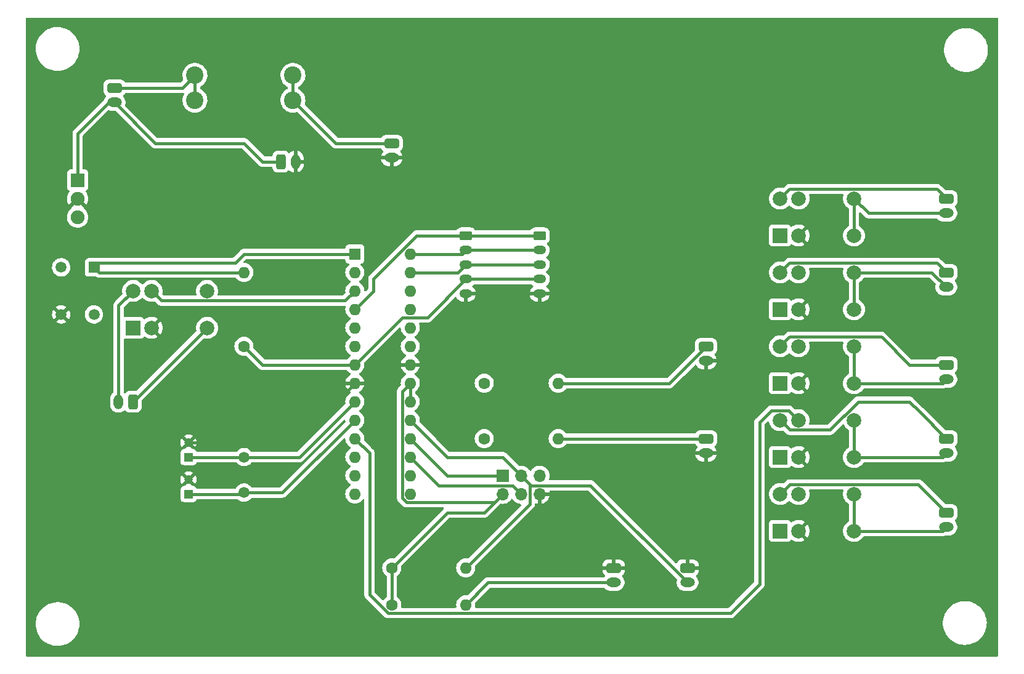
<source format=gbr>
%TF.GenerationSoftware,KiCad,Pcbnew,(5.99.0-7843-ge1f76ea2ab)*%
%TF.CreationDate,2021-01-07T03:20:18-05:00*%
%TF.ProjectId,CaRFID,43615246-4944-42e6-9b69-6361645f7063,rev?*%
%TF.SameCoordinates,Original*%
%TF.FileFunction,Copper,L1,Top*%
%TF.FilePolarity,Positive*%
%FSLAX46Y46*%
G04 Gerber Fmt 4.6, Leading zero omitted, Abs format (unit mm)*
G04 Created by KiCad (PCBNEW (5.99.0-7843-ge1f76ea2ab)) date 2021-01-07 03:20:18*
%MOMM*%
%LPD*%
G01*
G04 APERTURE LIST*
G04 Aperture macros list*
%AMRoundRect*
0 Rectangle with rounded corners*
0 $1 Rounding radius*
0 $2 $3 $4 $5 $6 $7 $8 $9 X,Y pos of 4 corners*
0 Add a 4 corners polygon primitive as box body*
4,1,4,$2,$3,$4,$5,$6,$7,$8,$9,$2,$3,0*
0 Add four circle primitives for the rounded corners*
1,1,$1+$1,$2,$3,0*
1,1,$1+$1,$4,$5,0*
1,1,$1+$1,$6,$7,0*
1,1,$1+$1,$8,$9,0*
0 Add four rect primitives between the rounded corners*
20,1,$1+$1,$2,$3,$4,$5,0*
20,1,$1+$1,$4,$5,$6,$7,0*
20,1,$1+$1,$6,$7,$8,$9,0*
20,1,$1+$1,$8,$9,$2,$3,0*%
G04 Aperture macros list end*
%TA.AperFunction,ComponentPad*%
%ADD10R,1.200000X1.200000*%
%TD*%
%TA.AperFunction,ComponentPad*%
%ADD11C,1.200000*%
%TD*%
%TA.AperFunction,ComponentPad*%
%ADD12R,2.000000X2.000000*%
%TD*%
%TA.AperFunction,ComponentPad*%
%ADD13C,2.000000*%
%TD*%
%TA.AperFunction,ComponentPad*%
%ADD14R,1.700000X1.700000*%
%TD*%
%TA.AperFunction,ComponentPad*%
%ADD15O,1.700000X1.700000*%
%TD*%
%TA.AperFunction,ComponentPad*%
%ADD16RoundRect,0.250000X-0.750000X-0.400000X0.750000X-0.400000X0.750000X0.400000X-0.750000X0.400000X0*%
%TD*%
%TA.AperFunction,ComponentPad*%
%ADD17O,2.000000X1.300000*%
%TD*%
%TA.AperFunction,ComponentPad*%
%ADD18R,1.600000X1.600000*%
%TD*%
%TA.AperFunction,ComponentPad*%
%ADD19O,1.600000X1.600000*%
%TD*%
%TA.AperFunction,ComponentPad*%
%ADD20RoundRect,0.250000X0.400000X-0.750000X0.400000X0.750000X-0.400000X0.750000X-0.400000X-0.750000X0*%
%TD*%
%TA.AperFunction,ComponentPad*%
%ADD21O,1.300000X2.000000*%
%TD*%
%TA.AperFunction,ComponentPad*%
%ADD22C,1.600000*%
%TD*%
%TA.AperFunction,ComponentPad*%
%ADD23R,1.910000X1.910000*%
%TD*%
%TA.AperFunction,ComponentPad*%
%ADD24C,1.910000*%
%TD*%
%TA.AperFunction,ComponentPad*%
%ADD25RoundRect,0.250000X-0.400000X0.750000X-0.400000X-0.750000X0.400000X-0.750000X0.400000X0.750000X0*%
%TD*%
%TA.AperFunction,ComponentPad*%
%ADD26C,2.400000*%
%TD*%
%TA.AperFunction,ComponentPad*%
%ADD27RoundRect,0.249600X-0.750400X-0.400400X0.750400X-0.400400X0.750400X0.400400X-0.750400X0.400400X0*%
%TD*%
%TA.AperFunction,ComponentPad*%
%ADD28R,1.498000X1.498000*%
%TD*%
%TA.AperFunction,ComponentPad*%
%ADD29C,1.498000*%
%TD*%
%TA.AperFunction,ComponentPad*%
%ADD30RoundRect,0.250000X-0.625000X0.350000X-0.625000X-0.350000X0.625000X-0.350000X0.625000X0.350000X0*%
%TD*%
%TA.AperFunction,ComponentPad*%
%ADD31O,1.750000X1.200000*%
%TD*%
%TA.AperFunction,ComponentPad*%
%ADD32C,1.500000*%
%TD*%
%TA.AperFunction,Conductor*%
%ADD33C,0.400000*%
%TD*%
G04 APERTURE END LIST*
D10*
%TO.P,C1,1*%
%TO.N,Net-(C1-Pad1)*%
X38100000Y-101600000D03*
D11*
%TO.P,C1,2*%
%TO.N,GND*%
X38100000Y-99600000D03*
%TD*%
D12*
%TO.P,K4,1*%
%TO.N,Net-(K4-Pad1)*%
X119380000Y-91440000D03*
D13*
%TO.P,K4,2*%
%TO.N,GND*%
X121920000Y-91440000D03*
%TO.P,K4,5*%
%TO.N,Net-(J12-Pad2)*%
X129540000Y-91440000D03*
%TO.P,K4,6*%
X129540000Y-86360000D03*
%TO.P,K4,9*%
%TO.N,Net-(K4-Pad9)*%
X121920000Y-86360000D03*
%TO.P,K4,10*%
%TO.N,Net-(J12-Pad1)*%
X119380000Y-86360000D03*
%TD*%
D12*
%TO.P,K2,1*%
%TO.N,Net-(K2-Pad1)*%
X119380000Y-71120000D03*
D13*
%TO.P,K2,2*%
%TO.N,GND*%
X121920000Y-71120000D03*
%TO.P,K2,5*%
%TO.N,Net-(J10-Pad2)*%
X129540000Y-71120000D03*
%TO.P,K2,6*%
X129540000Y-66040000D03*
%TO.P,K2,9*%
%TO.N,Net-(K2-Pad9)*%
X121920000Y-66040000D03*
%TO.P,K2,10*%
%TO.N,Net-(J10-Pad1)*%
X119380000Y-66040000D03*
%TD*%
D14*
%TO.P,J4,1,MISO*%
%TO.N,Net-(J4-Pad1)*%
X81280000Y-104140000D03*
D15*
%TO.P,J4,2,VCC*%
%TO.N,Net-(J4-Pad2)*%
X81280000Y-106680000D03*
%TO.P,J4,3,SCK*%
%TO.N,Net-(J4-Pad3)*%
X83820000Y-104140000D03*
%TO.P,J4,4,MOSI*%
%TO.N,Net-(J4-Pad4)*%
X83820000Y-106680000D03*
%TO.P,J4,5,~RST*%
%TO.N,Net-(J4-Pad5)*%
X86360000Y-104140000D03*
%TO.P,J4,6,GND*%
%TO.N,GND*%
X86360000Y-106680000D03*
%TD*%
D16*
%TO.P,J13,1,Pin_1*%
%TO.N,Net-(J13-Pad1)*%
X142240000Y-99060000D03*
D17*
%TO.P,J13,2,Pin_2*%
%TO.N,Net-(J13-Pad2)*%
X142240000Y-101060000D03*
%TD*%
D16*
%TO.P,D1,1,Pin_1*%
%TO.N,Net-(D1-Pad1)*%
X109220000Y-86360000D03*
D17*
%TO.P,D1,2,Pin_2*%
%TO.N,GND*%
X109220000Y-88360000D03*
%TD*%
D12*
%TO.P,K6,1*%
%TO.N,Net-(K6-Pad1)*%
X119380000Y-111760000D03*
D13*
%TO.P,K6,2*%
%TO.N,GND*%
X121920000Y-111760000D03*
%TO.P,K6,5*%
%TO.N,Net-(J14-Pad2)*%
X129540000Y-111760000D03*
%TO.P,K6,6*%
X129540000Y-106680000D03*
%TO.P,K6,9*%
%TO.N,Net-(K6-Pad9)*%
X121920000Y-106680000D03*
%TO.P,K6,10*%
%TO.N,Net-(J14-Pad1)*%
X119380000Y-106680000D03*
%TD*%
D18*
%TO.P,U2,1,~RESET~/PC6*%
%TO.N,Net-(J4-Pad5)*%
X60960000Y-73660000D03*
D19*
%TO.P,U2,2,PD0*%
%TO.N,Net-(U2-Pad2)*%
X60960000Y-76200000D03*
%TO.P,U2,3,PD1*%
%TO.N,Net-(K1-Pad9)*%
X60960000Y-78740000D03*
%TO.P,U2,4,PD2*%
%TO.N,Net-(J5-Pad1)*%
X60960000Y-81280000D03*
%TO.P,U2,5,PD3*%
%TO.N,Net-(U2-Pad5)*%
X60960000Y-83820000D03*
%TO.P,U2,6,PD4*%
%TO.N,Net-(K3-Pad9)*%
X60960000Y-86360000D03*
%TO.P,U2,7,VCC*%
%TO.N,Net-(J4-Pad2)*%
X60960000Y-88900000D03*
%TO.P,U2,8,GND*%
%TO.N,GND*%
X60960000Y-91440000D03*
%TO.P,U2,9,XTAL1/PB6*%
%TO.N,Net-(C1-Pad1)*%
X60960000Y-93980000D03*
%TO.P,U2,10,XTAL2/PB7*%
%TO.N,Net-(C2-Pad1)*%
X60960000Y-96520000D03*
%TO.P,U2,11,PD5*%
%TO.N,Net-(K5-Pad9)*%
X60960000Y-99060000D03*
%TO.P,U2,12,PD6*%
%TO.N,Net-(K4-Pad9)*%
X60960000Y-101600000D03*
%TO.P,U2,13,PD7*%
%TO.N,Net-(K6-Pad9)*%
X60960000Y-104140000D03*
%TO.P,U2,14,PB0*%
%TO.N,Net-(K2-Pad9)*%
X60960000Y-106680000D03*
%TO.P,U2,15,PB1*%
%TO.N,Net-(U2-Pad15)*%
X68580000Y-106680000D03*
%TO.P,U2,16,PB2*%
%TO.N,Net-(R5-Pad1)*%
X68580000Y-104140000D03*
%TO.P,U2,17,PB3*%
%TO.N,Net-(J4-Pad4)*%
X68580000Y-101600000D03*
%TO.P,U2,18,PB4*%
%TO.N,Net-(J4-Pad1)*%
X68580000Y-99060000D03*
%TO.P,U2,19,PB5*%
%TO.N,Net-(J4-Pad3)*%
X68580000Y-96520000D03*
%TO.P,U2,20,AVCC*%
%TO.N,Net-(J4-Pad2)*%
X68580000Y-93980000D03*
%TO.P,U2,21,AREF*%
X68580000Y-91440000D03*
%TO.P,U2,22,GND*%
%TO.N,GND*%
X68580000Y-88900000D03*
%TO.P,U2,23,PC0*%
%TO.N,Net-(U2-Pad23)*%
X68580000Y-86360000D03*
%TO.P,U2,24,PC1*%
%TO.N,Net-(U2-Pad24)*%
X68580000Y-83820000D03*
%TO.P,U2,25,PC2*%
%TO.N,Net-(U2-Pad25)*%
X68580000Y-81280000D03*
%TO.P,U2,26,PC3*%
%TO.N,Net-(U2-Pad26)*%
X68580000Y-78740000D03*
%TO.P,U2,27,PC4*%
%TO.N,Net-(J5-Pad3)*%
X68580000Y-76200000D03*
%TO.P,U2,28,PC5*%
%TO.N,Net-(J5-Pad2)*%
X68580000Y-73660000D03*
%TD*%
D20*
%TO.P,J1,1,Pin_1*%
%TO.N,Net-(J1-Pad1)*%
X50800000Y-60960000D03*
D21*
%TO.P,J1,2,Pin_2*%
%TO.N,GND*%
X52800000Y-60960000D03*
%TD*%
D22*
%TO.P,R2,1*%
%TO.N,Net-(J4-Pad2)*%
X66040000Y-116840000D03*
D19*
%TO.P,R2,2*%
%TO.N,Net-(J4-Pad3)*%
X76200000Y-116840000D03*
%TD*%
D16*
%TO.P,J9,1,Pin_1*%
%TO.N,GND*%
X96520000Y-116840000D03*
D17*
%TO.P,J9,2,Pin_2*%
%TO.N,Net-(J4-Pad1)*%
X96520000Y-118840000D03*
%TD*%
D22*
%TO.P,R1,1*%
%TO.N,Net-(J4-Pad2)*%
X45720000Y-86360000D03*
D19*
%TO.P,R1,2*%
%TO.N,Net-(J4-Pad5)*%
X45720000Y-76200000D03*
%TD*%
D12*
%TO.P,K3,1*%
%TO.N,Net-(K3-Pad1)*%
X119380000Y-81280000D03*
D13*
%TO.P,K3,2*%
%TO.N,GND*%
X121920000Y-81280000D03*
%TO.P,K3,5*%
%TO.N,Net-(J11-Pad2)*%
X129540000Y-81280000D03*
%TO.P,K3,6*%
X129540000Y-76200000D03*
%TO.P,K3,9*%
%TO.N,Net-(K3-Pad9)*%
X121920000Y-76200000D03*
%TO.P,K3,10*%
%TO.N,Net-(J11-Pad1)*%
X119380000Y-76200000D03*
%TD*%
D23*
%TO.P,U1,1,IN*%
%TO.N,Net-(J1-Pad1)*%
X22860000Y-63500000D03*
D24*
%TO.P,U1,2,GND*%
%TO.N,GND*%
X22860000Y-66040000D03*
%TO.P,U1,3,OUT*%
%TO.N,Net-(J4-Pad2)*%
X22860000Y-68580000D03*
%TD*%
D22*
%TO.P,R4,1*%
%TO.N,Net-(J4-Pad4)*%
X78740000Y-91440000D03*
D19*
%TO.P,R4,2*%
%TO.N,Net-(D1-Pad1)*%
X88900000Y-91440000D03*
%TD*%
D16*
%TO.P,D2,1,Pin_1*%
%TO.N,Net-(D2-Pad1)*%
X109220000Y-99060000D03*
D17*
%TO.P,D2,2,Pin_2*%
%TO.N,GND*%
X109220000Y-101060000D03*
%TD*%
D25*
%TO.P,J7,1,Pin_1*%
%TO.N,Net-(J7-Pad1)*%
X30480000Y-93980000D03*
D21*
%TO.P,J7,2,Pin_2*%
%TO.N,Net-(J7-Pad2)*%
X28480000Y-93980000D03*
%TD*%
D26*
%TO.P,F1,1*%
%TO.N,Net-(F1-Pad1)*%
X38985000Y-49100000D03*
%TO.P,F1,2*%
X38985000Y-52500000D03*
%TO.P,F1,3*%
%TO.N,+12V*%
X52455000Y-49100000D03*
%TO.P,F1,4*%
X52455000Y-52500000D03*
%TD*%
D22*
%TO.P,R3,1*%
%TO.N,Net-(J4-Pad2)*%
X66040000Y-121920000D03*
D19*
%TO.P,R3,2*%
%TO.N,Net-(J4-Pad1)*%
X76200000Y-121920000D03*
%TD*%
D16*
%TO.P,J14,1,Pin_1*%
%TO.N,Net-(J14-Pad1)*%
X142240000Y-109220000D03*
D17*
%TO.P,J14,2,Pin_2*%
%TO.N,Net-(J14-Pad2)*%
X142240000Y-111220000D03*
%TD*%
D16*
%TO.P,J8,1,Pin_1*%
%TO.N,GND*%
X106680000Y-116840000D03*
D17*
%TO.P,J8,2,Pin_2*%
%TO.N,Net-(J4-Pad3)*%
X106680000Y-118840000D03*
%TD*%
D16*
%TO.P,J11,1,Pin_1*%
%TO.N,Net-(J11-Pad1)*%
X142240000Y-76200000D03*
D17*
%TO.P,J11,2,Pin_2*%
%TO.N,Net-(J11-Pad2)*%
X142240000Y-78200000D03*
%TD*%
D27*
%TO.P,J2,1,Pin_1*%
%TO.N,Net-(F1-Pad1)*%
X27940000Y-50800000D03*
D17*
%TO.P,J2,2,Pin_2*%
%TO.N,Net-(J1-Pad1)*%
X27940000Y-52800000D03*
%TD*%
D16*
%TO.P,J10,1,Pin_1*%
%TO.N,Net-(J10-Pad1)*%
X142240000Y-66040000D03*
D17*
%TO.P,J10,2,Pin_2*%
%TO.N,Net-(J10-Pad2)*%
X142240000Y-68040000D03*
%TD*%
D28*
%TO.P,SW1,1*%
%TO.N,Net-(J4-Pad5)*%
X25110000Y-75490000D03*
D29*
%TO.P,SW1,2*%
%TO.N,Net-(SW1-Pad2)*%
X25110000Y-81990000D03*
%TO.P,SW1,3*%
%TO.N,Net-(SW1-Pad3)*%
X20610000Y-75490000D03*
%TO.P,SW1,4*%
%TO.N,GND*%
X20610000Y-81990000D03*
%TD*%
D22*
%TO.P,R5,1*%
%TO.N,Net-(R5-Pad1)*%
X78740000Y-99060000D03*
D19*
%TO.P,R5,2*%
%TO.N,Net-(D2-Pad1)*%
X88900000Y-99060000D03*
%TD*%
D27*
%TO.P,J3,1,Pin_1*%
%TO.N,+12V*%
X66040000Y-58420000D03*
D17*
%TO.P,J3,2,Pin_2*%
%TO.N,GND*%
X66040000Y-60420000D03*
%TD*%
D12*
%TO.P,K5,1*%
%TO.N,Net-(K5-Pad1)*%
X119380000Y-101600000D03*
D13*
%TO.P,K5,2*%
%TO.N,GND*%
X121920000Y-101600000D03*
%TO.P,K5,5*%
%TO.N,Net-(J13-Pad2)*%
X129540000Y-101600000D03*
%TO.P,K5,6*%
X129540000Y-96520000D03*
%TO.P,K5,9*%
%TO.N,Net-(K5-Pad9)*%
X121920000Y-96520000D03*
%TO.P,K5,10*%
%TO.N,Net-(J13-Pad1)*%
X119380000Y-96520000D03*
%TD*%
D12*
%TO.P,K1,1*%
%TO.N,Net-(K1-Pad1)*%
X30480000Y-83820000D03*
D13*
%TO.P,K1,2*%
%TO.N,GND*%
X33020000Y-83820000D03*
%TO.P,K1,5*%
%TO.N,Net-(J7-Pad1)*%
X40640000Y-83820000D03*
%TO.P,K1,6*%
X40640000Y-78740000D03*
%TO.P,K1,9*%
%TO.N,Net-(K1-Pad9)*%
X33020000Y-78740000D03*
%TO.P,K1,10*%
%TO.N,Net-(J7-Pad2)*%
X30480000Y-78740000D03*
%TD*%
D30*
%TO.P,J5,1,Pin_1*%
%TO.N,Net-(J5-Pad1)*%
X76200000Y-71120000D03*
D31*
%TO.P,J5,2,Pin_2*%
%TO.N,Net-(J5-Pad2)*%
X76200000Y-73120000D03*
%TO.P,J5,3,Pin_3*%
%TO.N,Net-(J5-Pad3)*%
X76200000Y-75120000D03*
%TO.P,J5,4,Pin_4*%
%TO.N,Net-(J4-Pad2)*%
X76200000Y-77120000D03*
%TO.P,J5,5,Pin_5*%
%TO.N,GND*%
X76200000Y-79120000D03*
%TD*%
D30*
%TO.P,J6,1,Pin_1*%
%TO.N,Net-(J5-Pad1)*%
X86360000Y-71120000D03*
D31*
%TO.P,J6,2,Pin_2*%
%TO.N,Net-(J5-Pad2)*%
X86360000Y-73120000D03*
%TO.P,J6,3,Pin_3*%
%TO.N,Net-(J5-Pad3)*%
X86360000Y-75120000D03*
%TO.P,J6,4,Pin_4*%
%TO.N,Net-(J4-Pad2)*%
X86360000Y-77120000D03*
%TO.P,J6,5,Pin_5*%
%TO.N,GND*%
X86360000Y-79120000D03*
%TD*%
D32*
%TO.P,Y1,1,1*%
%TO.N,Net-(C1-Pad1)*%
X45720000Y-101600000D03*
%TO.P,Y1,2,2*%
%TO.N,Net-(C2-Pad1)*%
X45720000Y-106480000D03*
%TD*%
D16*
%TO.P,J12,1,Pin_1*%
%TO.N,Net-(J12-Pad1)*%
X142240000Y-88900000D03*
D17*
%TO.P,J12,2,Pin_2*%
%TO.N,Net-(J12-Pad2)*%
X142240000Y-90900000D03*
%TD*%
D10*
%TO.P,C2,1*%
%TO.N,Net-(C2-Pad1)*%
X38100000Y-106680000D03*
D11*
%TO.P,C2,2*%
%TO.N,GND*%
X38100000Y-104680000D03*
%TD*%
D33*
%TO.N,GND*%
X38100000Y-99600000D02*
X52800000Y-99600000D01*
X52800000Y-99600000D02*
X60960000Y-91440000D01*
%TO.N,Net-(J1-Pad1)*%
X27940000Y-52800000D02*
X33560000Y-58420000D01*
X22860000Y-57097998D02*
X22860000Y-63500000D01*
X27940000Y-52800000D02*
X27157998Y-52800000D01*
X50800000Y-60960000D02*
X48260000Y-60960000D01*
X27157998Y-52800000D02*
X22860000Y-57097998D01*
X45720000Y-58420000D02*
X47610000Y-60310000D01*
X48260000Y-60960000D02*
X47610000Y-60310000D01*
X33560000Y-58420000D02*
X45720000Y-58420000D01*
%TO.N,Net-(K1-Pad9)*%
X34347001Y-80067001D02*
X33020000Y-78740000D01*
X59632999Y-80067001D02*
X34347001Y-80067001D01*
X60960000Y-78740000D02*
X59632999Y-80067001D01*
%TO.N,Net-(C1-Pad1)*%
X38100000Y-101600000D02*
X45720000Y-101600000D01*
X45720000Y-101600000D02*
X53340000Y-101600000D01*
X53340000Y-101600000D02*
X60960000Y-93980000D01*
%TO.N,Net-(D1-Pad1)*%
X88900000Y-91440000D02*
X99060000Y-91440000D01*
X104140000Y-91440000D02*
X109220000Y-86360000D01*
X99060000Y-91440000D02*
X104140000Y-91440000D01*
%TO.N,+12V*%
X52455000Y-52500000D02*
X52455000Y-49100000D01*
X58375000Y-58420000D02*
X52455000Y-52500000D01*
X66040000Y-58420000D02*
X58375000Y-58420000D01*
%TO.N,Net-(C2-Pad1)*%
X51000000Y-106480000D02*
X60960000Y-96520000D01*
X45520000Y-106680000D02*
X38100000Y-106680000D01*
X45720000Y-106480000D02*
X51000000Y-106480000D01*
X45720000Y-106480000D02*
X45520000Y-106680000D01*
%TO.N,Net-(D2-Pad1)*%
X99060000Y-99060000D02*
X104140000Y-99060000D01*
X88900000Y-99060000D02*
X99060000Y-99060000D01*
X109220000Y-99060000D02*
X104140000Y-99060000D01*
%TO.N,Net-(F1-Pad1)*%
X38985000Y-52455000D02*
X38985000Y-49100000D01*
X27940000Y-50800000D02*
X37285000Y-50800000D01*
X38985000Y-52500000D02*
X38940000Y-52500000D01*
X38940000Y-52500000D02*
X38985000Y-52455000D01*
X37285000Y-50800000D02*
X38985000Y-49100000D01*
%TO.N,Net-(J4-Pad1)*%
X76200000Y-104140000D02*
X73660000Y-104140000D01*
X81280000Y-104140000D02*
X76200000Y-104140000D01*
X96520000Y-118840000D02*
X79280000Y-118840000D01*
X73660000Y-104140000D02*
X68580000Y-99060000D01*
X79280000Y-118840000D02*
X76200000Y-121920000D01*
%TO.N,Net-(J4-Pad2)*%
X66040000Y-116840000D02*
X73660000Y-109220000D01*
X45720000Y-86360000D02*
X48260000Y-88900000D01*
X80152999Y-107807001D02*
X68041999Y-107807001D01*
X81280000Y-106680000D02*
X80154999Y-107805001D01*
X76200000Y-77120000D02*
X70914999Y-82405001D01*
X66040000Y-121920000D02*
X66040000Y-116840000D01*
X67452999Y-107218001D02*
X68041999Y-107807001D01*
X68580000Y-91440000D02*
X67452999Y-92567001D01*
X78740000Y-109220000D02*
X81280000Y-106680000D01*
X67452999Y-92567001D02*
X67452999Y-107218001D01*
X68580000Y-93980000D02*
X68580000Y-91440000D01*
X70912999Y-82407001D02*
X70914999Y-82405001D01*
X73660000Y-109220000D02*
X78740000Y-109220000D01*
X76200000Y-77120000D02*
X86360000Y-77120000D01*
X48260000Y-88900000D02*
X50800000Y-88900000D01*
X60960000Y-88900000D02*
X50800000Y-88900000D01*
X60960000Y-88900000D02*
X67452999Y-82407001D01*
X67452999Y-82407001D02*
X70912999Y-82407001D01*
X81280000Y-106680000D02*
X80152999Y-107807001D01*
%TO.N,Net-(J4-Pad3)*%
X84997001Y-108042999D02*
X84997001Y-105502999D01*
X81280000Y-101600000D02*
X73660000Y-101600000D01*
X73660000Y-101600000D02*
X68580000Y-96520000D01*
X85182999Y-105502999D02*
X85090000Y-105410000D01*
X93342999Y-105502999D02*
X85182999Y-105502999D01*
X76200000Y-116840000D02*
X84997001Y-108042999D01*
X85090000Y-105410000D02*
X83820000Y-104140000D01*
X83820000Y-104140000D02*
X81280000Y-101600000D01*
X106680000Y-118840000D02*
X93342999Y-105502999D01*
X84997001Y-105502999D02*
X85090000Y-105410000D01*
%TO.N,Net-(J4-Pad4)*%
X72486999Y-105502999D02*
X72484999Y-105504999D01*
X83820000Y-106680000D02*
X82642999Y-105502999D01*
X82642999Y-105502999D02*
X72486999Y-105502999D01*
X72484999Y-105504999D02*
X68580000Y-101600000D01*
%TO.N,Net-(J4-Pad5)*%
X45720000Y-73660000D02*
X60960000Y-73660000D01*
X45720000Y-76200000D02*
X25820000Y-76200000D01*
X54880000Y-73660000D02*
X60960000Y-73660000D01*
X44507001Y-74872999D02*
X45720000Y-73660000D01*
X25110000Y-75490000D02*
X25727001Y-74872999D01*
X25820000Y-76200000D02*
X25110000Y-75490000D01*
X25727001Y-74872999D02*
X27727001Y-74872999D01*
X27727001Y-74872999D02*
X44507001Y-74872999D01*
%TO.N,Net-(J5-Pad1)*%
X63500000Y-78740000D02*
X60960000Y-81280000D01*
X69452038Y-71120000D02*
X63500000Y-77072038D01*
X76200000Y-71120000D02*
X86360000Y-71120000D01*
X63500000Y-77072038D02*
X63500000Y-78740000D01*
X76200000Y-71120000D02*
X69452038Y-71120000D01*
%TO.N,Net-(J5-Pad2)*%
X86360000Y-73120000D02*
X76200000Y-73120000D01*
X75660000Y-73660000D02*
X76200000Y-73120000D01*
X68580000Y-73660000D02*
X75660000Y-73660000D01*
%TO.N,Net-(J5-Pad3)*%
X76200000Y-75120000D02*
X86360000Y-75120000D01*
X76200000Y-75120000D02*
X75120000Y-76200000D01*
X75120000Y-76200000D02*
X68580000Y-76200000D01*
%TO.N,Net-(J7-Pad2)*%
X28480000Y-80740000D02*
X30480000Y-78740000D01*
X28480000Y-93980000D02*
X28480000Y-80740000D01*
%TO.N,Net-(J7-Pad1)*%
X40640000Y-83820000D02*
X30480000Y-93980000D01*
%TO.N,Net-(J10-Pad2)*%
X131540000Y-68040000D02*
X142240000Y-68040000D01*
X129540000Y-66040000D02*
X131540000Y-68040000D01*
X129540000Y-71120000D02*
X129540000Y-66040000D01*
%TO.N,Net-(J10-Pad1)*%
X141037999Y-64837999D02*
X140912999Y-64712999D01*
X140912999Y-64712999D02*
X120707001Y-64712999D01*
X119380000Y-66040000D02*
X120582001Y-64837999D01*
X120707001Y-64712999D02*
X120582001Y-64837999D01*
X141037999Y-64837999D02*
X142240000Y-66040000D01*
%TO.N,Net-(J11-Pad2)*%
X142240000Y-78200000D02*
X140240000Y-76200000D01*
X129540000Y-81280000D02*
X129540000Y-76200000D01*
X140240000Y-76200000D02*
X129540000Y-76200000D01*
%TO.N,Net-(J11-Pad1)*%
X141037999Y-74997999D02*
X140912999Y-74872999D01*
X140912999Y-74872999D02*
X120707001Y-74872999D01*
X141037999Y-74997999D02*
X142240000Y-76200000D01*
X120707001Y-74872999D02*
X120582001Y-74997999D01*
X119380000Y-76200000D02*
X120582001Y-74997999D01*
%TO.N,Net-(J12-Pad2)*%
X129540000Y-91440000D02*
X129540000Y-86360000D01*
X129540000Y-91440000D02*
X141700000Y-91440000D01*
X141700000Y-91440000D02*
X142240000Y-90900000D01*
%TO.N,Net-(J12-Pad1)*%
X120582001Y-85157999D02*
X119380000Y-86360000D01*
X137160000Y-88900000D02*
X133417999Y-85157999D01*
X120707001Y-85032999D02*
X120582001Y-85157999D01*
X133292999Y-85032999D02*
X120707001Y-85032999D01*
X133417999Y-85157999D02*
X133292999Y-85032999D01*
X142240000Y-88900000D02*
X137160000Y-88900000D01*
%TO.N,Net-(J13-Pad2)*%
X129540000Y-101600000D02*
X141700000Y-101600000D01*
X141700000Y-101600000D02*
X142240000Y-101060000D01*
X129540000Y-101600000D02*
X129540000Y-96520000D01*
%TO.N,Net-(J13-Pad1)*%
X120707001Y-97847001D02*
X126249037Y-97847001D01*
X138497999Y-95317999D02*
X142240000Y-99060000D01*
X130116038Y-93980000D02*
X137160000Y-93980000D01*
X137160000Y-93980000D02*
X138497999Y-95317999D01*
X119380000Y-96520000D02*
X120707001Y-97847001D01*
X126249037Y-97847001D02*
X130116038Y-93980000D01*
%TO.N,Net-(J14-Pad2)*%
X142240000Y-111220000D02*
X141700000Y-111760000D01*
X129540000Y-111760000D02*
X129540000Y-106680000D01*
X141700000Y-111760000D02*
X129540000Y-111760000D01*
%TO.N,Net-(J14-Pad1)*%
X138372999Y-105352999D02*
X120707001Y-105352999D01*
X120707001Y-105352999D02*
X119380000Y-106680000D01*
X142240000Y-109220000D02*
X138372999Y-105352999D01*
%TO.N,Net-(K5-Pad9)*%
X112594001Y-123047001D02*
X112596001Y-123045001D01*
X65499039Y-123047001D02*
X112594001Y-123047001D01*
X60960000Y-99060000D02*
X62972990Y-101072990D01*
X121920000Y-96520000D02*
X120592999Y-95192999D01*
X118167001Y-95192999D02*
X116550501Y-96809499D01*
X62972990Y-101072990D02*
X62972990Y-120520952D01*
X62972990Y-120520952D02*
X65499039Y-123047001D01*
X116550501Y-96809499D02*
X116550501Y-119090501D01*
X120592999Y-95192999D02*
X118167001Y-95192999D01*
X116550501Y-119090501D02*
X112596001Y-123045001D01*
%TD*%
%TA.AperFunction,Conductor*%
%TO.N,GND*%
G36*
X149294121Y-41168002D02*
G01*
X149340614Y-41221658D01*
X149352000Y-41274000D01*
X149352000Y-128906000D01*
X149331998Y-128974121D01*
X149278342Y-129020614D01*
X149226000Y-129032000D01*
X15874000Y-129032000D01*
X15805879Y-129011998D01*
X15759386Y-128958342D01*
X15748000Y-128906000D01*
X15748000Y-124474977D01*
X17092487Y-124474977D01*
X17101567Y-124821739D01*
X17150443Y-125165160D01*
X17238467Y-125500686D01*
X17364472Y-125823872D01*
X17526787Y-126130433D01*
X17528837Y-126133416D01*
X17528839Y-126133419D01*
X17721206Y-126413315D01*
X17721212Y-126413322D01*
X17723263Y-126416307D01*
X17951294Y-126677704D01*
X18207858Y-126911159D01*
X18210806Y-126913277D01*
X18210808Y-126913279D01*
X18274475Y-126959028D01*
X18489554Y-127113578D01*
X18492733Y-127115348D01*
X18492734Y-127115348D01*
X18521277Y-127131235D01*
X18792649Y-127282278D01*
X19113125Y-127415024D01*
X19116619Y-127416019D01*
X19116621Y-127416020D01*
X19443233Y-127509058D01*
X19443238Y-127509059D01*
X19446734Y-127510055D01*
X19643411Y-127542262D01*
X19785475Y-127565526D01*
X19785482Y-127565527D01*
X19789056Y-127566112D01*
X19962303Y-127574282D01*
X20131924Y-127582282D01*
X20131925Y-127582282D01*
X20135551Y-127582453D01*
X20147033Y-127581670D01*
X20477998Y-127559108D01*
X20478006Y-127559107D01*
X20481629Y-127558860D01*
X20485205Y-127558197D01*
X20485207Y-127558197D01*
X20819136Y-127496307D01*
X20819140Y-127496306D01*
X20822701Y-127495646D01*
X21154248Y-127393649D01*
X21471873Y-127254221D01*
X21492293Y-127242289D01*
X21768229Y-127081045D01*
X21768231Y-127081044D01*
X21771369Y-127079210D01*
X21977295Y-126924596D01*
X22045857Y-126873118D01*
X22045861Y-126873115D01*
X22048764Y-126870935D01*
X22300382Y-126632158D01*
X22522889Y-126366044D01*
X22524877Y-126363018D01*
X22711348Y-126079144D01*
X22711353Y-126079135D01*
X22713335Y-126076118D01*
X22841903Y-125820490D01*
X22867568Y-125769461D01*
X22867571Y-125769453D01*
X22869195Y-125766225D01*
X22923792Y-125617031D01*
X22987156Y-125443882D01*
X22987157Y-125443878D01*
X22988404Y-125440471D01*
X23069381Y-125103174D01*
X23087400Y-124954276D01*
X23110717Y-124761603D01*
X23110718Y-124761592D01*
X23111055Y-124758806D01*
X23117000Y-124569618D01*
X23116839Y-124566822D01*
X23102755Y-124322547D01*
X141768487Y-124322547D01*
X141768582Y-124326177D01*
X141768582Y-124326179D01*
X141775030Y-124572415D01*
X141777567Y-124669309D01*
X141826443Y-125012730D01*
X141914467Y-125348256D01*
X142040472Y-125671442D01*
X142042169Y-125674647D01*
X142119389Y-125820490D01*
X142202787Y-125978003D01*
X142204837Y-125980986D01*
X142204839Y-125980989D01*
X142397206Y-126260885D01*
X142397212Y-126260892D01*
X142399263Y-126263877D01*
X142627294Y-126525274D01*
X142883858Y-126758729D01*
X143165554Y-126961148D01*
X143468649Y-127129848D01*
X143789125Y-127262594D01*
X143792619Y-127263589D01*
X143792621Y-127263590D01*
X144119233Y-127356628D01*
X144119238Y-127356629D01*
X144122734Y-127357625D01*
X144319411Y-127389832D01*
X144461475Y-127413096D01*
X144461482Y-127413097D01*
X144465056Y-127413682D01*
X144638303Y-127421852D01*
X144807924Y-127429852D01*
X144807925Y-127429852D01*
X144811551Y-127430023D01*
X144823033Y-127429240D01*
X145153998Y-127406678D01*
X145154006Y-127406677D01*
X145157629Y-127406430D01*
X145161205Y-127405767D01*
X145161207Y-127405767D01*
X145495136Y-127343877D01*
X145495140Y-127343876D01*
X145498701Y-127343216D01*
X145830248Y-127241219D01*
X146147873Y-127101791D01*
X146190254Y-127077026D01*
X146444229Y-126928615D01*
X146444231Y-126928614D01*
X146447369Y-126926780D01*
X146525078Y-126868434D01*
X146721857Y-126720688D01*
X146721861Y-126720685D01*
X146724764Y-126718505D01*
X146976382Y-126479728D01*
X147198889Y-126213614D01*
X147200877Y-126210588D01*
X147387348Y-125926714D01*
X147387353Y-125926705D01*
X147389335Y-125923688D01*
X147517903Y-125668060D01*
X147543568Y-125617031D01*
X147543571Y-125617023D01*
X147545195Y-125613795D01*
X147608623Y-125440471D01*
X147663156Y-125291452D01*
X147663157Y-125291448D01*
X147664404Y-125288041D01*
X147745381Y-124950744D01*
X147760993Y-124821739D01*
X147786717Y-124609173D01*
X147786718Y-124609162D01*
X147787055Y-124606376D01*
X147793000Y-124417188D01*
X147792839Y-124414392D01*
X147773241Y-124074502D01*
X147773240Y-124074497D01*
X147773032Y-124070882D01*
X147740620Y-123885170D01*
X147714017Y-123732740D01*
X147714015Y-123732733D01*
X147713393Y-123729167D01*
X147705658Y-123703052D01*
X147615906Y-123400056D01*
X147614874Y-123396571D01*
X147478780Y-123077502D01*
X147306914Y-122776191D01*
X147251475Y-122700719D01*
X147103696Y-122499543D01*
X147103694Y-122499541D01*
X147101556Y-122496630D01*
X146865427Y-122242524D01*
X146862667Y-122240167D01*
X146862661Y-122240161D01*
X146604413Y-122019597D01*
X146601657Y-122017243D01*
X146313742Y-121823772D01*
X146310533Y-121822116D01*
X146310525Y-121822111D01*
X146008718Y-121666338D01*
X146008719Y-121666338D01*
X146005498Y-121664676D01*
X145681010Y-121542062D01*
X145677489Y-121541178D01*
X145677484Y-121541176D01*
X145348096Y-121458440D01*
X145348093Y-121458440D01*
X145344580Y-121457557D01*
X145195484Y-121437928D01*
X145004269Y-121412753D01*
X145004265Y-121412753D01*
X145000667Y-121412279D01*
X144877244Y-121410340D01*
X144657471Y-121406888D01*
X144657467Y-121406888D01*
X144653829Y-121406831D01*
X144650215Y-121407192D01*
X144650209Y-121407192D01*
X144406527Y-121431515D01*
X144308663Y-121441283D01*
X143969745Y-121515179D01*
X143966318Y-121516352D01*
X143966312Y-121516354D01*
X143644997Y-121626365D01*
X143644992Y-121626367D01*
X143641566Y-121627540D01*
X143638298Y-121629099D01*
X143638290Y-121629102D01*
X143501198Y-121694492D01*
X143328476Y-121776876D01*
X143325397Y-121778807D01*
X143325396Y-121778808D01*
X143256365Y-121822111D01*
X143034626Y-121961208D01*
X143031792Y-121963478D01*
X143031787Y-121963482D01*
X142861953Y-122099545D01*
X142763909Y-122178093D01*
X142519915Y-122424655D01*
X142305877Y-122697628D01*
X142124633Y-122993393D01*
X142123106Y-122996683D01*
X142123101Y-122996692D01*
X142016299Y-123226778D01*
X141978583Y-123308029D01*
X141977443Y-123311476D01*
X141874659Y-123622267D01*
X141869665Y-123637366D01*
X141868929Y-123640921D01*
X141868928Y-123640924D01*
X141844368Y-123759523D01*
X141799322Y-123977040D01*
X141798999Y-123980662D01*
X141798998Y-123980667D01*
X141777662Y-124219743D01*
X141768487Y-124322547D01*
X23102755Y-124322547D01*
X23097241Y-124226932D01*
X23097240Y-124226927D01*
X23097032Y-124223312D01*
X23080032Y-124125905D01*
X23038017Y-123885170D01*
X23038015Y-123885163D01*
X23037393Y-123881597D01*
X23011255Y-123793354D01*
X22977472Y-123679307D01*
X22938874Y-123549001D01*
X22931908Y-123532668D01*
X22804202Y-123233266D01*
X22802780Y-123229932D01*
X22630914Y-122928621D01*
X22575475Y-122853149D01*
X22427696Y-122651973D01*
X22427694Y-122651971D01*
X22425556Y-122649060D01*
X22189427Y-122394954D01*
X22186667Y-122392597D01*
X22186661Y-122392591D01*
X21937621Y-122179891D01*
X21925657Y-122169673D01*
X21637742Y-121976202D01*
X21634533Y-121974546D01*
X21634525Y-121974541D01*
X21332718Y-121818768D01*
X21332719Y-121818768D01*
X21329498Y-121817106D01*
X21005010Y-121694492D01*
X21001489Y-121693608D01*
X21001484Y-121693606D01*
X20672096Y-121610870D01*
X20672093Y-121610870D01*
X20668580Y-121609987D01*
X20519484Y-121590358D01*
X20328269Y-121565183D01*
X20328265Y-121565183D01*
X20324667Y-121564709D01*
X20201244Y-121562770D01*
X19981471Y-121559318D01*
X19981467Y-121559318D01*
X19977829Y-121559261D01*
X19974215Y-121559622D01*
X19974209Y-121559622D01*
X19730527Y-121583945D01*
X19632663Y-121593713D01*
X19293745Y-121667609D01*
X19290318Y-121668782D01*
X19290312Y-121668784D01*
X18968997Y-121778795D01*
X18968992Y-121778797D01*
X18965566Y-121779970D01*
X18962298Y-121781529D01*
X18962290Y-121781532D01*
X18869500Y-121825791D01*
X18652476Y-121929306D01*
X18358626Y-122113638D01*
X18355792Y-122115908D01*
X18355787Y-122115912D01*
X18257607Y-122194569D01*
X18087909Y-122330523D01*
X17843915Y-122577085D01*
X17629877Y-122850058D01*
X17448633Y-123145823D01*
X17447106Y-123149113D01*
X17447101Y-123149122D01*
X17408043Y-123233266D01*
X17302583Y-123460459D01*
X17301443Y-123463906D01*
X17203964Y-123758656D01*
X17193665Y-123789796D01*
X17192929Y-123793351D01*
X17192928Y-123793354D01*
X17154138Y-123980667D01*
X17123322Y-124129470D01*
X17122999Y-124133092D01*
X17122998Y-124133097D01*
X17097894Y-124414392D01*
X17092487Y-124474977D01*
X15748000Y-124474977D01*
X15748000Y-104776817D01*
X36991774Y-104776817D01*
X36992876Y-104788695D01*
X37030075Y-104984630D01*
X37033405Y-104996089D01*
X37106982Y-105181450D01*
X37112418Y-105192074D01*
X37147982Y-105247791D01*
X37158610Y-105257058D01*
X37167972Y-105252818D01*
X37727978Y-104692812D01*
X37734355Y-104681132D01*
X38464408Y-104681132D01*
X38464539Y-104682965D01*
X38468790Y-104689580D01*
X39031582Y-105252372D01*
X39043962Y-105259132D01*
X39049851Y-105254723D01*
X39128452Y-105104056D01*
X39132944Y-105092992D01*
X39190084Y-104901929D01*
X39192404Y-104890216D01*
X39212676Y-104688892D01*
X39212984Y-104682916D01*
X39212707Y-104676926D01*
X39193490Y-104475514D01*
X39191231Y-104463780D01*
X39135091Y-104272416D01*
X39130661Y-104261340D01*
X39053021Y-104110592D01*
X39043291Y-104100380D01*
X39036473Y-104102737D01*
X38472022Y-104667188D01*
X38464408Y-104681132D01*
X37734355Y-104681132D01*
X37735592Y-104678868D01*
X37735461Y-104677035D01*
X37731210Y-104670420D01*
X37170471Y-104109681D01*
X37158091Y-104102921D01*
X37149691Y-104109209D01*
X37115116Y-104162757D01*
X37109617Y-104173365D01*
X37035078Y-104358322D01*
X37031684Y-104369781D01*
X36993460Y-104565510D01*
X36992296Y-104577379D01*
X36991774Y-104776817D01*
X15748000Y-104776817D01*
X15748000Y-103736390D01*
X37521829Y-103736390D01*
X37528841Y-103749631D01*
X38087188Y-104307978D01*
X38101132Y-104315592D01*
X38102965Y-104315461D01*
X38109580Y-104311210D01*
X38670526Y-103750264D01*
X38677286Y-103737884D01*
X38672092Y-103730946D01*
X38568517Y-103671026D01*
X38557653Y-103666052D01*
X38369266Y-103600633D01*
X38357664Y-103597805D01*
X38160310Y-103569190D01*
X38148373Y-103568607D01*
X37949167Y-103577827D01*
X37937349Y-103579509D01*
X37743476Y-103626232D01*
X37732181Y-103630121D01*
X37550641Y-103712663D01*
X37540291Y-103718614D01*
X37530224Y-103725755D01*
X37521829Y-103736390D01*
X15748000Y-103736390D01*
X15748000Y-101000000D01*
X36986500Y-101000000D01*
X36986500Y-102200000D01*
X36991727Y-102273079D01*
X37012748Y-102344670D01*
X37028154Y-102397138D01*
X37032904Y-102413316D01*
X37037775Y-102420895D01*
X37107051Y-102528691D01*
X37107053Y-102528694D01*
X37111923Y-102536271D01*
X37118733Y-102542172D01*
X37215569Y-102626082D01*
X37215572Y-102626084D01*
X37222381Y-102631984D01*
X37355330Y-102692700D01*
X37364245Y-102693982D01*
X37364246Y-102693982D01*
X37495552Y-102712861D01*
X37495559Y-102712862D01*
X37500000Y-102713500D01*
X38700000Y-102713500D01*
X38773079Y-102708273D01*
X38851165Y-102685345D01*
X38904670Y-102669635D01*
X38904672Y-102669634D01*
X38913316Y-102667096D01*
X38988920Y-102618508D01*
X39028691Y-102592949D01*
X39028694Y-102592947D01*
X39036271Y-102588077D01*
X39076048Y-102542172D01*
X39126082Y-102484431D01*
X39126084Y-102484428D01*
X39131984Y-102477619D01*
X39135728Y-102469422D01*
X39135730Y-102469418D01*
X39175581Y-102382157D01*
X39222074Y-102328502D01*
X39290194Y-102308500D01*
X44613904Y-102308500D01*
X44682025Y-102328502D01*
X44711408Y-102354694D01*
X44763157Y-102417919D01*
X44817264Y-102484025D01*
X44821527Y-102487666D01*
X44821532Y-102487671D01*
X44960311Y-102606199D01*
X44988078Y-102629914D01*
X45061946Y-102673079D01*
X45177181Y-102740417D01*
X45177184Y-102740418D01*
X45182028Y-102743249D01*
X45187298Y-102745178D01*
X45187299Y-102745178D01*
X45387718Y-102818521D01*
X45387722Y-102818522D01*
X45392982Y-102820447D01*
X45398499Y-102821410D01*
X45398503Y-102821411D01*
X45579037Y-102852919D01*
X45614273Y-102859069D01*
X45619879Y-102859040D01*
X45619883Y-102859040D01*
X45722937Y-102858500D01*
X45838906Y-102857893D01*
X46059780Y-102816956D01*
X46269914Y-102737553D01*
X46275238Y-102734367D01*
X46344858Y-102692700D01*
X46462667Y-102622193D01*
X46631944Y-102474523D01*
X46653033Y-102448199D01*
X46727123Y-102355720D01*
X46785325Y-102315062D01*
X46825457Y-102308500D01*
X53314061Y-102308500D01*
X53322632Y-102308792D01*
X53377341Y-102312522D01*
X53440279Y-102301537D01*
X53446791Y-102300577D01*
X53510194Y-102292904D01*
X53517299Y-102290219D01*
X53519906Y-102289579D01*
X53536144Y-102285137D01*
X53538741Y-102284353D01*
X53546224Y-102283047D01*
X53553180Y-102279994D01*
X53553182Y-102279993D01*
X53604705Y-102257376D01*
X53610814Y-102254883D01*
X53663452Y-102234993D01*
X53663454Y-102234992D01*
X53670562Y-102232306D01*
X53676827Y-102228000D01*
X53679218Y-102226750D01*
X53693922Y-102218566D01*
X53696243Y-102217193D01*
X53703201Y-102214139D01*
X53753877Y-102175253D01*
X53759186Y-102171396D01*
X53811846Y-102135204D01*
X53850956Y-102091308D01*
X53855936Y-102086033D01*
X59437371Y-96504599D01*
X59499683Y-96470573D01*
X59570498Y-96475638D01*
X59627334Y-96518185D01*
X59651987Y-96582712D01*
X59662189Y-96699324D01*
X59666442Y-96747938D01*
X59652453Y-96817542D01*
X59630016Y-96848014D01*
X50743436Y-105734595D01*
X50681124Y-105768621D01*
X50654341Y-105771500D01*
X46825221Y-105771500D01*
X46757100Y-105751498D01*
X46722903Y-105719030D01*
X46676463Y-105654403D01*
X46515146Y-105498076D01*
X46328696Y-105372787D01*
X46323548Y-105370527D01*
X46128152Y-105284754D01*
X46128148Y-105284753D01*
X46123005Y-105282495D01*
X46117550Y-105281185D01*
X46117546Y-105281184D01*
X45910030Y-105231363D01*
X45910026Y-105231362D01*
X45904576Y-105230054D01*
X45859144Y-105227434D01*
X45685920Y-105217446D01*
X45685917Y-105217446D01*
X45680313Y-105217123D01*
X45457304Y-105244111D01*
X45451942Y-105245761D01*
X45451940Y-105245761D01*
X45368177Y-105271530D01*
X45242598Y-105310163D01*
X45237618Y-105312733D01*
X45237614Y-105312735D01*
X45121266Y-105372787D01*
X45042983Y-105413192D01*
X44864767Y-105549941D01*
X44713584Y-105716089D01*
X44594213Y-105906383D01*
X44593559Y-105905973D01*
X44547906Y-105954315D01*
X44484382Y-105971500D01*
X39292195Y-105971500D01*
X39224074Y-105951498D01*
X39177581Y-105897842D01*
X39171298Y-105880996D01*
X39169634Y-105875329D01*
X39167096Y-105866684D01*
X39150085Y-105840214D01*
X39092949Y-105751309D01*
X39092947Y-105751306D01*
X39088077Y-105743729D01*
X39077536Y-105734595D01*
X38984431Y-105653918D01*
X38984428Y-105653916D01*
X38977619Y-105648016D01*
X38844670Y-105587300D01*
X38835755Y-105586018D01*
X38835754Y-105586018D01*
X38704448Y-105567139D01*
X38704441Y-105567138D01*
X38700000Y-105566500D01*
X38679480Y-105566500D01*
X38611359Y-105546498D01*
X38590385Y-105529595D01*
X38112812Y-105052022D01*
X38098868Y-105044408D01*
X38097035Y-105044539D01*
X38090420Y-105048790D01*
X37609615Y-105529595D01*
X37547303Y-105563621D01*
X37520520Y-105566500D01*
X37500000Y-105566500D01*
X37426921Y-105571727D01*
X37373884Y-105587300D01*
X37295330Y-105610365D01*
X37295328Y-105610366D01*
X37286684Y-105612904D01*
X37279105Y-105617775D01*
X37171309Y-105687051D01*
X37171306Y-105687053D01*
X37163729Y-105691923D01*
X37157828Y-105698733D01*
X37073918Y-105795569D01*
X37073916Y-105795572D01*
X37068016Y-105802381D01*
X37064272Y-105810579D01*
X37052801Y-105835698D01*
X37007300Y-105935330D01*
X37006018Y-105944245D01*
X37006018Y-105944246D01*
X36987139Y-106075552D01*
X36987138Y-106075559D01*
X36986500Y-106080000D01*
X36986500Y-107280000D01*
X36991727Y-107353079D01*
X37007190Y-107405741D01*
X37028154Y-107477138D01*
X37032904Y-107493316D01*
X37049915Y-107519786D01*
X37107051Y-107608691D01*
X37107053Y-107608694D01*
X37111923Y-107616271D01*
X37118733Y-107622172D01*
X37215569Y-107706082D01*
X37215572Y-107706084D01*
X37222381Y-107711984D01*
X37230579Y-107715728D01*
X37347073Y-107768929D01*
X37355330Y-107772700D01*
X37364245Y-107773982D01*
X37364246Y-107773982D01*
X37495552Y-107792861D01*
X37495559Y-107792862D01*
X37500000Y-107793500D01*
X38700000Y-107793500D01*
X38773079Y-107788273D01*
X38860892Y-107762489D01*
X38904670Y-107749635D01*
X38904672Y-107749634D01*
X38913316Y-107747096D01*
X38994531Y-107694902D01*
X39028691Y-107672949D01*
X39028694Y-107672947D01*
X39036271Y-107668077D01*
X39061624Y-107638818D01*
X39126082Y-107564431D01*
X39126084Y-107564428D01*
X39131984Y-107557619D01*
X39135728Y-107549422D01*
X39135730Y-107549418D01*
X39175581Y-107462157D01*
X39222074Y-107408502D01*
X39290194Y-107388500D01*
X44799437Y-107388500D01*
X44867558Y-107408502D01*
X44881265Y-107418687D01*
X44988078Y-107509914D01*
X45012700Y-107524302D01*
X45177181Y-107620417D01*
X45177184Y-107620418D01*
X45182028Y-107623249D01*
X45187298Y-107625178D01*
X45187299Y-107625178D01*
X45387718Y-107698521D01*
X45387722Y-107698522D01*
X45392982Y-107700447D01*
X45398499Y-107701410D01*
X45398503Y-107701411D01*
X45556237Y-107728940D01*
X45614273Y-107739069D01*
X45619879Y-107739040D01*
X45619883Y-107739040D01*
X45722937Y-107738500D01*
X45838906Y-107737893D01*
X46059780Y-107696956D01*
X46078594Y-107689847D01*
X46154228Y-107661267D01*
X46269914Y-107617553D01*
X46284722Y-107608691D01*
X46346146Y-107571929D01*
X46462667Y-107502193D01*
X46623569Y-107361829D01*
X46627712Y-107358215D01*
X46627713Y-107358214D01*
X46631944Y-107354523D01*
X46693456Y-107277743D01*
X46727123Y-107235720D01*
X46785325Y-107195062D01*
X46825457Y-107188500D01*
X50974061Y-107188500D01*
X50982632Y-107188792D01*
X51037341Y-107192522D01*
X51100279Y-107181537D01*
X51106791Y-107180577D01*
X51170194Y-107172904D01*
X51177299Y-107170219D01*
X51179906Y-107169579D01*
X51196144Y-107165137D01*
X51198741Y-107164353D01*
X51206224Y-107163047D01*
X51213180Y-107159994D01*
X51213182Y-107159993D01*
X51264705Y-107137376D01*
X51270814Y-107134883D01*
X51323452Y-107114993D01*
X51323454Y-107114992D01*
X51330562Y-107112306D01*
X51336827Y-107108000D01*
X51339218Y-107106750D01*
X51353922Y-107098566D01*
X51356243Y-107097193D01*
X51363201Y-107094139D01*
X51413877Y-107055253D01*
X51419186Y-107051396D01*
X51471846Y-107015204D01*
X51477285Y-107009100D01*
X51510955Y-106971309D01*
X51515936Y-106966033D01*
X59437371Y-99044599D01*
X59499683Y-99010573D01*
X59570498Y-99015638D01*
X59627334Y-99058185D01*
X59651987Y-99122713D01*
X59665975Y-99282606D01*
X59665976Y-99282611D01*
X59666455Y-99288087D01*
X59667879Y-99293400D01*
X59667879Y-99293402D01*
X59724011Y-99502886D01*
X59725714Y-99509243D01*
X59728036Y-99514224D01*
X59728037Y-99514225D01*
X59820150Y-99711763D01*
X59820153Y-99711768D01*
X59822476Y-99716750D01*
X59825632Y-99721257D01*
X59825633Y-99721259D01*
X59950642Y-99899790D01*
X59953801Y-99904302D01*
X60115698Y-100066199D01*
X60120206Y-100069356D01*
X60120209Y-100069358D01*
X60293570Y-100190746D01*
X60303250Y-100197524D01*
X60308232Y-100199847D01*
X60308237Y-100199850D01*
X60342454Y-100215805D01*
X60395739Y-100262722D01*
X60415200Y-100330999D01*
X60394658Y-100398959D01*
X60342454Y-100444195D01*
X60308237Y-100460150D01*
X60308232Y-100460153D01*
X60303250Y-100462476D01*
X60298743Y-100465632D01*
X60298741Y-100465633D01*
X60120209Y-100590642D01*
X60120206Y-100590644D01*
X60115698Y-100593801D01*
X59953801Y-100755698D01*
X59950644Y-100760206D01*
X59950642Y-100760209D01*
X59850802Y-100902796D01*
X59822476Y-100943250D01*
X59820153Y-100948232D01*
X59820150Y-100948237D01*
X59741279Y-101117378D01*
X59725714Y-101150757D01*
X59724292Y-101156065D01*
X59724291Y-101156067D01*
X59668805Y-101363142D01*
X59666455Y-101371913D01*
X59646500Y-101600000D01*
X59666455Y-101828087D01*
X59667879Y-101833400D01*
X59667879Y-101833402D01*
X59693156Y-101927734D01*
X59725714Y-102049243D01*
X59728036Y-102054224D01*
X59728037Y-102054225D01*
X59820150Y-102251763D01*
X59820153Y-102251768D01*
X59822476Y-102256750D01*
X59825632Y-102261257D01*
X59825633Y-102261259D01*
X59950639Y-102439786D01*
X59953801Y-102444302D01*
X60115698Y-102606199D01*
X60120206Y-102609356D01*
X60120209Y-102609358D01*
X60268027Y-102712861D01*
X60303250Y-102737524D01*
X60308232Y-102739847D01*
X60308237Y-102739850D01*
X60342454Y-102755805D01*
X60395739Y-102802722D01*
X60415200Y-102870999D01*
X60394658Y-102938959D01*
X60342454Y-102984195D01*
X60336720Y-102986869D01*
X60308237Y-103000150D01*
X60308232Y-103000153D01*
X60303250Y-103002476D01*
X60298743Y-103005632D01*
X60298741Y-103005633D01*
X60120209Y-103130642D01*
X60120206Y-103130644D01*
X60115698Y-103133801D01*
X59953801Y-103295698D01*
X59950644Y-103300206D01*
X59950642Y-103300209D01*
X59847999Y-103446799D01*
X59822476Y-103483250D01*
X59820153Y-103488232D01*
X59820150Y-103488237D01*
X59737234Y-103666052D01*
X59725714Y-103690757D01*
X59724292Y-103696065D01*
X59724291Y-103696067D01*
X59709769Y-103750264D01*
X59666455Y-103911913D01*
X59646500Y-104140000D01*
X59666455Y-104368087D01*
X59667879Y-104373400D01*
X59667879Y-104373402D01*
X59723078Y-104579404D01*
X59725714Y-104589243D01*
X59728036Y-104594224D01*
X59728037Y-104594225D01*
X59820150Y-104791763D01*
X59820153Y-104791768D01*
X59822476Y-104796750D01*
X59825632Y-104801257D01*
X59825633Y-104801259D01*
X59950639Y-104979786D01*
X59953801Y-104984302D01*
X60115698Y-105146199D01*
X60120206Y-105149356D01*
X60120209Y-105149358D01*
X60298741Y-105274367D01*
X60303250Y-105277524D01*
X60308232Y-105279847D01*
X60308237Y-105279850D01*
X60342454Y-105295805D01*
X60395739Y-105342722D01*
X60415200Y-105410999D01*
X60394658Y-105478959D01*
X60342454Y-105524195D01*
X60308237Y-105540150D01*
X60308232Y-105540153D01*
X60303250Y-105542476D01*
X60298743Y-105545632D01*
X60298741Y-105545633D01*
X60120209Y-105670642D01*
X60120206Y-105670644D01*
X60115698Y-105673801D01*
X59953801Y-105835698D01*
X59950644Y-105840206D01*
X59950642Y-105840209D01*
X59825633Y-106018741D01*
X59822476Y-106023250D01*
X59820153Y-106028232D01*
X59820150Y-106028237D01*
X59728037Y-106225775D01*
X59725714Y-106230757D01*
X59724292Y-106236065D01*
X59724291Y-106236067D01*
X59668827Y-106443061D01*
X59666455Y-106451913D01*
X59646500Y-106680000D01*
X59666455Y-106908087D01*
X59667879Y-106913400D01*
X59667879Y-106913402D01*
X59717477Y-107098501D01*
X59725714Y-107129243D01*
X59728036Y-107134224D01*
X59728037Y-107134225D01*
X59820150Y-107331763D01*
X59820153Y-107331768D01*
X59822476Y-107336750D01*
X59825632Y-107341257D01*
X59825633Y-107341259D01*
X59950639Y-107519786D01*
X59953801Y-107524302D01*
X60115698Y-107686199D01*
X60120206Y-107689356D01*
X60120209Y-107689358D01*
X60268027Y-107792861D01*
X60303250Y-107817524D01*
X60308232Y-107819847D01*
X60308237Y-107819850D01*
X60505775Y-107911963D01*
X60510757Y-107914286D01*
X60516065Y-107915708D01*
X60516067Y-107915709D01*
X60726598Y-107972121D01*
X60726600Y-107972121D01*
X60731913Y-107973545D01*
X60960000Y-107993500D01*
X61188087Y-107973545D01*
X61193400Y-107972121D01*
X61193402Y-107972121D01*
X61403933Y-107915709D01*
X61403935Y-107915708D01*
X61409243Y-107914286D01*
X61414225Y-107911963D01*
X61611763Y-107819850D01*
X61611768Y-107819847D01*
X61616750Y-107817524D01*
X61651973Y-107792861D01*
X61799791Y-107689358D01*
X61799794Y-107689356D01*
X61804302Y-107686199D01*
X61966199Y-107524302D01*
X61969358Y-107519791D01*
X61969362Y-107519786D01*
X62035277Y-107425649D01*
X62090734Y-107381320D01*
X62161353Y-107374011D01*
X62224714Y-107406041D01*
X62260699Y-107467243D01*
X62264490Y-107497919D01*
X62264491Y-120494998D01*
X62264199Y-120503569D01*
X62260468Y-120558293D01*
X62271457Y-120621261D01*
X62272415Y-120627751D01*
X62280087Y-120691146D01*
X62282773Y-120698254D01*
X62283414Y-120700864D01*
X62287871Y-120717157D01*
X62288637Y-120719696D01*
X62289943Y-120727176D01*
X62292995Y-120734128D01*
X62292995Y-120734129D01*
X62315621Y-120785673D01*
X62318114Y-120791782D01*
X62340685Y-120851514D01*
X62344986Y-120857772D01*
X62346235Y-120860161D01*
X62354427Y-120874880D01*
X62355798Y-120877198D01*
X62358851Y-120884153D01*
X62397750Y-120934848D01*
X62401604Y-120940152D01*
X62433482Y-120986535D01*
X62433484Y-120986538D01*
X62437787Y-120992798D01*
X62443461Y-120997853D01*
X62481673Y-121031899D01*
X62486949Y-121036880D01*
X64979698Y-123529630D01*
X64985551Y-123535895D01*
X65021614Y-123577235D01*
X65073887Y-123613973D01*
X65079182Y-123617906D01*
X65129427Y-123657303D01*
X65136351Y-123660429D01*
X65138664Y-123661830D01*
X65153280Y-123670167D01*
X65155657Y-123671442D01*
X65161874Y-123675811D01*
X65168953Y-123678571D01*
X65168955Y-123678572D01*
X65197404Y-123689664D01*
X65221382Y-123699012D01*
X65227458Y-123701566D01*
X65278751Y-123724726D01*
X65278754Y-123724727D01*
X65285673Y-123727851D01*
X65293138Y-123729235D01*
X65295657Y-123730024D01*
X65311956Y-123734667D01*
X65314522Y-123735326D01*
X65321599Y-123738085D01*
X65356452Y-123742674D01*
X65384928Y-123746423D01*
X65391442Y-123747455D01*
X65446769Y-123757709D01*
X65446771Y-123757709D01*
X65454238Y-123759093D01*
X65461818Y-123758656D01*
X65461819Y-123758656D01*
X65493729Y-123756816D01*
X65512908Y-123755710D01*
X65520159Y-123755501D01*
X112568062Y-123755501D01*
X112576633Y-123755793D01*
X112631342Y-123759523D01*
X112694280Y-123748538D01*
X112700792Y-123747578D01*
X112764195Y-123739905D01*
X112771300Y-123737220D01*
X112773907Y-123736580D01*
X112790145Y-123732138D01*
X112792742Y-123731354D01*
X112800225Y-123730048D01*
X112807181Y-123726995D01*
X112807183Y-123726994D01*
X112858706Y-123704377D01*
X112864815Y-123701884D01*
X112917453Y-123681994D01*
X112917455Y-123681993D01*
X112924563Y-123679307D01*
X112930828Y-123675001D01*
X112933219Y-123673751D01*
X112947923Y-123665567D01*
X112950244Y-123664194D01*
X112957202Y-123661140D01*
X113007878Y-123622254D01*
X113013187Y-123618397D01*
X113065847Y-123582205D01*
X113104957Y-123538309D01*
X113109937Y-123533034D01*
X113126201Y-123516770D01*
X117033138Y-119609835D01*
X117039404Y-119603981D01*
X117075008Y-119572922D01*
X117080735Y-119567926D01*
X117117470Y-119515658D01*
X117121394Y-119510374D01*
X117125865Y-119504671D01*
X117160803Y-119460113D01*
X117163929Y-119453189D01*
X117165330Y-119450876D01*
X117173667Y-119436260D01*
X117174942Y-119433883D01*
X117179311Y-119427666D01*
X117202514Y-119368153D01*
X117205067Y-119362078D01*
X117228225Y-119310790D01*
X117228226Y-119310788D01*
X117231351Y-119303866D01*
X117232735Y-119296396D01*
X117233539Y-119293831D01*
X117238163Y-119277599D01*
X117238826Y-119275018D01*
X117241585Y-119267941D01*
X117249923Y-119204605D01*
X117250954Y-119198097D01*
X117257128Y-119164789D01*
X117262593Y-119135302D01*
X117259210Y-119076632D01*
X117259001Y-119069381D01*
X117259001Y-110760000D01*
X117866500Y-110760000D01*
X117866500Y-112760000D01*
X117871727Y-112833079D01*
X117892748Y-112904670D01*
X117909117Y-112960417D01*
X117912904Y-112973316D01*
X117917775Y-112980895D01*
X117987051Y-113088691D01*
X117987053Y-113088694D01*
X117991923Y-113096271D01*
X117998733Y-113102172D01*
X118095569Y-113186082D01*
X118095572Y-113186084D01*
X118102381Y-113191984D01*
X118110579Y-113195728D01*
X118199251Y-113236223D01*
X118235330Y-113252700D01*
X118244245Y-113253982D01*
X118244246Y-113253982D01*
X118375552Y-113272861D01*
X118375559Y-113272862D01*
X118380000Y-113273500D01*
X120380000Y-113273500D01*
X120453079Y-113268273D01*
X120560567Y-113236712D01*
X120584670Y-113229635D01*
X120584672Y-113229634D01*
X120593316Y-113227096D01*
X120657135Y-113186082D01*
X120708691Y-113152949D01*
X120708694Y-113152947D01*
X120716271Y-113148077D01*
X120722172Y-113141267D01*
X120806082Y-113044431D01*
X120806084Y-113044428D01*
X120811984Y-113037619D01*
X120815727Y-113029423D01*
X120815729Y-113029420D01*
X120822738Y-113014072D01*
X120869232Y-112960417D01*
X120937353Y-112940416D01*
X121010340Y-112963710D01*
X121141155Y-113056675D01*
X121149814Y-113061838D01*
X121358488Y-113164518D01*
X121367872Y-113168233D01*
X121590257Y-113236223D01*
X121600127Y-113238393D01*
X121830520Y-113269953D01*
X121840611Y-113270517D01*
X122073091Y-113264836D01*
X122083124Y-113263781D01*
X122311716Y-113221001D01*
X122321455Y-113218355D01*
X122540263Y-113139579D01*
X122549456Y-113135409D01*
X122752848Y-113022667D01*
X122761264Y-113017076D01*
X122778704Y-113003353D01*
X122787173Y-112991451D01*
X122780676Y-112979886D01*
X121649885Y-111849095D01*
X121615859Y-111786783D01*
X121617693Y-111761132D01*
X122284408Y-111761132D01*
X122284539Y-111762965D01*
X122288790Y-111769580D01*
X123138567Y-112619357D01*
X123150947Y-112626117D01*
X123159680Y-112619579D01*
X123243069Y-112493113D01*
X123247926Y-112484278D01*
X123343259Y-112272154D01*
X123346642Y-112262653D01*
X123406836Y-112038007D01*
X123408655Y-112028095D01*
X123432378Y-111794540D01*
X123432698Y-111788816D01*
X123432970Y-111762857D01*
X123432771Y-111757152D01*
X123413943Y-111523142D01*
X123412331Y-111513189D01*
X123356856Y-111287337D01*
X123353673Y-111277767D01*
X123262803Y-111063690D01*
X123258130Y-111054753D01*
X123162036Y-110902155D01*
X123151465Y-110892824D01*
X123142303Y-110896907D01*
X122292022Y-111747188D01*
X122284408Y-111761132D01*
X121617693Y-111761132D01*
X121620924Y-111715968D01*
X121649885Y-111670905D01*
X122781493Y-110539297D01*
X122788701Y-110526096D01*
X122782495Y-110517403D01*
X122779120Y-110515057D01*
X122578114Y-110398069D01*
X122569023Y-110393714D01*
X122351907Y-110310371D01*
X122342230Y-110307523D01*
X122114591Y-110259967D01*
X122104564Y-110258700D01*
X121872251Y-110248152D01*
X121862173Y-110248503D01*
X121631150Y-110275233D01*
X121621256Y-110277192D01*
X121397473Y-110340516D01*
X121388029Y-110344028D01*
X121177249Y-110442317D01*
X121168484Y-110447296D01*
X121007263Y-110556862D01*
X120939678Y-110578608D01*
X120871066Y-110560364D01*
X120830444Y-110520773D01*
X120768077Y-110423729D01*
X120733438Y-110393714D01*
X120664431Y-110333918D01*
X120664428Y-110333916D01*
X120657619Y-110328016D01*
X120612746Y-110307523D01*
X120532864Y-110271042D01*
X120532863Y-110271042D01*
X120524670Y-110267300D01*
X120515755Y-110266018D01*
X120515754Y-110266018D01*
X120384448Y-110247139D01*
X120384441Y-110247138D01*
X120380000Y-110246500D01*
X118380000Y-110246500D01*
X118306921Y-110251727D01*
X118253884Y-110267300D01*
X118175330Y-110290365D01*
X118175328Y-110290366D01*
X118166684Y-110292904D01*
X118143937Y-110307523D01*
X118051309Y-110367051D01*
X118051306Y-110367053D01*
X118043729Y-110371923D01*
X118037828Y-110378733D01*
X117953918Y-110475569D01*
X117953916Y-110475572D01*
X117948016Y-110482381D01*
X117944272Y-110490579D01*
X117914002Y-110556862D01*
X117887300Y-110615330D01*
X117886018Y-110624245D01*
X117886018Y-110624246D01*
X117867139Y-110755552D01*
X117867138Y-110755559D01*
X117866500Y-110760000D01*
X117259001Y-110760000D01*
X117259001Y-106785576D01*
X117870187Y-106785576D01*
X117870944Y-106790579D01*
X117870944Y-106790584D01*
X117905731Y-107020604D01*
X117906488Y-107025609D01*
X117908034Y-107030425D01*
X117908035Y-107030428D01*
X117977816Y-107247766D01*
X117980700Y-107256750D01*
X118090911Y-107473053D01*
X118115223Y-107506271D01*
X118211050Y-107637201D01*
X118234288Y-107668952D01*
X118407141Y-107839408D01*
X118411266Y-107842340D01*
X118411269Y-107842342D01*
X118600898Y-107977105D01*
X118600902Y-107977108D01*
X118605023Y-107980036D01*
X118609561Y-107982269D01*
X118609566Y-107982272D01*
X118793217Y-108072639D01*
X118822843Y-108087217D01*
X118827678Y-108088695D01*
X118827680Y-108088696D01*
X118906295Y-108112730D01*
X119054998Y-108158193D01*
X119060017Y-108158880D01*
X119060019Y-108158881D01*
X119235240Y-108182883D01*
X119295514Y-108191140D01*
X119364858Y-108189445D01*
X119533143Y-108185333D01*
X119533147Y-108185333D01*
X119538204Y-108185209D01*
X119776823Y-108140552D01*
X119849420Y-108114416D01*
X119902608Y-108095267D01*
X120005234Y-108058320D01*
X120035582Y-108041498D01*
X120108643Y-108000999D01*
X120217558Y-107940626D01*
X120221538Y-107937494D01*
X120221540Y-107937493D01*
X120404358Y-107793629D01*
X120404359Y-107793628D01*
X120408334Y-107790500D01*
X120411756Y-107786778D01*
X120411762Y-107786773D01*
X120557808Y-107627949D01*
X120618640Y-107591344D01*
X120689606Y-107593439D01*
X120752233Y-107638818D01*
X120774288Y-107668952D01*
X120947141Y-107839408D01*
X120951266Y-107842340D01*
X120951269Y-107842342D01*
X121140898Y-107977105D01*
X121140902Y-107977108D01*
X121145023Y-107980036D01*
X121149561Y-107982269D01*
X121149566Y-107982272D01*
X121333217Y-108072639D01*
X121362843Y-108087217D01*
X121367678Y-108088695D01*
X121367680Y-108088696D01*
X121446295Y-108112730D01*
X121594998Y-108158193D01*
X121600017Y-108158880D01*
X121600019Y-108158881D01*
X121775240Y-108182883D01*
X121835514Y-108191140D01*
X121904858Y-108189445D01*
X122073143Y-108185333D01*
X122073147Y-108185333D01*
X122078204Y-108185209D01*
X122316823Y-108140552D01*
X122389420Y-108114416D01*
X122442608Y-108095267D01*
X122545234Y-108058320D01*
X122575582Y-108041498D01*
X122648643Y-108000999D01*
X122757558Y-107940626D01*
X122761538Y-107937494D01*
X122761540Y-107937493D01*
X122944358Y-107793629D01*
X122944359Y-107793628D01*
X122948334Y-107790500D01*
X122951756Y-107786779D01*
X123109231Y-107615527D01*
X123109234Y-107615523D01*
X123112654Y-107611804D01*
X123124764Y-107593439D01*
X123211328Y-107462157D01*
X123246290Y-107409134D01*
X123274511Y-107346340D01*
X123343730Y-107192322D01*
X123343732Y-107192316D01*
X123345804Y-107187706D01*
X123347113Y-107182821D01*
X123407327Y-106958098D01*
X123407327Y-106958097D01*
X123408635Y-106953216D01*
X123433168Y-106711696D01*
X123433500Y-106680000D01*
X123433271Y-106677152D01*
X123414437Y-106443061D01*
X123414436Y-106443056D01*
X123414031Y-106438020D01*
X123359879Y-106217553D01*
X123363055Y-106146629D01*
X123404071Y-106088679D01*
X123469907Y-106062104D01*
X123482242Y-106061499D01*
X127980769Y-106061499D01*
X128048890Y-106081501D01*
X128095383Y-106135157D01*
X128105487Y-106205431D01*
X128099905Y-106228518D01*
X128074049Y-106303608D01*
X128032729Y-106542828D01*
X128030187Y-106785576D01*
X128030944Y-106790579D01*
X128030944Y-106790584D01*
X128065731Y-107020604D01*
X128066488Y-107025609D01*
X128068034Y-107030425D01*
X128068035Y-107030428D01*
X128137816Y-107247766D01*
X128140700Y-107256750D01*
X128250911Y-107473053D01*
X128275223Y-107506271D01*
X128371050Y-107637201D01*
X128394288Y-107668952D01*
X128567141Y-107839408D01*
X128571266Y-107842340D01*
X128571269Y-107842342D01*
X128760898Y-107977105D01*
X128760902Y-107977108D01*
X128765023Y-107980036D01*
X128769566Y-107982272D01*
X128770015Y-107982539D01*
X128818288Y-108034599D01*
X128831501Y-108090770D01*
X128831500Y-110350746D01*
X128811498Y-110418867D01*
X128776323Y-110454958D01*
X128591635Y-110580472D01*
X128415250Y-110747271D01*
X128412172Y-110751297D01*
X128412171Y-110751298D01*
X128270875Y-110936105D01*
X128270872Y-110936109D01*
X128267802Y-110940125D01*
X128153085Y-111154072D01*
X128074049Y-111383608D01*
X128032729Y-111622828D01*
X128030187Y-111865576D01*
X128066488Y-112105609D01*
X128068034Y-112110425D01*
X128068035Y-112110428D01*
X128131402Y-112307790D01*
X128140700Y-112336750D01*
X128250911Y-112553053D01*
X128253901Y-112557138D01*
X128355187Y-112695527D01*
X128394288Y-112748952D01*
X128567141Y-112919408D01*
X128571266Y-112922340D01*
X128571269Y-112922342D01*
X128760898Y-113057105D01*
X128760902Y-113057108D01*
X128765023Y-113060036D01*
X128769561Y-113062269D01*
X128769566Y-113062272D01*
X128926675Y-113139579D01*
X128982843Y-113167217D01*
X128987678Y-113168695D01*
X128987680Y-113168696D01*
X129044548Y-113186082D01*
X129214998Y-113238193D01*
X129220017Y-113238880D01*
X129220019Y-113238881D01*
X129293583Y-113248958D01*
X129455514Y-113271140D01*
X129524858Y-113269445D01*
X129693143Y-113265333D01*
X129693147Y-113265333D01*
X129698204Y-113265209D01*
X129936823Y-113220552D01*
X129942926Y-113218355D01*
X130084968Y-113167217D01*
X130165234Y-113138320D01*
X130377558Y-113020626D01*
X130381536Y-113017496D01*
X130381540Y-113017493D01*
X130564358Y-112873629D01*
X130564359Y-112873628D01*
X130568334Y-112870500D01*
X130602745Y-112833079D01*
X130729231Y-112695527D01*
X130729234Y-112695523D01*
X130732654Y-112691804D01*
X130842549Y-112525139D01*
X130896746Y-112479280D01*
X130947739Y-112468500D01*
X141674061Y-112468500D01*
X141682632Y-112468792D01*
X141737341Y-112472522D01*
X141800279Y-112461537D01*
X141806791Y-112460577D01*
X141870194Y-112452904D01*
X141877299Y-112450219D01*
X141879906Y-112449579D01*
X141896144Y-112445137D01*
X141898741Y-112444353D01*
X141906224Y-112443047D01*
X141913180Y-112439994D01*
X141913182Y-112439993D01*
X141964705Y-112417376D01*
X141970814Y-112414883D01*
X142023455Y-112394992D01*
X142023458Y-112394990D01*
X142030562Y-112392306D01*
X142031016Y-112391994D01*
X142085949Y-112378500D01*
X142644414Y-112378500D01*
X142802031Y-112364017D01*
X142807593Y-112362448D01*
X142807595Y-112362448D01*
X142915814Y-112331927D01*
X143006961Y-112306221D01*
X143197927Y-112212047D01*
X143368533Y-112084649D01*
X143513067Y-111928294D01*
X143516148Y-111923411D01*
X143516151Y-111923407D01*
X143623605Y-111753102D01*
X143623607Y-111753097D01*
X143626686Y-111748218D01*
X143705587Y-111550452D01*
X143706712Y-111544795D01*
X143706714Y-111544789D01*
X143745999Y-111347286D01*
X143745999Y-111347284D01*
X143747126Y-111341619D01*
X143749913Y-111128713D01*
X143719219Y-110950082D01*
X143714834Y-110924561D01*
X143714834Y-110924560D01*
X143713855Y-110918864D01*
X143640158Y-110719100D01*
X143627097Y-110697146D01*
X143534245Y-110541077D01*
X143534244Y-110541076D01*
X143531291Y-110536112D01*
X143478197Y-110475569D01*
X143424081Y-110413861D01*
X143394204Y-110349457D01*
X143403890Y-110279124D01*
X143449728Y-110225412D01*
X143479747Y-110205731D01*
X143601358Y-110077355D01*
X143690175Y-109924445D01*
X143741433Y-109755204D01*
X143748500Y-109676022D01*
X143748500Y-108777114D01*
X143733022Y-108644357D01*
X143712455Y-108587694D01*
X143675184Y-108485015D01*
X143672687Y-108478136D01*
X143590888Y-108353371D01*
X143579743Y-108336372D01*
X143579742Y-108336371D01*
X143575731Y-108330253D01*
X143447355Y-108208642D01*
X143294445Y-108119825D01*
X143125204Y-108068567D01*
X143118764Y-108067992D01*
X143118763Y-108067992D01*
X143048815Y-108061749D01*
X143048809Y-108061749D01*
X143046022Y-108061500D01*
X142135660Y-108061500D01*
X142067539Y-108041498D01*
X142046565Y-108024595D01*
X138892347Y-104870378D01*
X138886493Y-104864112D01*
X138884365Y-104861672D01*
X138850424Y-104822765D01*
X138798150Y-104786027D01*
X138792865Y-104782101D01*
X138748592Y-104747386D01*
X138748584Y-104747381D01*
X138742610Y-104742697D01*
X138735685Y-104739570D01*
X138733381Y-104738175D01*
X138718692Y-104729796D01*
X138716374Y-104728553D01*
X138710164Y-104724189D01*
X138650648Y-104700985D01*
X138644572Y-104698431D01*
X138593288Y-104675275D01*
X138593285Y-104675274D01*
X138586364Y-104672149D01*
X138578896Y-104670765D01*
X138576321Y-104669958D01*
X138560081Y-104665332D01*
X138557510Y-104664672D01*
X138550439Y-104661915D01*
X138487092Y-104653575D01*
X138480582Y-104652544D01*
X138417799Y-104640908D01*
X138410218Y-104641345D01*
X138410217Y-104641345D01*
X138359142Y-104644290D01*
X138351889Y-104644499D01*
X120732939Y-104644499D01*
X120724369Y-104644207D01*
X120677235Y-104640993D01*
X120677231Y-104640993D01*
X120669659Y-104640477D01*
X120606708Y-104651463D01*
X120600218Y-104652421D01*
X120574799Y-104655497D01*
X120544348Y-104659182D01*
X120544345Y-104659183D01*
X120536807Y-104660095D01*
X120529701Y-104662780D01*
X120527128Y-104663412D01*
X120510804Y-104667877D01*
X120508256Y-104668646D01*
X120500776Y-104669952D01*
X120493826Y-104673003D01*
X120493822Y-104673004D01*
X120442292Y-104695625D01*
X120436188Y-104698116D01*
X120417132Y-104705317D01*
X120383544Y-104718008D01*
X120383542Y-104718009D01*
X120376439Y-104720693D01*
X120370182Y-104724993D01*
X120367803Y-104726237D01*
X120353070Y-104734437D01*
X120350753Y-104735808D01*
X120343799Y-104738860D01*
X120293108Y-104777757D01*
X120287804Y-104781610D01*
X120241418Y-104813490D01*
X120241415Y-104813492D01*
X120235155Y-104817795D01*
X120220707Y-104834011D01*
X120196062Y-104861672D01*
X120191081Y-104866948D01*
X119874215Y-105183814D01*
X119811903Y-105217840D01*
X119759354Y-105218056D01*
X119574646Y-105179469D01*
X119574647Y-105179469D01*
X119569692Y-105178434D01*
X119327180Y-105167422D01*
X119322160Y-105168003D01*
X119322156Y-105168003D01*
X119114115Y-105192074D01*
X119086026Y-105195324D01*
X119081155Y-105196702D01*
X119081152Y-105196703D01*
X118973955Y-105227037D01*
X118852436Y-105261424D01*
X118751451Y-105308514D01*
X118637001Y-105361882D01*
X118636997Y-105361884D01*
X118632419Y-105364019D01*
X118628238Y-105366861D01*
X118628237Y-105366861D01*
X118614909Y-105375919D01*
X118431635Y-105500472D01*
X118427951Y-105503956D01*
X118268858Y-105654403D01*
X118255250Y-105667271D01*
X118252172Y-105671297D01*
X118252171Y-105671298D01*
X118110875Y-105856105D01*
X118110872Y-105856109D01*
X118107802Y-105860125D01*
X117993085Y-106074072D01*
X117991439Y-106078853D01*
X117991437Y-106078857D01*
X117937305Y-106236067D01*
X117914049Y-106303608D01*
X117872729Y-106542828D01*
X117870187Y-106785576D01*
X117259001Y-106785576D01*
X117259001Y-100600000D01*
X117866500Y-100600000D01*
X117866500Y-102600000D01*
X117871727Y-102673079D01*
X117889723Y-102734367D01*
X117909300Y-102801041D01*
X117912904Y-102813316D01*
X117919066Y-102822904D01*
X117987051Y-102928691D01*
X117987053Y-102928694D01*
X117991923Y-102936271D01*
X117998733Y-102942172D01*
X118095569Y-103026082D01*
X118095572Y-103026084D01*
X118102381Y-103031984D01*
X118110579Y-103035728D01*
X118199251Y-103076223D01*
X118235330Y-103092700D01*
X118244245Y-103093982D01*
X118244246Y-103093982D01*
X118375552Y-103112861D01*
X118375559Y-103112862D01*
X118380000Y-103113500D01*
X120380000Y-103113500D01*
X120453079Y-103108273D01*
X120560567Y-103076712D01*
X120584670Y-103069635D01*
X120584672Y-103069634D01*
X120593316Y-103067096D01*
X120657135Y-103026082D01*
X120708691Y-102992949D01*
X120708694Y-102992947D01*
X120716271Y-102988077D01*
X120722255Y-102981171D01*
X120806082Y-102884431D01*
X120806084Y-102884428D01*
X120811984Y-102877619D01*
X120815727Y-102869423D01*
X120815729Y-102869420D01*
X120822738Y-102854072D01*
X120869232Y-102800417D01*
X120937353Y-102780416D01*
X121010340Y-102803710D01*
X121141155Y-102896675D01*
X121149814Y-102901838D01*
X121358488Y-103004518D01*
X121367872Y-103008233D01*
X121590257Y-103076223D01*
X121600127Y-103078393D01*
X121830520Y-103109953D01*
X121840611Y-103110517D01*
X122073091Y-103104836D01*
X122083124Y-103103781D01*
X122311716Y-103061001D01*
X122321455Y-103058355D01*
X122540263Y-102979579D01*
X122549456Y-102975409D01*
X122752848Y-102862667D01*
X122761264Y-102857076D01*
X122778704Y-102843353D01*
X122787173Y-102831451D01*
X122780676Y-102819886D01*
X121649885Y-101689095D01*
X121615859Y-101626783D01*
X121617693Y-101601132D01*
X122284408Y-101601132D01*
X122284539Y-101602965D01*
X122288790Y-101609580D01*
X123138567Y-102459357D01*
X123150947Y-102466117D01*
X123159680Y-102459579D01*
X123243069Y-102333113D01*
X123247926Y-102324278D01*
X123343259Y-102112154D01*
X123346642Y-102102653D01*
X123406836Y-101878007D01*
X123408655Y-101868095D01*
X123432378Y-101634540D01*
X123432698Y-101628816D01*
X123432970Y-101602857D01*
X123432771Y-101597152D01*
X123413943Y-101363142D01*
X123412331Y-101353189D01*
X123356856Y-101127337D01*
X123353673Y-101117767D01*
X123262803Y-100903690D01*
X123258130Y-100894753D01*
X123162036Y-100742155D01*
X123151465Y-100732824D01*
X123142303Y-100736907D01*
X122292022Y-101587188D01*
X122284408Y-101601132D01*
X121617693Y-101601132D01*
X121620924Y-101555968D01*
X121649885Y-101510905D01*
X122781493Y-100379297D01*
X122788701Y-100366096D01*
X122782495Y-100357403D01*
X122779120Y-100355057D01*
X122578114Y-100238069D01*
X122569023Y-100233714D01*
X122351907Y-100150371D01*
X122342230Y-100147523D01*
X122114591Y-100099967D01*
X122104564Y-100098700D01*
X121872251Y-100088152D01*
X121862173Y-100088503D01*
X121631150Y-100115233D01*
X121621256Y-100117192D01*
X121397473Y-100180516D01*
X121388029Y-100184028D01*
X121177249Y-100282317D01*
X121168484Y-100287296D01*
X121007263Y-100396862D01*
X120939678Y-100418608D01*
X120871066Y-100400364D01*
X120830444Y-100360773D01*
X120768077Y-100263729D01*
X120761267Y-100257828D01*
X120664431Y-100173918D01*
X120664428Y-100173916D01*
X120657619Y-100168016D01*
X120612746Y-100147523D01*
X120532864Y-100111042D01*
X120532863Y-100111042D01*
X120524670Y-100107300D01*
X120515755Y-100106018D01*
X120515754Y-100106018D01*
X120384448Y-100087139D01*
X120384441Y-100087138D01*
X120380000Y-100086500D01*
X118380000Y-100086500D01*
X118306921Y-100091727D01*
X118253884Y-100107300D01*
X118175330Y-100130365D01*
X118175328Y-100130366D01*
X118166684Y-100132904D01*
X118143937Y-100147523D01*
X118051309Y-100207051D01*
X118051306Y-100207053D01*
X118043729Y-100211923D01*
X118037828Y-100218733D01*
X117953918Y-100315569D01*
X117953916Y-100315572D01*
X117948016Y-100322381D01*
X117944272Y-100330579D01*
X117899547Y-100428514D01*
X117887300Y-100455330D01*
X117886018Y-100464245D01*
X117886018Y-100464246D01*
X117867139Y-100595552D01*
X117867138Y-100595559D01*
X117866500Y-100600000D01*
X117259001Y-100600000D01*
X117259001Y-97155159D01*
X117279003Y-97087038D01*
X117295906Y-97066064D01*
X117676232Y-96685738D01*
X117738544Y-96651712D01*
X117809359Y-96656777D01*
X117866195Y-96699324D01*
X117889910Y-96755992D01*
X117894779Y-96788185D01*
X117906488Y-96865609D01*
X117908034Y-96870425D01*
X117908035Y-96870428D01*
X117977582Y-97087038D01*
X117980700Y-97096750D01*
X118090911Y-97313053D01*
X118093901Y-97317138D01*
X118195187Y-97455527D01*
X118234288Y-97508952D01*
X118407141Y-97679408D01*
X118411266Y-97682340D01*
X118411269Y-97682342D01*
X118600898Y-97817105D01*
X118600902Y-97817108D01*
X118605023Y-97820036D01*
X118609561Y-97822269D01*
X118609566Y-97822272D01*
X118715909Y-97874599D01*
X118822843Y-97927217D01*
X118827678Y-97928695D01*
X118827680Y-97928696D01*
X118834464Y-97930770D01*
X119054998Y-97998193D01*
X119060017Y-97998880D01*
X119060019Y-97998881D01*
X119198065Y-98017791D01*
X119295514Y-98031140D01*
X119364858Y-98029445D01*
X119533143Y-98025333D01*
X119533147Y-98025333D01*
X119538204Y-98025209D01*
X119763549Y-97983036D01*
X119834185Y-97990166D01*
X119875822Y-98017791D01*
X120034402Y-98176372D01*
X120187667Y-98329637D01*
X120193520Y-98335903D01*
X120229576Y-98377235D01*
X120281849Y-98413973D01*
X120287144Y-98417906D01*
X120337389Y-98457303D01*
X120344313Y-98460429D01*
X120346626Y-98461830D01*
X120361242Y-98470167D01*
X120363619Y-98471442D01*
X120369836Y-98475811D01*
X120376915Y-98478571D01*
X120376917Y-98478572D01*
X120402656Y-98488607D01*
X120429344Y-98499012D01*
X120435420Y-98501566D01*
X120486713Y-98524726D01*
X120486716Y-98524727D01*
X120493635Y-98527851D01*
X120501100Y-98529235D01*
X120503619Y-98530024D01*
X120519918Y-98534667D01*
X120522484Y-98535326D01*
X120529561Y-98538085D01*
X120564414Y-98542674D01*
X120592890Y-98546423D01*
X120599404Y-98547455D01*
X120654731Y-98557709D01*
X120654733Y-98557709D01*
X120662200Y-98559093D01*
X120669780Y-98558656D01*
X120669781Y-98558656D01*
X120701691Y-98556816D01*
X120720870Y-98555710D01*
X120728121Y-98555501D01*
X126223098Y-98555501D01*
X126231669Y-98555793D01*
X126286378Y-98559523D01*
X126349316Y-98548538D01*
X126355828Y-98547578D01*
X126419231Y-98539905D01*
X126426336Y-98537220D01*
X126428943Y-98536580D01*
X126445181Y-98532138D01*
X126447778Y-98531354D01*
X126455261Y-98530048D01*
X126462217Y-98526995D01*
X126462219Y-98526994D01*
X126513742Y-98504377D01*
X126519851Y-98501884D01*
X126572489Y-98481994D01*
X126572491Y-98481993D01*
X126579599Y-98479307D01*
X126585864Y-98475001D01*
X126588255Y-98473751D01*
X126602959Y-98465567D01*
X126605280Y-98464194D01*
X126612238Y-98461140D01*
X126662914Y-98422254D01*
X126668223Y-98418397D01*
X126720883Y-98382205D01*
X126759993Y-98338309D01*
X126764973Y-98333034D01*
X127971003Y-97127004D01*
X128033315Y-97092978D01*
X128104130Y-97098043D01*
X128160966Y-97140590D01*
X128172363Y-97158893D01*
X128250911Y-97313053D01*
X128253901Y-97317138D01*
X128355187Y-97455527D01*
X128394288Y-97508952D01*
X128567141Y-97679408D01*
X128571266Y-97682340D01*
X128571269Y-97682342D01*
X128760898Y-97817105D01*
X128760902Y-97817108D01*
X128765023Y-97820036D01*
X128769566Y-97822272D01*
X128770015Y-97822539D01*
X128818288Y-97874599D01*
X128831501Y-97930770D01*
X128831500Y-99065475D01*
X128831500Y-100190746D01*
X128811498Y-100258867D01*
X128776323Y-100294958D01*
X128591635Y-100420472D01*
X128587951Y-100423956D01*
X128447185Y-100557072D01*
X128415250Y-100587271D01*
X128412172Y-100591297D01*
X128412171Y-100591298D01*
X128270875Y-100776105D01*
X128270872Y-100776109D01*
X128267802Y-100780125D01*
X128265412Y-100784583D01*
X128265411Y-100784584D01*
X128203217Y-100900576D01*
X128153085Y-100994072D01*
X128151439Y-100998853D01*
X128151437Y-100998857D01*
X128111673Y-101114340D01*
X128074049Y-101223608D01*
X128032729Y-101462828D01*
X128030187Y-101705576D01*
X128030944Y-101710579D01*
X128030944Y-101710584D01*
X128054765Y-101868095D01*
X128066488Y-101945609D01*
X128068034Y-101950425D01*
X128068035Y-101950428D01*
X128138979Y-102171389D01*
X128140700Y-102176750D01*
X128250911Y-102393053D01*
X128269110Y-102417919D01*
X128374127Y-102561405D01*
X128394288Y-102588952D01*
X128567141Y-102759408D01*
X128571266Y-102762340D01*
X128571269Y-102762342D01*
X128760898Y-102897105D01*
X128760902Y-102897108D01*
X128765023Y-102900036D01*
X128769561Y-102902269D01*
X128769566Y-102902272D01*
X128930106Y-102981267D01*
X128982843Y-103007217D01*
X128987678Y-103008695D01*
X128987680Y-103008696D01*
X129044548Y-103026082D01*
X129214998Y-103078193D01*
X129220017Y-103078880D01*
X129220019Y-103078881D01*
X129293583Y-103088958D01*
X129455514Y-103111140D01*
X129524858Y-103109445D01*
X129693143Y-103105333D01*
X129693147Y-103105333D01*
X129698204Y-103105209D01*
X129936823Y-103060552D01*
X129942926Y-103058355D01*
X130089546Y-103005569D01*
X130165234Y-102978320D01*
X130377558Y-102860626D01*
X130381536Y-102857496D01*
X130381540Y-102857493D01*
X130564358Y-102713629D01*
X130564359Y-102713628D01*
X130568334Y-102710500D01*
X130572133Y-102706369D01*
X130729231Y-102535527D01*
X130729234Y-102535523D01*
X130732654Y-102531804D01*
X130842549Y-102365139D01*
X130896746Y-102319280D01*
X130947739Y-102308500D01*
X141674061Y-102308500D01*
X141682632Y-102308792D01*
X141737341Y-102312522D01*
X141800279Y-102301537D01*
X141806791Y-102300577D01*
X141870194Y-102292904D01*
X141877299Y-102290219D01*
X141879906Y-102289579D01*
X141896144Y-102285137D01*
X141898741Y-102284353D01*
X141906224Y-102283047D01*
X141913180Y-102279994D01*
X141913182Y-102279993D01*
X141964705Y-102257376D01*
X141970814Y-102254883D01*
X142023455Y-102234992D01*
X142023458Y-102234990D01*
X142030562Y-102232306D01*
X142031016Y-102231994D01*
X142085949Y-102218500D01*
X142644414Y-102218500D01*
X142802031Y-102204017D01*
X142807593Y-102202448D01*
X142807595Y-102202448D01*
X142919438Y-102170905D01*
X143006961Y-102146221D01*
X143197927Y-102052047D01*
X143368533Y-101924649D01*
X143513067Y-101768294D01*
X143516148Y-101763411D01*
X143516151Y-101763407D01*
X143623605Y-101593102D01*
X143623607Y-101593097D01*
X143626686Y-101588218D01*
X143705587Y-101390452D01*
X143706712Y-101384795D01*
X143706714Y-101384789D01*
X143745999Y-101187286D01*
X143745999Y-101187284D01*
X143747126Y-101181619D01*
X143747461Y-101156067D01*
X143749135Y-101028171D01*
X143749913Y-100968713D01*
X143729023Y-100847136D01*
X143714834Y-100764561D01*
X143714834Y-100764560D01*
X143713855Y-100758864D01*
X143640158Y-100559100D01*
X143624573Y-100532904D01*
X143534245Y-100381077D01*
X143534244Y-100381076D01*
X143531291Y-100376112D01*
X143478197Y-100315569D01*
X143424081Y-100253861D01*
X143394204Y-100189457D01*
X143403890Y-100119124D01*
X143449728Y-100065412D01*
X143479747Y-100045731D01*
X143601358Y-99917355D01*
X143690175Y-99764445D01*
X143741433Y-99595204D01*
X143742008Y-99588763D01*
X143748251Y-99518815D01*
X143748251Y-99518809D01*
X143748500Y-99516022D01*
X143748500Y-98617114D01*
X143735202Y-98503052D01*
X143733870Y-98491629D01*
X143733870Y-98491628D01*
X143733022Y-98484357D01*
X143729173Y-98473751D01*
X143675184Y-98325015D01*
X143672687Y-98318136D01*
X143575731Y-98170253D01*
X143447355Y-98048642D01*
X143294445Y-97959825D01*
X143125204Y-97908567D01*
X143118764Y-97907992D01*
X143118763Y-97907992D01*
X143048815Y-97901749D01*
X143048809Y-97901749D01*
X143046022Y-97901500D01*
X142135661Y-97901500D01*
X142067540Y-97881498D01*
X142046566Y-97864595D01*
X139030915Y-94848946D01*
X139030912Y-94848942D01*
X137679347Y-93497378D01*
X137673493Y-93491112D01*
X137642421Y-93455493D01*
X137637425Y-93449766D01*
X137585151Y-93413028D01*
X137579866Y-93409102D01*
X137535593Y-93374387D01*
X137535585Y-93374382D01*
X137529611Y-93369698D01*
X137522686Y-93366571D01*
X137520382Y-93365176D01*
X137505693Y-93356797D01*
X137503375Y-93355554D01*
X137497165Y-93351190D01*
X137437649Y-93327986D01*
X137431573Y-93325432D01*
X137380289Y-93302276D01*
X137380286Y-93302275D01*
X137373365Y-93299150D01*
X137365897Y-93297766D01*
X137363322Y-93296959D01*
X137347082Y-93292333D01*
X137344511Y-93291673D01*
X137337440Y-93288916D01*
X137274093Y-93280576D01*
X137267583Y-93279545D01*
X137204800Y-93267909D01*
X137197219Y-93268346D01*
X137197218Y-93268346D01*
X137146143Y-93271291D01*
X137138890Y-93271500D01*
X130141976Y-93271500D01*
X130133406Y-93271208D01*
X130086272Y-93267994D01*
X130086268Y-93267994D01*
X130078696Y-93267478D01*
X130015745Y-93278464D01*
X130009255Y-93279422D01*
X129983836Y-93282498D01*
X129953385Y-93286183D01*
X129953382Y-93286184D01*
X129945844Y-93287096D01*
X129938738Y-93289781D01*
X129936165Y-93290413D01*
X129919841Y-93294878D01*
X129917293Y-93295647D01*
X129909813Y-93296953D01*
X129902863Y-93300004D01*
X129902859Y-93300005D01*
X129851329Y-93322626D01*
X129845225Y-93325117D01*
X129836968Y-93328237D01*
X129792581Y-93345009D01*
X129792579Y-93345010D01*
X129785476Y-93347694D01*
X129779219Y-93351994D01*
X129776840Y-93353238D01*
X129762107Y-93361438D01*
X129759790Y-93362809D01*
X129752836Y-93365861D01*
X129702145Y-93404758D01*
X129696841Y-93408611D01*
X129650455Y-93440491D01*
X129650452Y-93440493D01*
X129644192Y-93444796D01*
X129605091Y-93488682D01*
X129600110Y-93493958D01*
X127783650Y-95310419D01*
X125992473Y-97101596D01*
X125930161Y-97135622D01*
X125903378Y-97138501D01*
X123480323Y-97138501D01*
X123412202Y-97118499D01*
X123365709Y-97064843D01*
X123355605Y-96994569D01*
X123358616Y-96979890D01*
X123407327Y-96798098D01*
X123407327Y-96798097D01*
X123408635Y-96793216D01*
X123433168Y-96551696D01*
X123433500Y-96520000D01*
X123433271Y-96517152D01*
X123414437Y-96283061D01*
X123414436Y-96283056D01*
X123414031Y-96278020D01*
X123411942Y-96269513D01*
X123357331Y-96047179D01*
X123356124Y-96042265D01*
X123273750Y-95848203D01*
X123263245Y-95823456D01*
X123263245Y-95823455D01*
X123261269Y-95818801D01*
X123131907Y-95613378D01*
X122971365Y-95431279D01*
X122783775Y-95277191D01*
X122573962Y-95155076D01*
X122569235Y-95153262D01*
X122569232Y-95153260D01*
X122352048Y-95069891D01*
X122352044Y-95069890D01*
X122347324Y-95068078D01*
X122342374Y-95067044D01*
X122342371Y-95067043D01*
X122114643Y-95019468D01*
X122114639Y-95019468D01*
X122109692Y-95018434D01*
X121867180Y-95007422D01*
X121862160Y-95008003D01*
X121862156Y-95008003D01*
X121772004Y-95018434D01*
X121626026Y-95035324D01*
X121621152Y-95036703D01*
X121621148Y-95036704D01*
X121550050Y-95056823D01*
X121479057Y-95056125D01*
X121426648Y-95024679D01*
X121112346Y-94710377D01*
X121106492Y-94704111D01*
X121075420Y-94668492D01*
X121070424Y-94662765D01*
X121018150Y-94626027D01*
X121012865Y-94622101D01*
X120968592Y-94587386D01*
X120968584Y-94587381D01*
X120962610Y-94582697D01*
X120955685Y-94579570D01*
X120953381Y-94578175D01*
X120938692Y-94569796D01*
X120936374Y-94568553D01*
X120930164Y-94564189D01*
X120870648Y-94540985D01*
X120864572Y-94538431D01*
X120813288Y-94515275D01*
X120813285Y-94515274D01*
X120806364Y-94512149D01*
X120798896Y-94510765D01*
X120796321Y-94509958D01*
X120780081Y-94505332D01*
X120777510Y-94504672D01*
X120770439Y-94501915D01*
X120707092Y-94493575D01*
X120700582Y-94492544D01*
X120637799Y-94480908D01*
X120630218Y-94481345D01*
X120630217Y-94481345D01*
X120579142Y-94484290D01*
X120571889Y-94484499D01*
X118192939Y-94484499D01*
X118184369Y-94484207D01*
X118137235Y-94480993D01*
X118137231Y-94480993D01*
X118129659Y-94480477D01*
X118066708Y-94491463D01*
X118060218Y-94492421D01*
X118034799Y-94495497D01*
X118004348Y-94499182D01*
X118004345Y-94499183D01*
X117996807Y-94500095D01*
X117989701Y-94502780D01*
X117987128Y-94503412D01*
X117970804Y-94507877D01*
X117968256Y-94508646D01*
X117960776Y-94509952D01*
X117953826Y-94513003D01*
X117953822Y-94513004D01*
X117902292Y-94535625D01*
X117896188Y-94538116D01*
X117885827Y-94542031D01*
X117843544Y-94558008D01*
X117843542Y-94558009D01*
X117836439Y-94560693D01*
X117830182Y-94564993D01*
X117827803Y-94566237D01*
X117813070Y-94574437D01*
X117810753Y-94575808D01*
X117803799Y-94578860D01*
X117753108Y-94617757D01*
X117747804Y-94621610D01*
X117701418Y-94653490D01*
X117701415Y-94653492D01*
X117695155Y-94657795D01*
X117667798Y-94688500D01*
X117656054Y-94701681D01*
X117651073Y-94706957D01*
X116067874Y-96290157D01*
X116061609Y-96296010D01*
X116020267Y-96332075D01*
X116015900Y-96338289D01*
X115983529Y-96384348D01*
X115979596Y-96389643D01*
X115940199Y-96439888D01*
X115937073Y-96446812D01*
X115935672Y-96449125D01*
X115927335Y-96463741D01*
X115926060Y-96466118D01*
X115921691Y-96472335D01*
X115903108Y-96520000D01*
X115898493Y-96531836D01*
X115895936Y-96537919D01*
X115888427Y-96554550D01*
X115869651Y-96596134D01*
X115868267Y-96603600D01*
X115867461Y-96606172D01*
X115862847Y-96622371D01*
X115862177Y-96624979D01*
X115859417Y-96632060D01*
X115858425Y-96639597D01*
X115851079Y-96695396D01*
X115850048Y-96701904D01*
X115838410Y-96764699D01*
X115838847Y-96772279D01*
X115838847Y-96772280D01*
X115841792Y-96823356D01*
X115842001Y-96830609D01*
X115842002Y-107793629D01*
X115842002Y-118744839D01*
X115822000Y-118812960D01*
X115805097Y-118833934D01*
X114934383Y-119704649D01*
X113196978Y-121442055D01*
X112337437Y-122301596D01*
X112275125Y-122335621D01*
X112248342Y-122338501D01*
X77606731Y-122338501D01*
X77538610Y-122318499D01*
X77492117Y-122264843D01*
X77482013Y-122194569D01*
X77485024Y-122179891D01*
X77492121Y-122153405D01*
X77492123Y-122153394D01*
X77493545Y-122148087D01*
X77513500Y-121920000D01*
X77493558Y-121692062D01*
X77507547Y-121622457D01*
X77529984Y-121591985D01*
X78531954Y-120590016D01*
X79536565Y-119585405D01*
X79598877Y-119551379D01*
X79625660Y-119548500D01*
X95193203Y-119548500D01*
X95261324Y-119568502D01*
X95287935Y-119591423D01*
X95369099Y-119683973D01*
X95373624Y-119687540D01*
X95373629Y-119687545D01*
X95531773Y-119812215D01*
X95536312Y-119815793D01*
X95541428Y-119818484D01*
X95541430Y-119818486D01*
X95719629Y-119912241D01*
X95724748Y-119914934D01*
X95928095Y-119978075D01*
X96100669Y-119998500D01*
X96924414Y-119998500D01*
X97082031Y-119984017D01*
X97087593Y-119982448D01*
X97087595Y-119982448D01*
X97184496Y-119955119D01*
X97286961Y-119926221D01*
X97477927Y-119832047D01*
X97648533Y-119704649D01*
X97793067Y-119548294D01*
X97796148Y-119543411D01*
X97796151Y-119543407D01*
X97903605Y-119373102D01*
X97903607Y-119373097D01*
X97906686Y-119368218D01*
X97985587Y-119170452D01*
X97986712Y-119164795D01*
X97986714Y-119164789D01*
X98025999Y-118967286D01*
X98025999Y-118967284D01*
X98027126Y-118961619D01*
X98027449Y-118936985D01*
X98029072Y-118812960D01*
X98029913Y-118748713D01*
X97993855Y-118538864D01*
X97920158Y-118339100D01*
X97852788Y-118225861D01*
X97814245Y-118161077D01*
X97814244Y-118161076D01*
X97811291Y-118156112D01*
X97737495Y-118071963D01*
X97703750Y-118033484D01*
X97673873Y-117969080D01*
X97683559Y-117898747D01*
X97729397Y-117845035D01*
X97753306Y-117829359D01*
X97764458Y-117820035D01*
X97875922Y-117702371D01*
X97884635Y-117690724D01*
X97966043Y-117550571D01*
X97971837Y-117537246D01*
X98019068Y-117381300D01*
X98021516Y-117368677D01*
X98027751Y-117298816D01*
X98028000Y-117293221D01*
X98028000Y-117112115D01*
X98023525Y-117096876D01*
X98022135Y-117095671D01*
X98014452Y-117094000D01*
X95030115Y-117094000D01*
X95014876Y-117098475D01*
X95013671Y-117099865D01*
X95012000Y-117107548D01*
X95012000Y-117279223D01*
X95012424Y-117286524D01*
X95026617Y-117408255D01*
X95029963Y-117422410D01*
X95085263Y-117574761D01*
X95091773Y-117587760D01*
X95180641Y-117723306D01*
X95189965Y-117734458D01*
X95307633Y-117845926D01*
X95315969Y-117852162D01*
X95358534Y-117908984D01*
X95363621Y-117979798D01*
X95333016Y-118038583D01*
X95306322Y-118067460D01*
X95284533Y-118091030D01*
X95223604Y-118127475D01*
X95192010Y-118131500D01*
X79305938Y-118131500D01*
X79297368Y-118131208D01*
X79250234Y-118127994D01*
X79250230Y-118127994D01*
X79242658Y-118127478D01*
X79179708Y-118138465D01*
X79173218Y-118139422D01*
X79109806Y-118147096D01*
X79102697Y-118149783D01*
X79100085Y-118150424D01*
X79083825Y-118154872D01*
X79081255Y-118155648D01*
X79073776Y-118156953D01*
X79066825Y-118160004D01*
X79066819Y-118160006D01*
X79015295Y-118182624D01*
X79009186Y-118185117D01*
X78956548Y-118205007D01*
X78956546Y-118205008D01*
X78949438Y-118207694D01*
X78943173Y-118212000D01*
X78940782Y-118213250D01*
X78926073Y-118221437D01*
X78923756Y-118222807D01*
X78916799Y-118225861D01*
X78910776Y-118230482D01*
X78910770Y-118230486D01*
X78866108Y-118264755D01*
X78860775Y-118268630D01*
X78808154Y-118304796D01*
X78803097Y-118310472D01*
X78769061Y-118348673D01*
X78764080Y-118353949D01*
X76528015Y-120590016D01*
X76465703Y-120624041D01*
X76427938Y-120626442D01*
X76405490Y-120624478D01*
X76200000Y-120606500D01*
X75971913Y-120626455D01*
X75966600Y-120627879D01*
X75966598Y-120627879D01*
X75756067Y-120684291D01*
X75756065Y-120684292D01*
X75750757Y-120685714D01*
X75745776Y-120688036D01*
X75745775Y-120688037D01*
X75548237Y-120780150D01*
X75548232Y-120780153D01*
X75543250Y-120782476D01*
X75538743Y-120785632D01*
X75538741Y-120785633D01*
X75360209Y-120910642D01*
X75360206Y-120910644D01*
X75355698Y-120913801D01*
X75193801Y-121075698D01*
X75190644Y-121080206D01*
X75190642Y-121080209D01*
X75072325Y-121249184D01*
X75062476Y-121263250D01*
X75060153Y-121268232D01*
X75060150Y-121268237D01*
X74968037Y-121465775D01*
X74965714Y-121470757D01*
X74964292Y-121476065D01*
X74964291Y-121476067D01*
X74923704Y-121627540D01*
X74906455Y-121691913D01*
X74886500Y-121920000D01*
X74906455Y-122148087D01*
X74907877Y-122153394D01*
X74907879Y-122153405D01*
X74914976Y-122179891D01*
X74913286Y-122250867D01*
X74873491Y-122309663D01*
X74808226Y-122337610D01*
X74793269Y-122338501D01*
X67446731Y-122338501D01*
X67378610Y-122318499D01*
X67332117Y-122264843D01*
X67322013Y-122194569D01*
X67325024Y-122179891D01*
X67332121Y-122153405D01*
X67332123Y-122153394D01*
X67333545Y-122148087D01*
X67353500Y-121920000D01*
X67333545Y-121691913D01*
X67316296Y-121627540D01*
X67275709Y-121476067D01*
X67275708Y-121476065D01*
X67274286Y-121470757D01*
X67271963Y-121465775D01*
X67179850Y-121268237D01*
X67179847Y-121268232D01*
X67177524Y-121263250D01*
X67167675Y-121249184D01*
X67049358Y-121080209D01*
X67049356Y-121080206D01*
X67046199Y-121075698D01*
X66884302Y-120913801D01*
X66802229Y-120856333D01*
X66757901Y-120800877D01*
X66748500Y-120753121D01*
X66748500Y-118006879D01*
X66768502Y-117938758D01*
X66802230Y-117903666D01*
X66809255Y-117898747D01*
X66884302Y-117846199D01*
X67046199Y-117684302D01*
X67113799Y-117587760D01*
X67174367Y-117501259D01*
X67174368Y-117501257D01*
X67177524Y-117496750D01*
X67179847Y-117491768D01*
X67179850Y-117491763D01*
X67271963Y-117294225D01*
X67271964Y-117294224D01*
X67274286Y-117289243D01*
X67322972Y-117107548D01*
X67332121Y-117073402D01*
X67332121Y-117073400D01*
X67333545Y-117068087D01*
X67353500Y-116840000D01*
X67333558Y-116612062D01*
X67347547Y-116542457D01*
X67369984Y-116511985D01*
X70643089Y-113238881D01*
X73916565Y-109965405D01*
X73978877Y-109931379D01*
X74005660Y-109928500D01*
X78714061Y-109928500D01*
X78722632Y-109928792D01*
X78777341Y-109932522D01*
X78840279Y-109921537D01*
X78846791Y-109920577D01*
X78910194Y-109912904D01*
X78917299Y-109910219D01*
X78919906Y-109909579D01*
X78936144Y-109905137D01*
X78938741Y-109904353D01*
X78946224Y-109903047D01*
X78953180Y-109899994D01*
X78953182Y-109899993D01*
X79004705Y-109877376D01*
X79010814Y-109874883D01*
X79063452Y-109854993D01*
X79063454Y-109854992D01*
X79070562Y-109852306D01*
X79076827Y-109848000D01*
X79079218Y-109846750D01*
X79093922Y-109838566D01*
X79096243Y-109837193D01*
X79103201Y-109834139D01*
X79153877Y-109795253D01*
X79159186Y-109791396D01*
X79211846Y-109755204D01*
X79250956Y-109711308D01*
X79255936Y-109706033D01*
X80600410Y-108361560D01*
X80618134Y-108346818D01*
X80624845Y-108342205D01*
X80663950Y-108298315D01*
X80668930Y-108293040D01*
X80777692Y-108184278D01*
X80911866Y-108050103D01*
X80974179Y-108016078D01*
X81029199Y-108016403D01*
X81082678Y-108028701D01*
X81082683Y-108028702D01*
X81087881Y-108029897D01*
X81093209Y-108030200D01*
X81093212Y-108030200D01*
X81249293Y-108039063D01*
X81318071Y-108042968D01*
X81323378Y-108042368D01*
X81323380Y-108042368D01*
X81472427Y-108025518D01*
X81547173Y-108017068D01*
X81552288Y-108015587D01*
X81552292Y-108015586D01*
X81667333Y-107982272D01*
X81768635Y-107952937D01*
X81976125Y-107852409D01*
X81980463Y-107849309D01*
X81980468Y-107849306D01*
X82141931Y-107733921D01*
X82163711Y-107718357D01*
X82326030Y-107554617D01*
X82329090Y-107550255D01*
X82329095Y-107550249D01*
X82447634Y-107381271D01*
X82503130Y-107336990D01*
X82573755Y-107329743D01*
X82637088Y-107361829D01*
X82661461Y-107393410D01*
X82681685Y-107430580D01*
X82824424Y-107611644D01*
X82836096Y-107622172D01*
X82991659Y-107762489D01*
X82991665Y-107762494D01*
X82995629Y-107766069D01*
X83000142Y-107768928D01*
X83000144Y-107768929D01*
X83034201Y-107790500D01*
X83190406Y-107889439D01*
X83403184Y-107978228D01*
X83408387Y-107979425D01*
X83408392Y-107979426D01*
X83622678Y-108028701D01*
X83622683Y-108028702D01*
X83627881Y-108029897D01*
X83633209Y-108030200D01*
X83633212Y-108030200D01*
X83706808Y-108034379D01*
X83773685Y-108058211D01*
X83817061Y-108114416D01*
X83823164Y-108185150D01*
X83788759Y-108249271D01*
X76528015Y-115510016D01*
X76465703Y-115544042D01*
X76427938Y-115546442D01*
X76205475Y-115526979D01*
X76200000Y-115526500D01*
X75971913Y-115546455D01*
X75966600Y-115547879D01*
X75966598Y-115547879D01*
X75756067Y-115604291D01*
X75756065Y-115604292D01*
X75750757Y-115605714D01*
X75745776Y-115608036D01*
X75745775Y-115608037D01*
X75548237Y-115700150D01*
X75548232Y-115700153D01*
X75543250Y-115702476D01*
X75538743Y-115705632D01*
X75538741Y-115705633D01*
X75360209Y-115830642D01*
X75360206Y-115830644D01*
X75355698Y-115833801D01*
X75193801Y-115995698D01*
X75190644Y-116000206D01*
X75190642Y-116000209D01*
X75065633Y-116178741D01*
X75062476Y-116183250D01*
X75060153Y-116188232D01*
X75060150Y-116188237D01*
X74970178Y-116381184D01*
X74965714Y-116390757D01*
X74964292Y-116396065D01*
X74964291Y-116396067D01*
X74914970Y-116580135D01*
X74906455Y-116611913D01*
X74886500Y-116840000D01*
X74906455Y-117068087D01*
X74907879Y-117073400D01*
X74907879Y-117073402D01*
X74917029Y-117107548D01*
X74965714Y-117289243D01*
X74968036Y-117294224D01*
X74968037Y-117294225D01*
X75060150Y-117491763D01*
X75060153Y-117491768D01*
X75062476Y-117496750D01*
X75065632Y-117501257D01*
X75065633Y-117501259D01*
X75126202Y-117587760D01*
X75193801Y-117684302D01*
X75355698Y-117846199D01*
X75360204Y-117849354D01*
X75360209Y-117849358D01*
X75538741Y-117974367D01*
X75543250Y-117977524D01*
X75548232Y-117979847D01*
X75548237Y-117979850D01*
X75745775Y-118071963D01*
X75750757Y-118074286D01*
X75756065Y-118075708D01*
X75756067Y-118075709D01*
X75966598Y-118132121D01*
X75966600Y-118132121D01*
X75971913Y-118133545D01*
X76200000Y-118153500D01*
X76428087Y-118133545D01*
X76433400Y-118132121D01*
X76433402Y-118132121D01*
X76643933Y-118075709D01*
X76643935Y-118075708D01*
X76649243Y-118074286D01*
X76654225Y-118071963D01*
X76851763Y-117979850D01*
X76851768Y-117979847D01*
X76856750Y-117977524D01*
X76861259Y-117974367D01*
X77039791Y-117849358D01*
X77039796Y-117849354D01*
X77044302Y-117846199D01*
X77206199Y-117684302D01*
X77273799Y-117587760D01*
X77334367Y-117501259D01*
X77334368Y-117501257D01*
X77337524Y-117496750D01*
X77339847Y-117491768D01*
X77339850Y-117491763D01*
X77431963Y-117294225D01*
X77431964Y-117294224D01*
X77434286Y-117289243D01*
X77482972Y-117107548D01*
X77492121Y-117073402D01*
X77492121Y-117073400D01*
X77493545Y-117068087D01*
X77513500Y-116840000D01*
X77493558Y-116612062D01*
X77507547Y-116542457D01*
X77529984Y-116511985D01*
X77655190Y-116386779D01*
X95012000Y-116386779D01*
X95012000Y-116567885D01*
X95016475Y-116583124D01*
X95017865Y-116584329D01*
X95025548Y-116586000D01*
X96247885Y-116586000D01*
X96263124Y-116581525D01*
X96264329Y-116580135D01*
X96266000Y-116572452D01*
X96266000Y-115700115D01*
X96264659Y-115695548D01*
X96774000Y-115695548D01*
X96774000Y-116567885D01*
X96778475Y-116583124D01*
X96779865Y-116584329D01*
X96787548Y-116586000D01*
X98009885Y-116586000D01*
X98025124Y-116581525D01*
X98026329Y-116580135D01*
X98028000Y-116572452D01*
X98028000Y-116400777D01*
X98027576Y-116393476D01*
X98013383Y-116271745D01*
X98010037Y-116257590D01*
X97954737Y-116105239D01*
X97948227Y-116092240D01*
X97859359Y-115956694D01*
X97850035Y-115945542D01*
X97732371Y-115834078D01*
X97720724Y-115825365D01*
X97580571Y-115743957D01*
X97567246Y-115738163D01*
X97411300Y-115690932D01*
X97398677Y-115688484D01*
X97328816Y-115682249D01*
X97323221Y-115682000D01*
X96792115Y-115682000D01*
X96776876Y-115686475D01*
X96775671Y-115687865D01*
X96774000Y-115695548D01*
X96264659Y-115695548D01*
X96261525Y-115684876D01*
X96260135Y-115683671D01*
X96252452Y-115682000D01*
X95730777Y-115682000D01*
X95723476Y-115682424D01*
X95601745Y-115696617D01*
X95587590Y-115699963D01*
X95435239Y-115755263D01*
X95422240Y-115761773D01*
X95286694Y-115850641D01*
X95275542Y-115859965D01*
X95164078Y-115977629D01*
X95155365Y-115989276D01*
X95073957Y-116129429D01*
X95068163Y-116142754D01*
X95020932Y-116298700D01*
X95018484Y-116311323D01*
X95012249Y-116381184D01*
X95012000Y-116386779D01*
X77655190Y-116386779D01*
X81484832Y-112557138D01*
X85479631Y-108562339D01*
X85485884Y-108556496D01*
X85527235Y-108520424D01*
X85563974Y-108468150D01*
X85567906Y-108462856D01*
X85602616Y-108418589D01*
X85602617Y-108418587D01*
X85607303Y-108412611D01*
X85610429Y-108405687D01*
X85611830Y-108403374D01*
X85620167Y-108388758D01*
X85621442Y-108386381D01*
X85625811Y-108380164D01*
X85649012Y-108320656D01*
X85651566Y-108314580D01*
X85674724Y-108263291D01*
X85674725Y-108263289D01*
X85677851Y-108256365D01*
X85679235Y-108248899D01*
X85680041Y-108246327D01*
X85684655Y-108230128D01*
X85685325Y-108227520D01*
X85688085Y-108220439D01*
X85696424Y-108157099D01*
X85697455Y-108150586D01*
X85707708Y-108095267D01*
X85709092Y-108087800D01*
X85708411Y-108075997D01*
X85709110Y-108072987D01*
X85709132Y-108072635D01*
X85709191Y-108072639D01*
X85724457Y-108006839D01*
X85775346Y-107957333D01*
X85844921Y-107943199D01*
X85882724Y-107952460D01*
X85938401Y-107975693D01*
X85948545Y-107978950D01*
X86088345Y-108011096D01*
X86102422Y-108010257D01*
X86106000Y-108000999D01*
X86106000Y-107999941D01*
X86613999Y-107999941D01*
X86618150Y-108014079D01*
X86628795Y-108015774D01*
X86632201Y-108015094D01*
X86843333Y-107953954D01*
X86853259Y-107950143D01*
X87051065Y-107854307D01*
X87060212Y-107848876D01*
X87239041Y-107721083D01*
X87247149Y-107714182D01*
X87401893Y-107558082D01*
X87408706Y-107549933D01*
X87534940Y-107369988D01*
X87540295Y-107360787D01*
X87634399Y-107162156D01*
X87638123Y-107152197D01*
X87695968Y-106945718D01*
X87694430Y-106937351D01*
X87682137Y-106934000D01*
X86632115Y-106933999D01*
X86616876Y-106938474D01*
X86615671Y-106939864D01*
X86614000Y-106947547D01*
X86613999Y-107999941D01*
X86106000Y-107999941D01*
X86106001Y-106934000D01*
X86106000Y-106933996D01*
X86106001Y-106552000D01*
X86126003Y-106483879D01*
X86179659Y-106437386D01*
X86232001Y-106426000D01*
X87679079Y-106426001D01*
X87692610Y-106422028D01*
X87693876Y-106413219D01*
X87682439Y-106369154D01*
X87684686Y-106298193D01*
X87724940Y-106239711D01*
X87790422Y-106212277D01*
X87804398Y-106211499D01*
X92997340Y-106211499D01*
X93065461Y-106231501D01*
X93086435Y-106248404D01*
X105193697Y-118355666D01*
X105227723Y-118417978D01*
X105221633Y-118491448D01*
X105216557Y-118504172D01*
X105216555Y-118504180D01*
X105214413Y-118509548D01*
X105213286Y-118515216D01*
X105213285Y-118515218D01*
X105207449Y-118544561D01*
X105172874Y-118718381D01*
X105172798Y-118724156D01*
X105172798Y-118724160D01*
X105172477Y-118748713D01*
X105170087Y-118931287D01*
X105171066Y-118936984D01*
X105171066Y-118936985D01*
X105205143Y-119135302D01*
X105206145Y-119141136D01*
X105279842Y-119340900D01*
X105282794Y-119345861D01*
X105282794Y-119345862D01*
X105383819Y-119515668D01*
X105388709Y-119523888D01*
X105529099Y-119683973D01*
X105533624Y-119687540D01*
X105533629Y-119687545D01*
X105691773Y-119812215D01*
X105696312Y-119815793D01*
X105701428Y-119818484D01*
X105701430Y-119818486D01*
X105879629Y-119912241D01*
X105884748Y-119914934D01*
X106088095Y-119978075D01*
X106260669Y-119998500D01*
X107084414Y-119998500D01*
X107242031Y-119984017D01*
X107247593Y-119982448D01*
X107247595Y-119982448D01*
X107344496Y-119955119D01*
X107446961Y-119926221D01*
X107637927Y-119832047D01*
X107808533Y-119704649D01*
X107953067Y-119548294D01*
X107956148Y-119543411D01*
X107956151Y-119543407D01*
X108063605Y-119373102D01*
X108063607Y-119373097D01*
X108066686Y-119368218D01*
X108145587Y-119170452D01*
X108146712Y-119164795D01*
X108146714Y-119164789D01*
X108185999Y-118967286D01*
X108185999Y-118967284D01*
X108187126Y-118961619D01*
X108187449Y-118936985D01*
X108189072Y-118812960D01*
X108189913Y-118748713D01*
X108153855Y-118538864D01*
X108080158Y-118339100D01*
X108012788Y-118225861D01*
X107974245Y-118161077D01*
X107974244Y-118161076D01*
X107971291Y-118156112D01*
X107897495Y-118071963D01*
X107863750Y-118033484D01*
X107833873Y-117969080D01*
X107843559Y-117898747D01*
X107889397Y-117845035D01*
X107913306Y-117829359D01*
X107924458Y-117820035D01*
X108035922Y-117702371D01*
X108044635Y-117690724D01*
X108126043Y-117550571D01*
X108131837Y-117537246D01*
X108179068Y-117381300D01*
X108181516Y-117368677D01*
X108187751Y-117298816D01*
X108188000Y-117293221D01*
X108188000Y-117112115D01*
X108183525Y-117096876D01*
X108182135Y-117095671D01*
X108174452Y-117094000D01*
X106552000Y-117094000D01*
X106483879Y-117073998D01*
X106437386Y-117020342D01*
X106426000Y-116968000D01*
X106426000Y-115700115D01*
X106424659Y-115695548D01*
X106934000Y-115695548D01*
X106934000Y-116567885D01*
X106938475Y-116583124D01*
X106939865Y-116584329D01*
X106947548Y-116586000D01*
X108169885Y-116586000D01*
X108185124Y-116581525D01*
X108186329Y-116580135D01*
X108188000Y-116572452D01*
X108188000Y-116400777D01*
X108187576Y-116393476D01*
X108173383Y-116271745D01*
X108170037Y-116257590D01*
X108114737Y-116105239D01*
X108108227Y-116092240D01*
X108019359Y-115956694D01*
X108010035Y-115945542D01*
X107892371Y-115834078D01*
X107880724Y-115825365D01*
X107740571Y-115743957D01*
X107727246Y-115738163D01*
X107571300Y-115690932D01*
X107558677Y-115688484D01*
X107488816Y-115682249D01*
X107483221Y-115682000D01*
X106952115Y-115682000D01*
X106936876Y-115686475D01*
X106935671Y-115687865D01*
X106934000Y-115695548D01*
X106424659Y-115695548D01*
X106421525Y-115684876D01*
X106420135Y-115683671D01*
X106412452Y-115682000D01*
X105890777Y-115682000D01*
X105883476Y-115682424D01*
X105761745Y-115696617D01*
X105747590Y-115699963D01*
X105595239Y-115755263D01*
X105582240Y-115761773D01*
X105446694Y-115850641D01*
X105435542Y-115859965D01*
X105324078Y-115977629D01*
X105315365Y-115989276D01*
X105233960Y-116129424D01*
X105228180Y-116142716D01*
X105182672Y-116197210D01*
X105114928Y-116218450D01*
X105046454Y-116199693D01*
X105023540Y-116181569D01*
X93862347Y-105020378D01*
X93856493Y-105014112D01*
X93825420Y-104978492D01*
X93820424Y-104972765D01*
X93768150Y-104936027D01*
X93762865Y-104932101D01*
X93718592Y-104897386D01*
X93718584Y-104897381D01*
X93712610Y-104892697D01*
X93705685Y-104889570D01*
X93703381Y-104888175D01*
X93688692Y-104879796D01*
X93686374Y-104878553D01*
X93680164Y-104874189D01*
X93620648Y-104850985D01*
X93614572Y-104848431D01*
X93563288Y-104825275D01*
X93563285Y-104825274D01*
X93556364Y-104822149D01*
X93548896Y-104820765D01*
X93546321Y-104819958D01*
X93530081Y-104815332D01*
X93527510Y-104814672D01*
X93520439Y-104811915D01*
X93457092Y-104803575D01*
X93450582Y-104802544D01*
X93387799Y-104790908D01*
X93380218Y-104791345D01*
X93380217Y-104791345D01*
X93329142Y-104794290D01*
X93321889Y-104794499D01*
X87752125Y-104794499D01*
X87684004Y-104774497D01*
X87637511Y-104720841D01*
X87627407Y-104650567D01*
X87634106Y-104624369D01*
X87634868Y-104622330D01*
X87637153Y-104617508D01*
X87645072Y-104589243D01*
X87697908Y-104400636D01*
X87699349Y-104395494D01*
X87701652Y-104373402D01*
X87719441Y-104202713D01*
X87723249Y-104166176D01*
X87723500Y-104140000D01*
X87723211Y-104136594D01*
X87704458Y-103915576D01*
X87704457Y-103915572D01*
X87704007Y-103910265D01*
X87646084Y-103687098D01*
X87636604Y-103666052D01*
X87553578Y-103481743D01*
X87553577Y-103481741D01*
X87551388Y-103476882D01*
X87422627Y-103285626D01*
X87263482Y-103118799D01*
X87249983Y-103108755D01*
X87115499Y-103008696D01*
X87078504Y-102981171D01*
X87073753Y-102978755D01*
X87073749Y-102978753D01*
X86877740Y-102879097D01*
X86877739Y-102879097D01*
X86872982Y-102876678D01*
X86727328Y-102831451D01*
X86657895Y-102809891D01*
X86657889Y-102809890D01*
X86652792Y-102808307D01*
X86547798Y-102794391D01*
X86429515Y-102778714D01*
X86429510Y-102778714D01*
X86424230Y-102778014D01*
X86418900Y-102778214D01*
X86418899Y-102778214D01*
X86325320Y-102781727D01*
X86193831Y-102786663D01*
X86134124Y-102799191D01*
X85973411Y-102832912D01*
X85973408Y-102832913D01*
X85968184Y-102834009D01*
X85753740Y-102918697D01*
X85556631Y-103038306D01*
X85552601Y-103041803D01*
X85442739Y-103137136D01*
X85382492Y-103189415D01*
X85379109Y-103193541D01*
X85379105Y-103193545D01*
X85306768Y-103281767D01*
X85236304Y-103367705D01*
X85233667Y-103372338D01*
X85233666Y-103372339D01*
X85200116Y-103431278D01*
X85149033Y-103480584D01*
X85079402Y-103494445D01*
X85013332Y-103468461D01*
X84986094Y-103439312D01*
X84984333Y-103436695D01*
X84886784Y-103291801D01*
X84885607Y-103290052D01*
X84885605Y-103290050D01*
X84882627Y-103285626D01*
X84723482Y-103118799D01*
X84709983Y-103108755D01*
X84575499Y-103008696D01*
X84538504Y-102981171D01*
X84533753Y-102978755D01*
X84533749Y-102978753D01*
X84337740Y-102879097D01*
X84337739Y-102879097D01*
X84332982Y-102876678D01*
X84187328Y-102831451D01*
X84117895Y-102809891D01*
X84117889Y-102809890D01*
X84112792Y-102808307D01*
X84007798Y-102794391D01*
X83889515Y-102778714D01*
X83889510Y-102778714D01*
X83884230Y-102778014D01*
X83878900Y-102778214D01*
X83878899Y-102778214D01*
X83785320Y-102781727D01*
X83653831Y-102786663D01*
X83648614Y-102787758D01*
X83648611Y-102787758D01*
X83567496Y-102804778D01*
X83496720Y-102799191D01*
X83452527Y-102770558D01*
X82014691Y-101332722D01*
X107741768Y-101332722D01*
X107745649Y-101355311D01*
X107748628Y-101366428D01*
X107818295Y-101555268D01*
X107823245Y-101565646D01*
X107926157Y-101738626D01*
X107932922Y-101747938D01*
X108065637Y-101899269D01*
X108073980Y-101907186D01*
X108232048Y-102031797D01*
X108241699Y-102038065D01*
X108419821Y-102131779D01*
X108430464Y-102136187D01*
X108622676Y-102195871D01*
X108633938Y-102198265D01*
X108796992Y-102217563D01*
X108804398Y-102218000D01*
X108947885Y-102218000D01*
X108963124Y-102213525D01*
X108964329Y-102212135D01*
X108966000Y-102204452D01*
X108966000Y-101332115D01*
X108964659Y-101327548D01*
X109474000Y-101327548D01*
X109474000Y-102199885D01*
X109478475Y-102215124D01*
X109479865Y-102216329D01*
X109487548Y-102218000D01*
X109621515Y-102218000D01*
X109627304Y-102217734D01*
X109776183Y-102204054D01*
X109787504Y-102201956D01*
X109981218Y-102147323D01*
X109991965Y-102143198D01*
X110172485Y-102054176D01*
X110182293Y-102048166D01*
X110343569Y-101927734D01*
X110352123Y-101920032D01*
X110488746Y-101772235D01*
X110495754Y-101763103D01*
X110603160Y-101592874D01*
X110608381Y-101582627D01*
X110682967Y-101395674D01*
X110686234Y-101384646D01*
X110696751Y-101331770D01*
X110695599Y-101318894D01*
X110680443Y-101314000D01*
X109492115Y-101314000D01*
X109476876Y-101318475D01*
X109475671Y-101319865D01*
X109474000Y-101327548D01*
X108964659Y-101327548D01*
X108961525Y-101316876D01*
X108960135Y-101315671D01*
X108952452Y-101314000D01*
X107756666Y-101314000D01*
X107743704Y-101317806D01*
X107741768Y-101332722D01*
X82014691Y-101332722D01*
X81799347Y-101117378D01*
X81793493Y-101111112D01*
X81762421Y-101075493D01*
X81757425Y-101069766D01*
X81705151Y-101033028D01*
X81699866Y-101029102D01*
X81655593Y-100994387D01*
X81655585Y-100994382D01*
X81649611Y-100989698D01*
X81642686Y-100986571D01*
X81640382Y-100985176D01*
X81625693Y-100976797D01*
X81623375Y-100975554D01*
X81617165Y-100971190D01*
X81557649Y-100947986D01*
X81551573Y-100945432D01*
X81500289Y-100922276D01*
X81500286Y-100922275D01*
X81493365Y-100919150D01*
X81485897Y-100917766D01*
X81483322Y-100916959D01*
X81467082Y-100912333D01*
X81464511Y-100911673D01*
X81457440Y-100908916D01*
X81394093Y-100900576D01*
X81387583Y-100899545D01*
X81324800Y-100887909D01*
X81317219Y-100888346D01*
X81317218Y-100888346D01*
X81266143Y-100891291D01*
X81258890Y-100891500D01*
X74005660Y-100891500D01*
X73937539Y-100871498D01*
X73916565Y-100854595D01*
X72121970Y-99060000D01*
X77426500Y-99060000D01*
X77446455Y-99288087D01*
X77447879Y-99293400D01*
X77447879Y-99293402D01*
X77504011Y-99502886D01*
X77505714Y-99509243D01*
X77508036Y-99514224D01*
X77508037Y-99514225D01*
X77600150Y-99711763D01*
X77600153Y-99711768D01*
X77602476Y-99716750D01*
X77605632Y-99721257D01*
X77605633Y-99721259D01*
X77730642Y-99899790D01*
X77733801Y-99904302D01*
X77895698Y-100066199D01*
X77900206Y-100069356D01*
X77900209Y-100069358D01*
X78073570Y-100190746D01*
X78083250Y-100197524D01*
X78088232Y-100199847D01*
X78088237Y-100199850D01*
X78265089Y-100282317D01*
X78290757Y-100294286D01*
X78296065Y-100295708D01*
X78296067Y-100295709D01*
X78506598Y-100352121D01*
X78506600Y-100352121D01*
X78511913Y-100353545D01*
X78740000Y-100373500D01*
X78968087Y-100353545D01*
X78973400Y-100352121D01*
X78973402Y-100352121D01*
X79183933Y-100295709D01*
X79183935Y-100295708D01*
X79189243Y-100294286D01*
X79214911Y-100282317D01*
X79391763Y-100199850D01*
X79391768Y-100199847D01*
X79396750Y-100197524D01*
X79406430Y-100190746D01*
X79579791Y-100069358D01*
X79579794Y-100069356D01*
X79584302Y-100066199D01*
X79746199Y-99904302D01*
X79749359Y-99899790D01*
X79874367Y-99721259D01*
X79874368Y-99721257D01*
X79877524Y-99716750D01*
X79879847Y-99711768D01*
X79879850Y-99711763D01*
X79971963Y-99514225D01*
X79971964Y-99514224D01*
X79974286Y-99509243D01*
X79975990Y-99502886D01*
X80032121Y-99293402D01*
X80032121Y-99293400D01*
X80033545Y-99288087D01*
X80053500Y-99060000D01*
X87586500Y-99060000D01*
X87606455Y-99288087D01*
X87607879Y-99293400D01*
X87607879Y-99293402D01*
X87664011Y-99502886D01*
X87665714Y-99509243D01*
X87668036Y-99514224D01*
X87668037Y-99514225D01*
X87760150Y-99711763D01*
X87760153Y-99711768D01*
X87762476Y-99716750D01*
X87765632Y-99721257D01*
X87765633Y-99721259D01*
X87890642Y-99899790D01*
X87893801Y-99904302D01*
X88055698Y-100066199D01*
X88060206Y-100069356D01*
X88060209Y-100069358D01*
X88233570Y-100190746D01*
X88243250Y-100197524D01*
X88248232Y-100199847D01*
X88248237Y-100199850D01*
X88425089Y-100282317D01*
X88450757Y-100294286D01*
X88456065Y-100295708D01*
X88456067Y-100295709D01*
X88666598Y-100352121D01*
X88666600Y-100352121D01*
X88671913Y-100353545D01*
X88900000Y-100373500D01*
X89128087Y-100353545D01*
X89133400Y-100352121D01*
X89133402Y-100352121D01*
X89343933Y-100295709D01*
X89343935Y-100295708D01*
X89349243Y-100294286D01*
X89374911Y-100282317D01*
X89551763Y-100199850D01*
X89551768Y-100199847D01*
X89556750Y-100197524D01*
X89566430Y-100190746D01*
X89739791Y-100069358D01*
X89739794Y-100069356D01*
X89744302Y-100066199D01*
X89906199Y-99904302D01*
X89963666Y-99822230D01*
X90019123Y-99777901D01*
X90066879Y-99768500D01*
X107697382Y-99768500D01*
X107765503Y-99788502D01*
X107802753Y-99825414D01*
X107884269Y-99949747D01*
X108012645Y-100071358D01*
X108016683Y-100073703D01*
X108058594Y-100129656D01*
X108063679Y-100200470D01*
X108033075Y-100259252D01*
X107951254Y-100347765D01*
X107944246Y-100356897D01*
X107836840Y-100527126D01*
X107831619Y-100537373D01*
X107757033Y-100724326D01*
X107753766Y-100735354D01*
X107743249Y-100788230D01*
X107744401Y-100801106D01*
X107759557Y-100806000D01*
X110683334Y-100806000D01*
X110696296Y-100802194D01*
X110698232Y-100787278D01*
X110694351Y-100764689D01*
X110691372Y-100753572D01*
X110621705Y-100564732D01*
X110616755Y-100554354D01*
X110513843Y-100381374D01*
X110507073Y-100372056D01*
X110403661Y-100254138D01*
X110373783Y-100189734D01*
X110383469Y-100119401D01*
X110429307Y-100065688D01*
X110459747Y-100045731D01*
X110581358Y-99917355D01*
X110670175Y-99764445D01*
X110721433Y-99595204D01*
X110722008Y-99588763D01*
X110728251Y-99518815D01*
X110728251Y-99518809D01*
X110728500Y-99516022D01*
X110728500Y-98617114D01*
X110715202Y-98503052D01*
X110713870Y-98491629D01*
X110713870Y-98491628D01*
X110713022Y-98484357D01*
X110709173Y-98473751D01*
X110655184Y-98325015D01*
X110652687Y-98318136D01*
X110555731Y-98170253D01*
X110427355Y-98048642D01*
X110274445Y-97959825D01*
X110105204Y-97908567D01*
X110098764Y-97907992D01*
X110098763Y-97907992D01*
X110028815Y-97901749D01*
X110028809Y-97901749D01*
X110026022Y-97901500D01*
X108427114Y-97901500D01*
X108331894Y-97912602D01*
X108301629Y-97916130D01*
X108301628Y-97916130D01*
X108294357Y-97916978D01*
X108287479Y-97919474D01*
X108287477Y-97919475D01*
X108135015Y-97974816D01*
X108128136Y-97977313D01*
X107980253Y-98074269D01*
X107858642Y-98202645D01*
X107828013Y-98255377D01*
X107808607Y-98288786D01*
X107757096Y-98337644D01*
X107699653Y-98351500D01*
X90066879Y-98351500D01*
X89998758Y-98331498D01*
X89963666Y-98297770D01*
X89909358Y-98220210D01*
X89906199Y-98215698D01*
X89744302Y-98053801D01*
X89739794Y-98050644D01*
X89739791Y-98050642D01*
X89561259Y-97925633D01*
X89561257Y-97925632D01*
X89556750Y-97922476D01*
X89551768Y-97920153D01*
X89551763Y-97920150D01*
X89354225Y-97828037D01*
X89354224Y-97828036D01*
X89349243Y-97825714D01*
X89343935Y-97824292D01*
X89343933Y-97824291D01*
X89133402Y-97767879D01*
X89133400Y-97767879D01*
X89128087Y-97766455D01*
X88900000Y-97746500D01*
X88671913Y-97766455D01*
X88666600Y-97767879D01*
X88666598Y-97767879D01*
X88456067Y-97824291D01*
X88456065Y-97824292D01*
X88450757Y-97825714D01*
X88445776Y-97828036D01*
X88445775Y-97828037D01*
X88248237Y-97920150D01*
X88248232Y-97920153D01*
X88243250Y-97922476D01*
X88238743Y-97925632D01*
X88238741Y-97925633D01*
X88060209Y-98050642D01*
X88060206Y-98050644D01*
X88055698Y-98053801D01*
X87893801Y-98215698D01*
X87890644Y-98220206D01*
X87890642Y-98220209D01*
X87765633Y-98398741D01*
X87762476Y-98403250D01*
X87760153Y-98408232D01*
X87760150Y-98408237D01*
X87690213Y-98558218D01*
X87665714Y-98610757D01*
X87664292Y-98616065D01*
X87664291Y-98616067D01*
X87649769Y-98670264D01*
X87606455Y-98831913D01*
X87586500Y-99060000D01*
X80053500Y-99060000D01*
X80033545Y-98831913D01*
X79990231Y-98670264D01*
X79975709Y-98616067D01*
X79975708Y-98616065D01*
X79974286Y-98610757D01*
X79949787Y-98558218D01*
X79879850Y-98408237D01*
X79879847Y-98408232D01*
X79877524Y-98403250D01*
X79874367Y-98398741D01*
X79749358Y-98220209D01*
X79749356Y-98220206D01*
X79746199Y-98215698D01*
X79584302Y-98053801D01*
X79579794Y-98050644D01*
X79579791Y-98050642D01*
X79401259Y-97925633D01*
X79401257Y-97925632D01*
X79396750Y-97922476D01*
X79391768Y-97920153D01*
X79391763Y-97920150D01*
X79194225Y-97828037D01*
X79194224Y-97828036D01*
X79189243Y-97825714D01*
X79183935Y-97824292D01*
X79183933Y-97824291D01*
X78973402Y-97767879D01*
X78973400Y-97767879D01*
X78968087Y-97766455D01*
X78740000Y-97746500D01*
X78511913Y-97766455D01*
X78506600Y-97767879D01*
X78506598Y-97767879D01*
X78296067Y-97824291D01*
X78296065Y-97824292D01*
X78290757Y-97825714D01*
X78285776Y-97828036D01*
X78285775Y-97828037D01*
X78088237Y-97920150D01*
X78088232Y-97920153D01*
X78083250Y-97922476D01*
X78078743Y-97925632D01*
X78078741Y-97925633D01*
X77900209Y-98050642D01*
X77900206Y-98050644D01*
X77895698Y-98053801D01*
X77733801Y-98215698D01*
X77730644Y-98220206D01*
X77730642Y-98220209D01*
X77605633Y-98398741D01*
X77602476Y-98403250D01*
X77600153Y-98408232D01*
X77600150Y-98408237D01*
X77530213Y-98558218D01*
X77505714Y-98610757D01*
X77504292Y-98616065D01*
X77504291Y-98616067D01*
X77489769Y-98670264D01*
X77446455Y-98831913D01*
X77426500Y-99060000D01*
X72121970Y-99060000D01*
X69909984Y-96848015D01*
X69875958Y-96785703D01*
X69873558Y-96747938D01*
X69877869Y-96698669D01*
X69893500Y-96520000D01*
X69873545Y-96291913D01*
X69871173Y-96283061D01*
X69815709Y-96076067D01*
X69815708Y-96076065D01*
X69814286Y-96070757D01*
X69811963Y-96065775D01*
X69719850Y-95868237D01*
X69719847Y-95868232D01*
X69717524Y-95863250D01*
X69586199Y-95675698D01*
X69424302Y-95513801D01*
X69419794Y-95510644D01*
X69419791Y-95510642D01*
X69241259Y-95385633D01*
X69241257Y-95385632D01*
X69236750Y-95382476D01*
X69231768Y-95380153D01*
X69231763Y-95380150D01*
X69197546Y-95364195D01*
X69144261Y-95317278D01*
X69124800Y-95249001D01*
X69145342Y-95181041D01*
X69197546Y-95135805D01*
X69231763Y-95119850D01*
X69231768Y-95119847D01*
X69236750Y-95117524D01*
X69241259Y-95114367D01*
X69419791Y-94989358D01*
X69419794Y-94989356D01*
X69424302Y-94986199D01*
X69586199Y-94824302D01*
X69611048Y-94788815D01*
X69714367Y-94641259D01*
X69714368Y-94641257D01*
X69717524Y-94636750D01*
X69719847Y-94631768D01*
X69719850Y-94631763D01*
X69811963Y-94434225D01*
X69811964Y-94434224D01*
X69814286Y-94429243D01*
X69825524Y-94387305D01*
X69872121Y-94213402D01*
X69872121Y-94213400D01*
X69873545Y-94208087D01*
X69893500Y-93980000D01*
X69873545Y-93751913D01*
X69814286Y-93530757D01*
X69798721Y-93497378D01*
X69719850Y-93328237D01*
X69719847Y-93328232D01*
X69717524Y-93323250D01*
X69695876Y-93292333D01*
X69589358Y-93140209D01*
X69589356Y-93140206D01*
X69586199Y-93135698D01*
X69424302Y-92973801D01*
X69342230Y-92916334D01*
X69297901Y-92860877D01*
X69288500Y-92813121D01*
X69288500Y-92606879D01*
X69308502Y-92538758D01*
X69342230Y-92503666D01*
X69410060Y-92456171D01*
X69424302Y-92446199D01*
X69586199Y-92284302D01*
X69589359Y-92279790D01*
X69714367Y-92101259D01*
X69714368Y-92101257D01*
X69717524Y-92096750D01*
X69719847Y-92091768D01*
X69719850Y-92091763D01*
X69811963Y-91894225D01*
X69811964Y-91894224D01*
X69814286Y-91889243D01*
X69873545Y-91668087D01*
X69893500Y-91440000D01*
X77426500Y-91440000D01*
X77446455Y-91668087D01*
X77505714Y-91889243D01*
X77508036Y-91894224D01*
X77508037Y-91894225D01*
X77600150Y-92091763D01*
X77600153Y-92091768D01*
X77602476Y-92096750D01*
X77605632Y-92101257D01*
X77605633Y-92101259D01*
X77730642Y-92279790D01*
X77733801Y-92284302D01*
X77895698Y-92446199D01*
X77900206Y-92449356D01*
X77900209Y-92449358D01*
X78045835Y-92551326D01*
X78083250Y-92577524D01*
X78088232Y-92579847D01*
X78088237Y-92579850D01*
X78284677Y-92671451D01*
X78290757Y-92674286D01*
X78296065Y-92675708D01*
X78296067Y-92675709D01*
X78506598Y-92732121D01*
X78506600Y-92732121D01*
X78511913Y-92733545D01*
X78740000Y-92753500D01*
X78968087Y-92733545D01*
X78973400Y-92732121D01*
X78973402Y-92732121D01*
X79183933Y-92675709D01*
X79183935Y-92675708D01*
X79189243Y-92674286D01*
X79195323Y-92671451D01*
X79391763Y-92579850D01*
X79391768Y-92579847D01*
X79396750Y-92577524D01*
X79434165Y-92551326D01*
X79579791Y-92449358D01*
X79579794Y-92449356D01*
X79584302Y-92446199D01*
X79746199Y-92284302D01*
X79749359Y-92279790D01*
X79874367Y-92101259D01*
X79874368Y-92101257D01*
X79877524Y-92096750D01*
X79879847Y-92091768D01*
X79879850Y-92091763D01*
X79971963Y-91894225D01*
X79971964Y-91894224D01*
X79974286Y-91889243D01*
X80033545Y-91668087D01*
X80053500Y-91440000D01*
X87586500Y-91440000D01*
X87606455Y-91668087D01*
X87665714Y-91889243D01*
X87668036Y-91894224D01*
X87668037Y-91894225D01*
X87760150Y-92091763D01*
X87760153Y-92091768D01*
X87762476Y-92096750D01*
X87765632Y-92101257D01*
X87765633Y-92101259D01*
X87890642Y-92279790D01*
X87893801Y-92284302D01*
X88055698Y-92446199D01*
X88060206Y-92449356D01*
X88060209Y-92449358D01*
X88205835Y-92551326D01*
X88243250Y-92577524D01*
X88248232Y-92579847D01*
X88248237Y-92579850D01*
X88444677Y-92671451D01*
X88450757Y-92674286D01*
X88456065Y-92675708D01*
X88456067Y-92675709D01*
X88666598Y-92732121D01*
X88666600Y-92732121D01*
X88671913Y-92733545D01*
X88900000Y-92753500D01*
X89128087Y-92733545D01*
X89133400Y-92732121D01*
X89133402Y-92732121D01*
X89343933Y-92675709D01*
X89343935Y-92675708D01*
X89349243Y-92674286D01*
X89355323Y-92671451D01*
X89551763Y-92579850D01*
X89551768Y-92579847D01*
X89556750Y-92577524D01*
X89594165Y-92551326D01*
X89739791Y-92449358D01*
X89739794Y-92449356D01*
X89744302Y-92446199D01*
X89906199Y-92284302D01*
X89963666Y-92202230D01*
X90019123Y-92157901D01*
X90066879Y-92148500D01*
X104114061Y-92148500D01*
X104122632Y-92148792D01*
X104177341Y-92152522D01*
X104240279Y-92141537D01*
X104246791Y-92140577D01*
X104310194Y-92132904D01*
X104317299Y-92130219D01*
X104319906Y-92129579D01*
X104336144Y-92125137D01*
X104338741Y-92124353D01*
X104346224Y-92123047D01*
X104353180Y-92119994D01*
X104353182Y-92119993D01*
X104404705Y-92097376D01*
X104410814Y-92094883D01*
X104463452Y-92074993D01*
X104463454Y-92074992D01*
X104470562Y-92072306D01*
X104476827Y-92068000D01*
X104479218Y-92066750D01*
X104493922Y-92058566D01*
X104496243Y-92057193D01*
X104503201Y-92054139D01*
X104553877Y-92015253D01*
X104559186Y-92011396D01*
X104611846Y-91975204D01*
X104650956Y-91931308D01*
X104655936Y-91926033D01*
X106141969Y-90440000D01*
X117866500Y-90440000D01*
X117866500Y-92440000D01*
X117871727Y-92513079D01*
X117889596Y-92573934D01*
X117910248Y-92644269D01*
X117912904Y-92653316D01*
X117917775Y-92660895D01*
X117987051Y-92768691D01*
X117987053Y-92768694D01*
X117991923Y-92776271D01*
X117998733Y-92782172D01*
X118095569Y-92866082D01*
X118095572Y-92866084D01*
X118102381Y-92871984D01*
X118110579Y-92875728D01*
X118199494Y-92916334D01*
X118235330Y-92932700D01*
X118244245Y-92933982D01*
X118244246Y-92933982D01*
X118375552Y-92952861D01*
X118375559Y-92952862D01*
X118380000Y-92953500D01*
X120380000Y-92953500D01*
X120453079Y-92948273D01*
X120560567Y-92916712D01*
X120584670Y-92909635D01*
X120584672Y-92909634D01*
X120593316Y-92907096D01*
X120679876Y-92851467D01*
X120708691Y-92832949D01*
X120708694Y-92832947D01*
X120716271Y-92828077D01*
X120722172Y-92821267D01*
X120806082Y-92724431D01*
X120806084Y-92724428D01*
X120811984Y-92717619D01*
X120815727Y-92709423D01*
X120815729Y-92709420D01*
X120822738Y-92694072D01*
X120869232Y-92640417D01*
X120937353Y-92620416D01*
X121010340Y-92643710D01*
X121141155Y-92736675D01*
X121149814Y-92741838D01*
X121358488Y-92844518D01*
X121367872Y-92848233D01*
X121590257Y-92916223D01*
X121600127Y-92918393D01*
X121830520Y-92949953D01*
X121840611Y-92950517D01*
X122073091Y-92944836D01*
X122083124Y-92943781D01*
X122311716Y-92901001D01*
X122321455Y-92898355D01*
X122540263Y-92819579D01*
X122549456Y-92815409D01*
X122752848Y-92702667D01*
X122761264Y-92697076D01*
X122778704Y-92683353D01*
X122787173Y-92671451D01*
X122780676Y-92659886D01*
X121649885Y-91529095D01*
X121615859Y-91466783D01*
X121617693Y-91441132D01*
X122284408Y-91441132D01*
X122284539Y-91442965D01*
X122288790Y-91449580D01*
X123138567Y-92299357D01*
X123150947Y-92306117D01*
X123159680Y-92299579D01*
X123243069Y-92173113D01*
X123247926Y-92164278D01*
X123343259Y-91952154D01*
X123346642Y-91942653D01*
X123406836Y-91718007D01*
X123408655Y-91708095D01*
X123432378Y-91474540D01*
X123432698Y-91468816D01*
X123432970Y-91442857D01*
X123432771Y-91437152D01*
X123413943Y-91203142D01*
X123412331Y-91193189D01*
X123356856Y-90967337D01*
X123353673Y-90957767D01*
X123262803Y-90743690D01*
X123258130Y-90734753D01*
X123162036Y-90582155D01*
X123151465Y-90572824D01*
X123142303Y-90576907D01*
X122292022Y-91427188D01*
X122284408Y-91441132D01*
X121617693Y-91441132D01*
X121620924Y-91395968D01*
X121649885Y-91350905D01*
X122781493Y-90219297D01*
X122788701Y-90206096D01*
X122782495Y-90197403D01*
X122779120Y-90195057D01*
X122578114Y-90078069D01*
X122569023Y-90073714D01*
X122351907Y-89990371D01*
X122342230Y-89987523D01*
X122114591Y-89939967D01*
X122104564Y-89938700D01*
X121872251Y-89928152D01*
X121862173Y-89928503D01*
X121631150Y-89955233D01*
X121621256Y-89957192D01*
X121397473Y-90020516D01*
X121388029Y-90024028D01*
X121177249Y-90122317D01*
X121168484Y-90127296D01*
X121007263Y-90236862D01*
X120939678Y-90258608D01*
X120871066Y-90240364D01*
X120830444Y-90200773D01*
X120768077Y-90103729D01*
X120733438Y-90073714D01*
X120664431Y-90013918D01*
X120664428Y-90013916D01*
X120657619Y-90008016D01*
X120612746Y-89987523D01*
X120532864Y-89951042D01*
X120532863Y-89951042D01*
X120524670Y-89947300D01*
X120515755Y-89946018D01*
X120515754Y-89946018D01*
X120384448Y-89927139D01*
X120384441Y-89927138D01*
X120380000Y-89926500D01*
X118380000Y-89926500D01*
X118306921Y-89931727D01*
X118253884Y-89947300D01*
X118175330Y-89970365D01*
X118175328Y-89970366D01*
X118166684Y-89972904D01*
X118143937Y-89987523D01*
X118051309Y-90047051D01*
X118051306Y-90047053D01*
X118043729Y-90051923D01*
X118037828Y-90058733D01*
X117953918Y-90155569D01*
X117953916Y-90155572D01*
X117948016Y-90162381D01*
X117944272Y-90170579D01*
X117914002Y-90236862D01*
X117887300Y-90295330D01*
X117886018Y-90304245D01*
X117886018Y-90304246D01*
X117867139Y-90435552D01*
X117867138Y-90435559D01*
X117866500Y-90440000D01*
X106141969Y-90440000D01*
X107668811Y-88913159D01*
X107731123Y-88879133D01*
X107801939Y-88884198D01*
X107858774Y-88926745D01*
X107866191Y-88937831D01*
X107926158Y-89038626D01*
X107932922Y-89047938D01*
X108065637Y-89199269D01*
X108073980Y-89207186D01*
X108232048Y-89331797D01*
X108241699Y-89338065D01*
X108419821Y-89431779D01*
X108430464Y-89436187D01*
X108622676Y-89495871D01*
X108633938Y-89498265D01*
X108796992Y-89517563D01*
X108804398Y-89518000D01*
X108947885Y-89518000D01*
X108963124Y-89513525D01*
X108964329Y-89512135D01*
X108966000Y-89504452D01*
X108966000Y-88627548D01*
X109474000Y-88627548D01*
X109474000Y-89499885D01*
X109478475Y-89515124D01*
X109479865Y-89516329D01*
X109487548Y-89518000D01*
X109621515Y-89518000D01*
X109627304Y-89517734D01*
X109776183Y-89504054D01*
X109787504Y-89501956D01*
X109981218Y-89447323D01*
X109991965Y-89443198D01*
X110172485Y-89354176D01*
X110182293Y-89348166D01*
X110343569Y-89227734D01*
X110352123Y-89220032D01*
X110488746Y-89072235D01*
X110495754Y-89063103D01*
X110603160Y-88892874D01*
X110608381Y-88882627D01*
X110682967Y-88695674D01*
X110686234Y-88684646D01*
X110696751Y-88631770D01*
X110695599Y-88618894D01*
X110680443Y-88614000D01*
X109492115Y-88614000D01*
X109476876Y-88618475D01*
X109475671Y-88619865D01*
X109474000Y-88627548D01*
X108966000Y-88627548D01*
X108966000Y-88232000D01*
X108986002Y-88163879D01*
X109039658Y-88117386D01*
X109092000Y-88106000D01*
X110683334Y-88106000D01*
X110696296Y-88102194D01*
X110698232Y-88087278D01*
X110694351Y-88064689D01*
X110691372Y-88053572D01*
X110621705Y-87864732D01*
X110616755Y-87854354D01*
X110513843Y-87681374D01*
X110507073Y-87672056D01*
X110403661Y-87554138D01*
X110373783Y-87489734D01*
X110383469Y-87419401D01*
X110429307Y-87365688D01*
X110459747Y-87345731D01*
X110581358Y-87217355D01*
X110670175Y-87064445D01*
X110721433Y-86895204D01*
X110728500Y-86816022D01*
X110728500Y-86465576D01*
X117870187Y-86465576D01*
X117870944Y-86470579D01*
X117870944Y-86470584D01*
X117894779Y-86628185D01*
X117906488Y-86705609D01*
X117908034Y-86710425D01*
X117908035Y-86710428D01*
X117969802Y-86902806D01*
X117980700Y-86936750D01*
X118090911Y-87153053D01*
X118093901Y-87157138D01*
X118228043Y-87340419D01*
X118234288Y-87348952D01*
X118407141Y-87519408D01*
X118411266Y-87522340D01*
X118411269Y-87522342D01*
X118600898Y-87657105D01*
X118600902Y-87657108D01*
X118605023Y-87660036D01*
X118609561Y-87662269D01*
X118609566Y-87662272D01*
X118767602Y-87740035D01*
X118822843Y-87767217D01*
X118827678Y-87768695D01*
X118827680Y-87768696D01*
X118834464Y-87770770D01*
X119054998Y-87838193D01*
X119060017Y-87838880D01*
X119060019Y-87838881D01*
X119235240Y-87862883D01*
X119295514Y-87871140D01*
X119364858Y-87869445D01*
X119533143Y-87865333D01*
X119533147Y-87865333D01*
X119538204Y-87865209D01*
X119776823Y-87820552D01*
X120005234Y-87738320D01*
X120048028Y-87714599D01*
X120092434Y-87689984D01*
X120217558Y-87620626D01*
X120221538Y-87617494D01*
X120221540Y-87617493D01*
X120404358Y-87473629D01*
X120404359Y-87473628D01*
X120408334Y-87470500D01*
X120411756Y-87466778D01*
X120411762Y-87466773D01*
X120557808Y-87307949D01*
X120618640Y-87271344D01*
X120689606Y-87273439D01*
X120752233Y-87318818D01*
X120768043Y-87340419D01*
X120774288Y-87348952D01*
X120947141Y-87519408D01*
X120951266Y-87522340D01*
X120951269Y-87522342D01*
X121140898Y-87657105D01*
X121140902Y-87657108D01*
X121145023Y-87660036D01*
X121149561Y-87662269D01*
X121149566Y-87662272D01*
X121307602Y-87740035D01*
X121362843Y-87767217D01*
X121367678Y-87768695D01*
X121367680Y-87768696D01*
X121374464Y-87770770D01*
X121594998Y-87838193D01*
X121600017Y-87838880D01*
X121600019Y-87838881D01*
X121775240Y-87862883D01*
X121835514Y-87871140D01*
X121904858Y-87869445D01*
X122073143Y-87865333D01*
X122073147Y-87865333D01*
X122078204Y-87865209D01*
X122316823Y-87820552D01*
X122545234Y-87738320D01*
X122588028Y-87714599D01*
X122632434Y-87689984D01*
X122757558Y-87620626D01*
X122761538Y-87617494D01*
X122761540Y-87617493D01*
X122944358Y-87473629D01*
X122944359Y-87473628D01*
X122948334Y-87470500D01*
X122951756Y-87466779D01*
X123109231Y-87295527D01*
X123109234Y-87295523D01*
X123112654Y-87291804D01*
X123124764Y-87273439D01*
X123243504Y-87093359D01*
X123246290Y-87089134D01*
X123260535Y-87057437D01*
X123343730Y-86872322D01*
X123343732Y-86872316D01*
X123345804Y-86867706D01*
X123387946Y-86710428D01*
X123407327Y-86638098D01*
X123407327Y-86638097D01*
X123408635Y-86633216D01*
X123433168Y-86391696D01*
X123433500Y-86360000D01*
X123433271Y-86357152D01*
X123414437Y-86123061D01*
X123414436Y-86123056D01*
X123414031Y-86118020D01*
X123359879Y-85897553D01*
X123363055Y-85826629D01*
X123404071Y-85768679D01*
X123469907Y-85742104D01*
X123482242Y-85741499D01*
X127980769Y-85741499D01*
X128048890Y-85761501D01*
X128095383Y-85815157D01*
X128105487Y-85885431D01*
X128099905Y-85908518D01*
X128074049Y-85983608D01*
X128032729Y-86222828D01*
X128030187Y-86465576D01*
X128030944Y-86470579D01*
X128030944Y-86470584D01*
X128054779Y-86628185D01*
X128066488Y-86705609D01*
X128068034Y-86710425D01*
X128068035Y-86710428D01*
X128129802Y-86902806D01*
X128140700Y-86936750D01*
X128250911Y-87153053D01*
X128253901Y-87157138D01*
X128388043Y-87340419D01*
X128394288Y-87348952D01*
X128567141Y-87519408D01*
X128571266Y-87522340D01*
X128571269Y-87522342D01*
X128760898Y-87657105D01*
X128760902Y-87657108D01*
X128765023Y-87660036D01*
X128769566Y-87662272D01*
X128770015Y-87662539D01*
X128818288Y-87714599D01*
X128831501Y-87770770D01*
X128831500Y-88905475D01*
X128831500Y-90030746D01*
X128811498Y-90098867D01*
X128776323Y-90134958D01*
X128591635Y-90260472D01*
X128415250Y-90427271D01*
X128412172Y-90431297D01*
X128412171Y-90431298D01*
X128270875Y-90616105D01*
X128270872Y-90616109D01*
X128267802Y-90620125D01*
X128153085Y-90834072D01*
X128074049Y-91063608D01*
X128032729Y-91302828D01*
X128030187Y-91545576D01*
X128030944Y-91550579D01*
X128030944Y-91550584D01*
X128054527Y-91706522D01*
X128066488Y-91785609D01*
X128068034Y-91790425D01*
X128068035Y-91790428D01*
X128138979Y-92011389D01*
X128140700Y-92016750D01*
X128250911Y-92233053D01*
X128291272Y-92288199D01*
X128365459Y-92389562D01*
X128394288Y-92428952D01*
X128567141Y-92599408D01*
X128571266Y-92602340D01*
X128571269Y-92602342D01*
X128760898Y-92737105D01*
X128760902Y-92737108D01*
X128765023Y-92740036D01*
X128769561Y-92742269D01*
X128769566Y-92742272D01*
X128926675Y-92819579D01*
X128982843Y-92847217D01*
X128987678Y-92848695D01*
X128987680Y-92848696D01*
X128996744Y-92851467D01*
X129214998Y-92918193D01*
X129220017Y-92918880D01*
X129220019Y-92918881D01*
X129293583Y-92928958D01*
X129455514Y-92951140D01*
X129524858Y-92949445D01*
X129693143Y-92945333D01*
X129693147Y-92945333D01*
X129698204Y-92945209D01*
X129936823Y-92900552D01*
X129942926Y-92898355D01*
X130051028Y-92859436D01*
X130165234Y-92818320D01*
X130377558Y-92700626D01*
X130381536Y-92697496D01*
X130381540Y-92697493D01*
X130564358Y-92553629D01*
X130564359Y-92553628D01*
X130568334Y-92550500D01*
X130576805Y-92541288D01*
X130729231Y-92375527D01*
X130729234Y-92375523D01*
X130732654Y-92371804D01*
X130842549Y-92205139D01*
X130896746Y-92159280D01*
X130947739Y-92148500D01*
X141674061Y-92148500D01*
X141682632Y-92148792D01*
X141737341Y-92152522D01*
X141800279Y-92141537D01*
X141806791Y-92140577D01*
X141870194Y-92132904D01*
X141877299Y-92130219D01*
X141879906Y-92129579D01*
X141896144Y-92125137D01*
X141898741Y-92124353D01*
X141906224Y-92123047D01*
X141913180Y-92119994D01*
X141913182Y-92119993D01*
X141964705Y-92097376D01*
X141970814Y-92094883D01*
X142023455Y-92074992D01*
X142023458Y-92074990D01*
X142030562Y-92072306D01*
X142031016Y-92071994D01*
X142085949Y-92058500D01*
X142644414Y-92058500D01*
X142802031Y-92044017D01*
X142807593Y-92042448D01*
X142807595Y-92042448D01*
X142917722Y-92011389D01*
X143006961Y-91986221D01*
X143197927Y-91892047D01*
X143368533Y-91764649D01*
X143513067Y-91608294D01*
X143516148Y-91603411D01*
X143516151Y-91603407D01*
X143623605Y-91433102D01*
X143623607Y-91433097D01*
X143626686Y-91428218D01*
X143705587Y-91230452D01*
X143706712Y-91224795D01*
X143706714Y-91224789D01*
X143745999Y-91027286D01*
X143745999Y-91027284D01*
X143747126Y-91021619D01*
X143747459Y-90996239D01*
X143749837Y-90814495D01*
X143749913Y-90808713D01*
X143719219Y-90630082D01*
X143714834Y-90604561D01*
X143714834Y-90604560D01*
X143713855Y-90598864D01*
X143640158Y-90399100D01*
X143627097Y-90377146D01*
X143534245Y-90221077D01*
X143534244Y-90221076D01*
X143531291Y-90216112D01*
X143469784Y-90145976D01*
X143424081Y-90093861D01*
X143394204Y-90029457D01*
X143403890Y-89959124D01*
X143449728Y-89905412D01*
X143479747Y-89885731D01*
X143601358Y-89757355D01*
X143690175Y-89604445D01*
X143741433Y-89435204D01*
X143745854Y-89385667D01*
X143748251Y-89358815D01*
X143748251Y-89358809D01*
X143748500Y-89356022D01*
X143748500Y-88457114D01*
X143733022Y-88324357D01*
X143684798Y-88191500D01*
X143675184Y-88165015D01*
X143672687Y-88158136D01*
X143575731Y-88010253D01*
X143447355Y-87888642D01*
X143294445Y-87799825D01*
X143125204Y-87748567D01*
X143118764Y-87747992D01*
X143118763Y-87747992D01*
X143048815Y-87741749D01*
X143048809Y-87741749D01*
X143046022Y-87741500D01*
X141447114Y-87741500D01*
X141351894Y-87752602D01*
X141321629Y-87756130D01*
X141321628Y-87756130D01*
X141314357Y-87756978D01*
X141307479Y-87759474D01*
X141307477Y-87759475D01*
X141282074Y-87768696D01*
X141148136Y-87817313D01*
X141000253Y-87914269D01*
X140878642Y-88042645D01*
X140868253Y-88060531D01*
X140828607Y-88128786D01*
X140777096Y-88177644D01*
X140719653Y-88191500D01*
X137505661Y-88191500D01*
X137437540Y-88171498D01*
X137416566Y-88154595D01*
X133950926Y-84688957D01*
X133950913Y-84688943D01*
X133812346Y-84550377D01*
X133806491Y-84544110D01*
X133775417Y-84508489D01*
X133770424Y-84502765D01*
X133718150Y-84466027D01*
X133712865Y-84462101D01*
X133668592Y-84427386D01*
X133668584Y-84427381D01*
X133662610Y-84422697D01*
X133655685Y-84419570D01*
X133653381Y-84418175D01*
X133638692Y-84409796D01*
X133636374Y-84408553D01*
X133630164Y-84404189D01*
X133570648Y-84380985D01*
X133564572Y-84378431D01*
X133513288Y-84355275D01*
X133513285Y-84355274D01*
X133506364Y-84352149D01*
X133498896Y-84350765D01*
X133496321Y-84349958D01*
X133480081Y-84345332D01*
X133477510Y-84344672D01*
X133470439Y-84341915D01*
X133407092Y-84333575D01*
X133400582Y-84332544D01*
X133337799Y-84320908D01*
X133330218Y-84321345D01*
X133330217Y-84321345D01*
X133279142Y-84324290D01*
X133271889Y-84324499D01*
X120732939Y-84324499D01*
X120724369Y-84324207D01*
X120677235Y-84320993D01*
X120677231Y-84320993D01*
X120669659Y-84320477D01*
X120662182Y-84321782D01*
X120662181Y-84321782D01*
X120606730Y-84331460D01*
X120600204Y-84332423D01*
X120598064Y-84332682D01*
X120536807Y-84340095D01*
X120529708Y-84342778D01*
X120527112Y-84343415D01*
X120510825Y-84347871D01*
X120508254Y-84348647D01*
X120500778Y-84349952D01*
X120493829Y-84353003D01*
X120493827Y-84353003D01*
X120442308Y-84375618D01*
X120436202Y-84378110D01*
X120383543Y-84398008D01*
X120383539Y-84398010D01*
X120376439Y-84400693D01*
X120370180Y-84404995D01*
X120367798Y-84406240D01*
X120353088Y-84414428D01*
X120350757Y-84415806D01*
X120343801Y-84418860D01*
X120337776Y-84423483D01*
X120337771Y-84423486D01*
X120293127Y-84457742D01*
X120287796Y-84461616D01*
X120235155Y-84497795D01*
X120230103Y-84503465D01*
X120230102Y-84503466D01*
X120196060Y-84541674D01*
X120191080Y-84546950D01*
X120112947Y-84625084D01*
X120112944Y-84625086D01*
X119874215Y-84863815D01*
X119811905Y-84897839D01*
X119759355Y-84898056D01*
X119574646Y-84859469D01*
X119574647Y-84859469D01*
X119569692Y-84858434D01*
X119327180Y-84847422D01*
X119322160Y-84848003D01*
X119322156Y-84848003D01*
X119091056Y-84874742D01*
X119086026Y-84875324D01*
X119081155Y-84876702D01*
X119081152Y-84876703D01*
X118973955Y-84907037D01*
X118852436Y-84941424D01*
X118742427Y-84992722D01*
X118637001Y-85041882D01*
X118636997Y-85041884D01*
X118632419Y-85044019D01*
X118628238Y-85046861D01*
X118628237Y-85046861D01*
X118597310Y-85067879D01*
X118431635Y-85180472D01*
X118255250Y-85347271D01*
X118252172Y-85351297D01*
X118252171Y-85351298D01*
X118110875Y-85536105D01*
X118110872Y-85536109D01*
X118107802Y-85540125D01*
X118105412Y-85544583D01*
X118105411Y-85544584D01*
X118049303Y-85649225D01*
X117993085Y-85754072D01*
X117991439Y-85758853D01*
X117991437Y-85758857D01*
X117916933Y-85975232D01*
X117914049Y-85983608D01*
X117872729Y-86222828D01*
X117870187Y-86465576D01*
X110728500Y-86465576D01*
X110728500Y-85917114D01*
X110713022Y-85784357D01*
X110697466Y-85741499D01*
X110655184Y-85625015D01*
X110652687Y-85618136D01*
X110555731Y-85470253D01*
X110427355Y-85348642D01*
X110274445Y-85259825D01*
X110105204Y-85208567D01*
X110098764Y-85207992D01*
X110098763Y-85207992D01*
X110028815Y-85201749D01*
X110028809Y-85201749D01*
X110026022Y-85201500D01*
X108427114Y-85201500D01*
X108331894Y-85212602D01*
X108301629Y-85216130D01*
X108301628Y-85216130D01*
X108294357Y-85216978D01*
X108287479Y-85219474D01*
X108287477Y-85219475D01*
X108182161Y-85257703D01*
X108128136Y-85277313D01*
X108047085Y-85330452D01*
X107989135Y-85368446D01*
X107980253Y-85374269D01*
X107858642Y-85502645D01*
X107769825Y-85655555D01*
X107718567Y-85824796D01*
X107711500Y-85903978D01*
X107711500Y-86802886D01*
X107711912Y-86806422D01*
X107695900Y-86875568D01*
X107675224Y-86902806D01*
X103883436Y-90694595D01*
X103821124Y-90728621D01*
X103794341Y-90731500D01*
X90066879Y-90731500D01*
X89998758Y-90711498D01*
X89963666Y-90677770D01*
X89909358Y-90600210D01*
X89906199Y-90595698D01*
X89744302Y-90433801D01*
X89739794Y-90430644D01*
X89739791Y-90430642D01*
X89561259Y-90305633D01*
X89561257Y-90305632D01*
X89556750Y-90302476D01*
X89551768Y-90300153D01*
X89551763Y-90300150D01*
X89354225Y-90208037D01*
X89354224Y-90208036D01*
X89349243Y-90205714D01*
X89343935Y-90204292D01*
X89343933Y-90204291D01*
X89133402Y-90147879D01*
X89133400Y-90147879D01*
X89128087Y-90146455D01*
X88900000Y-90126500D01*
X88671913Y-90146455D01*
X88666600Y-90147879D01*
X88666598Y-90147879D01*
X88456067Y-90204291D01*
X88456065Y-90204292D01*
X88450757Y-90205714D01*
X88445776Y-90208036D01*
X88445775Y-90208037D01*
X88248237Y-90300150D01*
X88248232Y-90300153D01*
X88243250Y-90302476D01*
X88238743Y-90305632D01*
X88238741Y-90305633D01*
X88060209Y-90430642D01*
X88060206Y-90430644D01*
X88055698Y-90433801D01*
X87893801Y-90595698D01*
X87890644Y-90600206D01*
X87890642Y-90600209D01*
X87796434Y-90734753D01*
X87762476Y-90783250D01*
X87760153Y-90788232D01*
X87760150Y-90788237D01*
X87738777Y-90834072D01*
X87665714Y-90990757D01*
X87606455Y-91211913D01*
X87586500Y-91440000D01*
X80053500Y-91440000D01*
X80033545Y-91211913D01*
X79974286Y-90990757D01*
X79901223Y-90834072D01*
X79879850Y-90788237D01*
X79879847Y-90788232D01*
X79877524Y-90783250D01*
X79843566Y-90734753D01*
X79749358Y-90600209D01*
X79749356Y-90600206D01*
X79746199Y-90595698D01*
X79584302Y-90433801D01*
X79579794Y-90430644D01*
X79579791Y-90430642D01*
X79401259Y-90305633D01*
X79401257Y-90305632D01*
X79396750Y-90302476D01*
X79391768Y-90300153D01*
X79391763Y-90300150D01*
X79194225Y-90208037D01*
X79194224Y-90208036D01*
X79189243Y-90205714D01*
X79183935Y-90204292D01*
X79183933Y-90204291D01*
X78973402Y-90147879D01*
X78973400Y-90147879D01*
X78968087Y-90146455D01*
X78740000Y-90126500D01*
X78511913Y-90146455D01*
X78506600Y-90147879D01*
X78506598Y-90147879D01*
X78296067Y-90204291D01*
X78296065Y-90204292D01*
X78290757Y-90205714D01*
X78285776Y-90208036D01*
X78285775Y-90208037D01*
X78088237Y-90300150D01*
X78088232Y-90300153D01*
X78083250Y-90302476D01*
X78078743Y-90305632D01*
X78078741Y-90305633D01*
X77900209Y-90430642D01*
X77900206Y-90430644D01*
X77895698Y-90433801D01*
X77733801Y-90595698D01*
X77730644Y-90600206D01*
X77730642Y-90600209D01*
X77636434Y-90734753D01*
X77602476Y-90783250D01*
X77600153Y-90788232D01*
X77600150Y-90788237D01*
X77578777Y-90834072D01*
X77505714Y-90990757D01*
X77446455Y-91211913D01*
X77426500Y-91440000D01*
X69893500Y-91440000D01*
X69873545Y-91211913D01*
X69814286Y-90990757D01*
X69741223Y-90834072D01*
X69719850Y-90788237D01*
X69719847Y-90788232D01*
X69717524Y-90783250D01*
X69683566Y-90734753D01*
X69589358Y-90600209D01*
X69589356Y-90600206D01*
X69586199Y-90595698D01*
X69424302Y-90433801D01*
X69419794Y-90430644D01*
X69419791Y-90430642D01*
X69241259Y-90305633D01*
X69241257Y-90305632D01*
X69236750Y-90302476D01*
X69231762Y-90300150D01*
X69196957Y-90283920D01*
X69143672Y-90237002D01*
X69124211Y-90168725D01*
X69144753Y-90100765D01*
X69196958Y-90055530D01*
X69231509Y-90039419D01*
X69241009Y-90033934D01*
X69419469Y-89908975D01*
X69427877Y-89901919D01*
X69581919Y-89747877D01*
X69588975Y-89739469D01*
X69713934Y-89561009D01*
X69719417Y-89551513D01*
X69811491Y-89354057D01*
X69815239Y-89343761D01*
X69861398Y-89171497D01*
X69861062Y-89157401D01*
X69853120Y-89154000D01*
X67312029Y-89154000D01*
X67298498Y-89157973D01*
X67297269Y-89166522D01*
X67344761Y-89343761D01*
X67348509Y-89354057D01*
X67440583Y-89551513D01*
X67446066Y-89561009D01*
X67571025Y-89739469D01*
X67578081Y-89747877D01*
X67732123Y-89901919D01*
X67740531Y-89908975D01*
X67918991Y-90033934D01*
X67928491Y-90039419D01*
X67963042Y-90055530D01*
X68016328Y-90102447D01*
X68035789Y-90170724D01*
X68015247Y-90238684D01*
X67963043Y-90283920D01*
X67928238Y-90300150D01*
X67923250Y-90302476D01*
X67918743Y-90305632D01*
X67918741Y-90305633D01*
X67740209Y-90430642D01*
X67740206Y-90430644D01*
X67735698Y-90433801D01*
X67573801Y-90595698D01*
X67570644Y-90600206D01*
X67570642Y-90600209D01*
X67476434Y-90734753D01*
X67442476Y-90783250D01*
X67440153Y-90788232D01*
X67440150Y-90788237D01*
X67418777Y-90834072D01*
X67345714Y-90990757D01*
X67286455Y-91211913D01*
X67266500Y-91440000D01*
X67266979Y-91445475D01*
X67286442Y-91667938D01*
X67272453Y-91737543D01*
X67250016Y-91768015D01*
X66970372Y-92047659D01*
X66964107Y-92053512D01*
X66922765Y-92089577D01*
X66914555Y-92101259D01*
X66886027Y-92141850D01*
X66882094Y-92147145D01*
X66861733Y-92173113D01*
X66842697Y-92197390D01*
X66839571Y-92204314D01*
X66838170Y-92206627D01*
X66829833Y-92221243D01*
X66828558Y-92223620D01*
X66824189Y-92229837D01*
X66801561Y-92287877D01*
X66800991Y-92289338D01*
X66798434Y-92295421D01*
X66772149Y-92353636D01*
X66770765Y-92361102D01*
X66769959Y-92363674D01*
X66765345Y-92379873D01*
X66764675Y-92382481D01*
X66761915Y-92389562D01*
X66755572Y-92437743D01*
X66753577Y-92452898D01*
X66752546Y-92459406D01*
X66740908Y-92522201D01*
X66741345Y-92529781D01*
X66741345Y-92529782D01*
X66744290Y-92580858D01*
X66744499Y-92588111D01*
X66744500Y-107192047D01*
X66744208Y-107200618D01*
X66740477Y-107255342D01*
X66751466Y-107318310D01*
X66752424Y-107324800D01*
X66760096Y-107388195D01*
X66762782Y-107395303D01*
X66763423Y-107397913D01*
X66767880Y-107414206D01*
X66768646Y-107416745D01*
X66769952Y-107424225D01*
X66773004Y-107431177D01*
X66773004Y-107431178D01*
X66795630Y-107482722D01*
X66798123Y-107488831D01*
X66820694Y-107548563D01*
X66824995Y-107554821D01*
X66826244Y-107557210D01*
X66834436Y-107571929D01*
X66835807Y-107574247D01*
X66838860Y-107581202D01*
X66877759Y-107631897D01*
X66881613Y-107637201D01*
X66913491Y-107683584D01*
X66913493Y-107683587D01*
X66917796Y-107689847D01*
X66961673Y-107728940D01*
X66966950Y-107733921D01*
X67522665Y-108289637D01*
X67528518Y-108295903D01*
X67564574Y-108337235D01*
X67570788Y-108341602D01*
X67616847Y-108373973D01*
X67622142Y-108377906D01*
X67654623Y-108403374D01*
X67672387Y-108417303D01*
X67679311Y-108420429D01*
X67681624Y-108421830D01*
X67696240Y-108430167D01*
X67698617Y-108431442D01*
X67704834Y-108435811D01*
X67711913Y-108438571D01*
X67711915Y-108438572D01*
X67740364Y-108449664D01*
X67764342Y-108459012D01*
X67770418Y-108461566D01*
X67821711Y-108484726D01*
X67821714Y-108484727D01*
X67828633Y-108487851D01*
X67836098Y-108489235D01*
X67838617Y-108490024D01*
X67854916Y-108494667D01*
X67857482Y-108495326D01*
X67864559Y-108498085D01*
X67899412Y-108502674D01*
X67927888Y-108506423D01*
X67934402Y-108507455D01*
X67989729Y-108517709D01*
X67989731Y-108517709D01*
X67997198Y-108519093D01*
X68004778Y-108518656D01*
X68004779Y-108518656D01*
X68036689Y-108516816D01*
X68055868Y-108515710D01*
X68063119Y-108515501D01*
X73057972Y-108515501D01*
X73126093Y-108535503D01*
X73172586Y-108589159D01*
X73182690Y-108659433D01*
X73152054Y-108725313D01*
X73149059Y-108728675D01*
X73144072Y-108733958D01*
X66368015Y-115510016D01*
X66305703Y-115544042D01*
X66267938Y-115546442D01*
X66045475Y-115526979D01*
X66040000Y-115526500D01*
X65811913Y-115546455D01*
X65806600Y-115547879D01*
X65806598Y-115547879D01*
X65596067Y-115604291D01*
X65596065Y-115604292D01*
X65590757Y-115605714D01*
X65585776Y-115608036D01*
X65585775Y-115608037D01*
X65388237Y-115700150D01*
X65388232Y-115700153D01*
X65383250Y-115702476D01*
X65378743Y-115705632D01*
X65378741Y-115705633D01*
X65200209Y-115830642D01*
X65200206Y-115830644D01*
X65195698Y-115833801D01*
X65033801Y-115995698D01*
X65030644Y-116000206D01*
X65030642Y-116000209D01*
X64905633Y-116178741D01*
X64902476Y-116183250D01*
X64900153Y-116188232D01*
X64900150Y-116188237D01*
X64810178Y-116381184D01*
X64805714Y-116390757D01*
X64804292Y-116396065D01*
X64804291Y-116396067D01*
X64754970Y-116580135D01*
X64746455Y-116611913D01*
X64726500Y-116840000D01*
X64746455Y-117068087D01*
X64747879Y-117073400D01*
X64747879Y-117073402D01*
X64757029Y-117107548D01*
X64805714Y-117289243D01*
X64808036Y-117294224D01*
X64808037Y-117294225D01*
X64900150Y-117491763D01*
X64900153Y-117491768D01*
X64902476Y-117496750D01*
X64905632Y-117501257D01*
X64905633Y-117501259D01*
X64966202Y-117587760D01*
X65033801Y-117684302D01*
X65195698Y-117846199D01*
X65277773Y-117903669D01*
X65322100Y-117959124D01*
X65331501Y-118006880D01*
X65331500Y-120753120D01*
X65311498Y-120821241D01*
X65277772Y-120856332D01*
X65195698Y-120913801D01*
X65033801Y-121075698D01*
X65030643Y-121080208D01*
X65030638Y-121080214D01*
X64912325Y-121249184D01*
X64856868Y-121293513D01*
X64786249Y-121300822D01*
X64720017Y-121266009D01*
X63718395Y-120264388D01*
X63684370Y-120202076D01*
X63681490Y-120175293D01*
X63681490Y-101098928D01*
X63681782Y-101090358D01*
X63684996Y-101043224D01*
X63684996Y-101043220D01*
X63685512Y-101035648D01*
X63674525Y-100972698D01*
X63673566Y-100966195D01*
X63673182Y-100963015D01*
X63665894Y-100902796D01*
X63663207Y-100895687D01*
X63662566Y-100893075D01*
X63658118Y-100876815D01*
X63657342Y-100874245D01*
X63656037Y-100866766D01*
X63652986Y-100859815D01*
X63652984Y-100859809D01*
X63630366Y-100808285D01*
X63627873Y-100802176D01*
X63607983Y-100749538D01*
X63607982Y-100749536D01*
X63605296Y-100742428D01*
X63600990Y-100736163D01*
X63599740Y-100733772D01*
X63591553Y-100719063D01*
X63590183Y-100716746D01*
X63587129Y-100709789D01*
X63582508Y-100703766D01*
X63582504Y-100703760D01*
X63548235Y-100659098D01*
X63544360Y-100653765D01*
X63508194Y-100601144D01*
X63464319Y-100562053D01*
X63459043Y-100557072D01*
X63167766Y-100265795D01*
X62289984Y-99388015D01*
X62255959Y-99325702D01*
X62253558Y-99287937D01*
X62254025Y-99282606D01*
X62273500Y-99060000D01*
X62253545Y-98831913D01*
X62210231Y-98670264D01*
X62195709Y-98616067D01*
X62195708Y-98616065D01*
X62194286Y-98610757D01*
X62169787Y-98558218D01*
X62099850Y-98408237D01*
X62099847Y-98408232D01*
X62097524Y-98403250D01*
X62094367Y-98398741D01*
X61969358Y-98220209D01*
X61969356Y-98220206D01*
X61966199Y-98215698D01*
X61804302Y-98053801D01*
X61799794Y-98050644D01*
X61799791Y-98050642D01*
X61621259Y-97925633D01*
X61621257Y-97925632D01*
X61616750Y-97922476D01*
X61611768Y-97920153D01*
X61611763Y-97920150D01*
X61577546Y-97904195D01*
X61524261Y-97857278D01*
X61504800Y-97789001D01*
X61525342Y-97721041D01*
X61577546Y-97675805D01*
X61611763Y-97659850D01*
X61611768Y-97659847D01*
X61616750Y-97657524D01*
X61650876Y-97633629D01*
X61799791Y-97529358D01*
X61799794Y-97529356D01*
X61804302Y-97526199D01*
X61966199Y-97364302D01*
X62046841Y-97249134D01*
X62094367Y-97181259D01*
X62094368Y-97181257D01*
X62097524Y-97176750D01*
X62099847Y-97171768D01*
X62099850Y-97171763D01*
X62191963Y-96974225D01*
X62191964Y-96974224D01*
X62194286Y-96969243D01*
X62226770Y-96848014D01*
X62252121Y-96753402D01*
X62252121Y-96753400D01*
X62253545Y-96748087D01*
X62273500Y-96520000D01*
X62253545Y-96291913D01*
X62251173Y-96283061D01*
X62195709Y-96076067D01*
X62195708Y-96076065D01*
X62194286Y-96070757D01*
X62191963Y-96065775D01*
X62099850Y-95868237D01*
X62099847Y-95868232D01*
X62097524Y-95863250D01*
X61966199Y-95675698D01*
X61804302Y-95513801D01*
X61799794Y-95510644D01*
X61799791Y-95510642D01*
X61621259Y-95385633D01*
X61621257Y-95385632D01*
X61616750Y-95382476D01*
X61611768Y-95380153D01*
X61611763Y-95380150D01*
X61577546Y-95364195D01*
X61524261Y-95317278D01*
X61504800Y-95249001D01*
X61525342Y-95181041D01*
X61577546Y-95135805D01*
X61611763Y-95119850D01*
X61611768Y-95119847D01*
X61616750Y-95117524D01*
X61621259Y-95114367D01*
X61799791Y-94989358D01*
X61799794Y-94989356D01*
X61804302Y-94986199D01*
X61966199Y-94824302D01*
X61991048Y-94788815D01*
X62094367Y-94641259D01*
X62094368Y-94641257D01*
X62097524Y-94636750D01*
X62099847Y-94631768D01*
X62099850Y-94631763D01*
X62191963Y-94434225D01*
X62191964Y-94434224D01*
X62194286Y-94429243D01*
X62205524Y-94387305D01*
X62252121Y-94213402D01*
X62252121Y-94213400D01*
X62253545Y-94208087D01*
X62273500Y-93980000D01*
X62253545Y-93751913D01*
X62194286Y-93530757D01*
X62178721Y-93497378D01*
X62099850Y-93328237D01*
X62099847Y-93328232D01*
X62097524Y-93323250D01*
X62075876Y-93292333D01*
X61969358Y-93140209D01*
X61969356Y-93140206D01*
X61966199Y-93135698D01*
X61804302Y-92973801D01*
X61799794Y-92970644D01*
X61799791Y-92970642D01*
X61621259Y-92845633D01*
X61621257Y-92845632D01*
X61616750Y-92842476D01*
X61597778Y-92833629D01*
X61576957Y-92823920D01*
X61523672Y-92777002D01*
X61504211Y-92708725D01*
X61524753Y-92640765D01*
X61576958Y-92595530D01*
X61611509Y-92579419D01*
X61621009Y-92573934D01*
X61799469Y-92448975D01*
X61807877Y-92441919D01*
X61961919Y-92287877D01*
X61968975Y-92279469D01*
X62093934Y-92101009D01*
X62099417Y-92091513D01*
X62191491Y-91894057D01*
X62195239Y-91883761D01*
X62241398Y-91711497D01*
X62241062Y-91697401D01*
X62233120Y-91694000D01*
X59692029Y-91694000D01*
X59678498Y-91697973D01*
X59677269Y-91706522D01*
X59724761Y-91883761D01*
X59728509Y-91894057D01*
X59820583Y-92091513D01*
X59826066Y-92101009D01*
X59951025Y-92279469D01*
X59958081Y-92287877D01*
X60112123Y-92441919D01*
X60120531Y-92448975D01*
X60298991Y-92573934D01*
X60308491Y-92579419D01*
X60343042Y-92595530D01*
X60396328Y-92642447D01*
X60415789Y-92710724D01*
X60395247Y-92778684D01*
X60343043Y-92823920D01*
X60322222Y-92833629D01*
X60303250Y-92842476D01*
X60298743Y-92845632D01*
X60298741Y-92845633D01*
X60120209Y-92970642D01*
X60120206Y-92970644D01*
X60115698Y-92973801D01*
X59953801Y-93135698D01*
X59950644Y-93140206D01*
X59950642Y-93140209D01*
X59844124Y-93292333D01*
X59822476Y-93323250D01*
X59820153Y-93328232D01*
X59820150Y-93328237D01*
X59741279Y-93497378D01*
X59725714Y-93530757D01*
X59666455Y-93751913D01*
X59646500Y-93980000D01*
X59646979Y-93985475D01*
X59666442Y-94207937D01*
X59652453Y-94277542D01*
X59630016Y-94308014D01*
X53083436Y-100854595D01*
X53021124Y-100888621D01*
X52994341Y-100891500D01*
X46825221Y-100891500D01*
X46757100Y-100871498D01*
X46722903Y-100839030D01*
X46676463Y-100774403D01*
X46562256Y-100663729D01*
X46519174Y-100621979D01*
X46519171Y-100621977D01*
X46515146Y-100618076D01*
X46328696Y-100492787D01*
X46323548Y-100490527D01*
X46128152Y-100404754D01*
X46128148Y-100404753D01*
X46123005Y-100402495D01*
X46117550Y-100401185D01*
X46117546Y-100401184D01*
X45910030Y-100351363D01*
X45910026Y-100351362D01*
X45904576Y-100350054D01*
X45859144Y-100347434D01*
X45685920Y-100337446D01*
X45685917Y-100337446D01*
X45680313Y-100337123D01*
X45457304Y-100364111D01*
X45451942Y-100365761D01*
X45451940Y-100365761D01*
X45383929Y-100386684D01*
X45242598Y-100430163D01*
X45237618Y-100432733D01*
X45237614Y-100432735D01*
X45048460Y-100530365D01*
X45042983Y-100533192D01*
X45038535Y-100536605D01*
X44954426Y-100601144D01*
X44864767Y-100669941D01*
X44713584Y-100836089D01*
X44710605Y-100840839D01*
X44709969Y-100841676D01*
X44652853Y-100883845D01*
X44609604Y-100891500D01*
X39292195Y-100891500D01*
X39224074Y-100871498D01*
X39177581Y-100817842D01*
X39171298Y-100800996D01*
X39169634Y-100795329D01*
X39167096Y-100786684D01*
X39162224Y-100779103D01*
X39092949Y-100671309D01*
X39092947Y-100671306D01*
X39088077Y-100663729D01*
X39076578Y-100653765D01*
X38984431Y-100573918D01*
X38984428Y-100573916D01*
X38977619Y-100568016D01*
X38911401Y-100537775D01*
X38852864Y-100511042D01*
X38852863Y-100511042D01*
X38844670Y-100507300D01*
X38835755Y-100506018D01*
X38835754Y-100506018D01*
X38704448Y-100487139D01*
X38704441Y-100487138D01*
X38700000Y-100486500D01*
X38679480Y-100486500D01*
X38611359Y-100466498D01*
X38590385Y-100449595D01*
X38112812Y-99972022D01*
X38098868Y-99964408D01*
X38097035Y-99964539D01*
X38090420Y-99968790D01*
X37609615Y-100449595D01*
X37547303Y-100483621D01*
X37520520Y-100486500D01*
X37500000Y-100486500D01*
X37426921Y-100491727D01*
X37373884Y-100507300D01*
X37295330Y-100530365D01*
X37295328Y-100530366D01*
X37286684Y-100532904D01*
X37279105Y-100537775D01*
X37171309Y-100607051D01*
X37171306Y-100607053D01*
X37163729Y-100611923D01*
X37157828Y-100618733D01*
X37073918Y-100715569D01*
X37073916Y-100715572D01*
X37068016Y-100722381D01*
X37064272Y-100730579D01*
X37048695Y-100764689D01*
X37007300Y-100855330D01*
X37006018Y-100864245D01*
X37006018Y-100864246D01*
X36987139Y-100995552D01*
X36987138Y-100995559D01*
X36986500Y-101000000D01*
X15748000Y-101000000D01*
X15748000Y-99696817D01*
X36991774Y-99696817D01*
X36992876Y-99708695D01*
X37030075Y-99904630D01*
X37033405Y-99916089D01*
X37106982Y-100101450D01*
X37112418Y-100112074D01*
X37147982Y-100167791D01*
X37158610Y-100177058D01*
X37167972Y-100172818D01*
X37727978Y-99612812D01*
X37734355Y-99601132D01*
X38464408Y-99601132D01*
X38464539Y-99602965D01*
X38468790Y-99609580D01*
X39031582Y-100172372D01*
X39043962Y-100179132D01*
X39049851Y-100174723D01*
X39128452Y-100024056D01*
X39132944Y-100012992D01*
X39190084Y-99821929D01*
X39192404Y-99810216D01*
X39212676Y-99608892D01*
X39212984Y-99602916D01*
X39212707Y-99596926D01*
X39193490Y-99395514D01*
X39191231Y-99383780D01*
X39135091Y-99192416D01*
X39130661Y-99181340D01*
X39053021Y-99030592D01*
X39043291Y-99020380D01*
X39036473Y-99022737D01*
X38472022Y-99587188D01*
X38464408Y-99601132D01*
X37734355Y-99601132D01*
X37735592Y-99598868D01*
X37735461Y-99597035D01*
X37731210Y-99590420D01*
X37170471Y-99029681D01*
X37158091Y-99022921D01*
X37149691Y-99029209D01*
X37115116Y-99082757D01*
X37109617Y-99093365D01*
X37035078Y-99278322D01*
X37031684Y-99289781D01*
X36993460Y-99485510D01*
X36992296Y-99497379D01*
X36991774Y-99696817D01*
X15748000Y-99696817D01*
X15748000Y-98656390D01*
X37521829Y-98656390D01*
X37528841Y-98669631D01*
X38087188Y-99227978D01*
X38101132Y-99235592D01*
X38102965Y-99235461D01*
X38109580Y-99231210D01*
X38670526Y-98670264D01*
X38677286Y-98657884D01*
X38672092Y-98650946D01*
X38568517Y-98591026D01*
X38557653Y-98586052D01*
X38369266Y-98520633D01*
X38357664Y-98517805D01*
X38160310Y-98489190D01*
X38148373Y-98488607D01*
X37949167Y-98497827D01*
X37937349Y-98499509D01*
X37743476Y-98546232D01*
X37732181Y-98550121D01*
X37550641Y-98632663D01*
X37540291Y-98638614D01*
X37530224Y-98645755D01*
X37521829Y-98656390D01*
X15748000Y-98656390D01*
X15748000Y-83040968D01*
X19923862Y-83040968D01*
X19929143Y-83048023D01*
X20067823Y-83129061D01*
X20077937Y-83133821D01*
X20278106Y-83207072D01*
X20288891Y-83209962D01*
X20498876Y-83246610D01*
X20510009Y-83247545D01*
X20723150Y-83246428D01*
X20734285Y-83245376D01*
X20943857Y-83206534D01*
X20954628Y-83203527D01*
X21154016Y-83128184D01*
X21164076Y-83123321D01*
X21286182Y-83050242D01*
X21295753Y-83039883D01*
X21292210Y-83031420D01*
X20622812Y-82362022D01*
X20608868Y-82354408D01*
X20607035Y-82354539D01*
X20600420Y-82358790D01*
X19930622Y-83028588D01*
X19923862Y-83040968D01*
X15748000Y-83040968D01*
X15748000Y-82063636D01*
X19350637Y-82063636D01*
X19351339Y-82074788D01*
X19383580Y-82285483D01*
X19386246Y-82296335D01*
X19455289Y-82497994D01*
X19459833Y-82508202D01*
X19548552Y-82667600D01*
X19558603Y-82677489D01*
X19566208Y-82674582D01*
X20237978Y-82002812D01*
X20244355Y-81991132D01*
X20974408Y-81991132D01*
X20974539Y-81992965D01*
X20978790Y-81999580D01*
X21650602Y-82671392D01*
X21662982Y-82678152D01*
X21669246Y-82673463D01*
X21765531Y-82496128D01*
X21769967Y-82485875D01*
X21836894Y-82283509D01*
X21839448Y-82272624D01*
X21868387Y-82069273D01*
X23849991Y-82069273D01*
X23883943Y-82291148D01*
X23956649Y-82503505D01*
X24065811Y-82699630D01*
X24069364Y-82703970D01*
X24069366Y-82703974D01*
X24142642Y-82793500D01*
X24207978Y-82873325D01*
X24378658Y-83019099D01*
X24428156Y-83048023D01*
X24567607Y-83129512D01*
X24567610Y-83129513D01*
X24572454Y-83132344D01*
X24577724Y-83134273D01*
X24577725Y-83134273D01*
X24777977Y-83207555D01*
X24777981Y-83207556D01*
X24783241Y-83209481D01*
X24788757Y-83210444D01*
X24788762Y-83210445D01*
X24998833Y-83247108D01*
X24998834Y-83247108D01*
X25004357Y-83248072D01*
X25009963Y-83248043D01*
X25009967Y-83248043D01*
X25112919Y-83247504D01*
X25228812Y-83246897D01*
X25449511Y-83205993D01*
X25454760Y-83204010D01*
X25454762Y-83204009D01*
X25654232Y-83128635D01*
X25654235Y-83128634D01*
X25659479Y-83126652D01*
X25852079Y-83011384D01*
X26021222Y-82863831D01*
X26063309Y-82811298D01*
X26158057Y-82693034D01*
X26158060Y-82693029D01*
X26161563Y-82688657D01*
X26268665Y-82491399D01*
X26336528Y-82286199D01*
X26337383Y-82283615D01*
X26337383Y-82283614D01*
X26339143Y-82278293D01*
X26368107Y-82074788D01*
X26370259Y-82059665D01*
X26370259Y-82059664D01*
X26370770Y-82056074D01*
X26372500Y-81990000D01*
X26367303Y-81931763D01*
X26361566Y-81867492D01*
X26352547Y-81766431D01*
X26293319Y-81549928D01*
X26275899Y-81513405D01*
X26199104Y-81352402D01*
X26199103Y-81352401D01*
X26196687Y-81347335D01*
X26173129Y-81314550D01*
X26068983Y-81169616D01*
X26068981Y-81169614D01*
X26065706Y-81165056D01*
X25957995Y-81060677D01*
X25908545Y-81012756D01*
X25908542Y-81012754D01*
X25904517Y-81008853D01*
X25783375Y-80927449D01*
X25722867Y-80886789D01*
X25722861Y-80886786D01*
X25718214Y-80883663D01*
X25543980Y-80807179D01*
X25517828Y-80795699D01*
X25517826Y-80795698D01*
X25512686Y-80793442D01*
X25359805Y-80756739D01*
X25299887Y-80742354D01*
X25299886Y-80742354D01*
X25294430Y-80741044D01*
X25207236Y-80736016D01*
X25075951Y-80728446D01*
X25075948Y-80728446D01*
X25070344Y-80728123D01*
X24847511Y-80755089D01*
X24632976Y-80821088D01*
X24627992Y-80823660D01*
X24627993Y-80823660D01*
X24463426Y-80908600D01*
X24433519Y-80924036D01*
X24429071Y-80927449D01*
X24291267Y-81033189D01*
X24255444Y-81060677D01*
X24104381Y-81226694D01*
X24101400Y-81231446D01*
X24001573Y-81390584D01*
X23985104Y-81416837D01*
X23901384Y-81625097D01*
X23855867Y-81844892D01*
X23849991Y-82069273D01*
X21868387Y-82069273D01*
X21869758Y-82059643D01*
X21870365Y-82052420D01*
X21871905Y-81993631D01*
X21871677Y-81986379D01*
X21852554Y-81772114D01*
X21850572Y-81761100D01*
X21794332Y-81555518D01*
X21790434Y-81545037D01*
X21698669Y-81352650D01*
X21692984Y-81343036D01*
X21671438Y-81313052D01*
X21660650Y-81304642D01*
X21647613Y-81311597D01*
X20982022Y-81977188D01*
X20974408Y-81991132D01*
X20244355Y-81991132D01*
X20245592Y-81988868D01*
X20245461Y-81987035D01*
X20241210Y-81980420D01*
X19572492Y-81311702D01*
X19560112Y-81304942D01*
X19552140Y-81310910D01*
X19488529Y-81412315D01*
X19483457Y-81422271D01*
X19403959Y-81620028D01*
X19400724Y-81630743D01*
X19357503Y-81839451D01*
X19356217Y-81850560D01*
X19350637Y-82063636D01*
X15748000Y-82063636D01*
X15748000Y-80938098D01*
X19922653Y-80938098D01*
X19929287Y-80950077D01*
X20597188Y-81617978D01*
X20611132Y-81625592D01*
X20612965Y-81625461D01*
X20619580Y-81621210D01*
X21288126Y-80952664D01*
X21294351Y-80941265D01*
X21284542Y-80928834D01*
X21222629Y-80887230D01*
X21212835Y-80881846D01*
X21017669Y-80796173D01*
X21007070Y-80792606D01*
X20799814Y-80742848D01*
X20788752Y-80741215D01*
X20575967Y-80728946D01*
X20564783Y-80729298D01*
X20353187Y-80754904D01*
X20342253Y-80757228D01*
X20138526Y-80819902D01*
X20128181Y-80824123D01*
X19938773Y-80921885D01*
X19930795Y-80926948D01*
X19922653Y-80938098D01*
X15748000Y-80938098D01*
X15748000Y-75569273D01*
X19349991Y-75569273D01*
X19383943Y-75791148D01*
X19456649Y-76003505D01*
X19565811Y-76199630D01*
X19569364Y-76203970D01*
X19569366Y-76203974D01*
X19662831Y-76318166D01*
X19707978Y-76373325D01*
X19878658Y-76519099D01*
X19966431Y-76570389D01*
X20067607Y-76629512D01*
X20067610Y-76629513D01*
X20072454Y-76632344D01*
X20077724Y-76634273D01*
X20077725Y-76634273D01*
X20277977Y-76707555D01*
X20277981Y-76707556D01*
X20283241Y-76709481D01*
X20288757Y-76710444D01*
X20288762Y-76710445D01*
X20498833Y-76747108D01*
X20498834Y-76747108D01*
X20504357Y-76748072D01*
X20509963Y-76748043D01*
X20509967Y-76748043D01*
X20612919Y-76747504D01*
X20728812Y-76746897D01*
X20758499Y-76741395D01*
X20876509Y-76719523D01*
X20949511Y-76705993D01*
X20954760Y-76704010D01*
X20954762Y-76704009D01*
X21154232Y-76628635D01*
X21154235Y-76628634D01*
X21159479Y-76626652D01*
X21352079Y-76511384D01*
X21521222Y-76363831D01*
X21563881Y-76310584D01*
X21658057Y-76193034D01*
X21658060Y-76193029D01*
X21661563Y-76188657D01*
X21768665Y-75991399D01*
X21834892Y-75791148D01*
X21837383Y-75783615D01*
X21837383Y-75783614D01*
X21839143Y-75778293D01*
X21868102Y-75574819D01*
X21870259Y-75559665D01*
X21870259Y-75559664D01*
X21870770Y-75556074D01*
X21872500Y-75490000D01*
X21852547Y-75266431D01*
X21793319Y-75049928D01*
X21790585Y-75044195D01*
X21699104Y-74852402D01*
X21699103Y-74852401D01*
X21696687Y-74847335D01*
X21692327Y-74841267D01*
X21620278Y-74741000D01*
X23847500Y-74741000D01*
X23847500Y-76239000D01*
X23852727Y-76312079D01*
X23893904Y-76452316D01*
X23907336Y-76473216D01*
X23968051Y-76567691D01*
X23968053Y-76567694D01*
X23972923Y-76575271D01*
X23979733Y-76581172D01*
X24076569Y-76665082D01*
X24076572Y-76665084D01*
X24083381Y-76670984D01*
X24091579Y-76674728D01*
X24163791Y-76707706D01*
X24216330Y-76731700D01*
X24225245Y-76732982D01*
X24225246Y-76732982D01*
X24356552Y-76751861D01*
X24356559Y-76751862D01*
X24361000Y-76752500D01*
X25333162Y-76752500D01*
X25401283Y-76772502D01*
X25410908Y-76779346D01*
X25450388Y-76810302D01*
X25457312Y-76813428D01*
X25459625Y-76814829D01*
X25474241Y-76823166D01*
X25476618Y-76824441D01*
X25482835Y-76828810D01*
X25489914Y-76831570D01*
X25489916Y-76831571D01*
X25518229Y-76842609D01*
X25542348Y-76852013D01*
X25548423Y-76854566D01*
X25599711Y-76877724D01*
X25599713Y-76877725D01*
X25606635Y-76880850D01*
X25614105Y-76882234D01*
X25616670Y-76883038D01*
X25632902Y-76887662D01*
X25635483Y-76888325D01*
X25642560Y-76891084D01*
X25705896Y-76899422D01*
X25712388Y-76900450D01*
X25775199Y-76912092D01*
X25782779Y-76911655D01*
X25782780Y-76911655D01*
X25814690Y-76909815D01*
X25833869Y-76908709D01*
X25841120Y-76908500D01*
X44553121Y-76908500D01*
X44621242Y-76928502D01*
X44656334Y-76962230D01*
X44713801Y-77044302D01*
X44875698Y-77206199D01*
X44880206Y-77209356D01*
X44880209Y-77209358D01*
X45050508Y-77328602D01*
X45063250Y-77337524D01*
X45068232Y-77339847D01*
X45068237Y-77339850D01*
X45248739Y-77424019D01*
X45270757Y-77434286D01*
X45276065Y-77435708D01*
X45276067Y-77435709D01*
X45486598Y-77492121D01*
X45486600Y-77492121D01*
X45491913Y-77493545D01*
X45720000Y-77513500D01*
X45948087Y-77493545D01*
X45953400Y-77492121D01*
X45953402Y-77492121D01*
X46163933Y-77435709D01*
X46163935Y-77435708D01*
X46169243Y-77434286D01*
X46191261Y-77424019D01*
X46371763Y-77339850D01*
X46371768Y-77339847D01*
X46376750Y-77337524D01*
X46389492Y-77328602D01*
X46559791Y-77209358D01*
X46559794Y-77209356D01*
X46564302Y-77206199D01*
X46726199Y-77044302D01*
X46729359Y-77039790D01*
X46854367Y-76861259D01*
X46854368Y-76861257D01*
X46857524Y-76856750D01*
X46859847Y-76851768D01*
X46859850Y-76851763D01*
X46951963Y-76654225D01*
X46951964Y-76654224D01*
X46954286Y-76649243D01*
X46988400Y-76521931D01*
X47012121Y-76433402D01*
X47012121Y-76433400D01*
X47013545Y-76428087D01*
X47033500Y-76200000D01*
X47013545Y-75971913D01*
X47011173Y-75963061D01*
X46955709Y-75756067D01*
X46955708Y-75756065D01*
X46954286Y-75750757D01*
X46951963Y-75745775D01*
X46859850Y-75548237D01*
X46859847Y-75548232D01*
X46857524Y-75543250D01*
X46822781Y-75493632D01*
X46729358Y-75360209D01*
X46729356Y-75360206D01*
X46726199Y-75355698D01*
X46564302Y-75193801D01*
X46559794Y-75190644D01*
X46559791Y-75190642D01*
X46381259Y-75065633D01*
X46381257Y-75065632D01*
X46376750Y-75062476D01*
X46371768Y-75060153D01*
X46371763Y-75060150D01*
X46174225Y-74968037D01*
X46174224Y-74968036D01*
X46169243Y-74965714D01*
X46163935Y-74964292D01*
X46163933Y-74964291D01*
X45953402Y-74907879D01*
X45953400Y-74907879D01*
X45948087Y-74906455D01*
X45942611Y-74905976D01*
X45942606Y-74905975D01*
X45836855Y-74896723D01*
X45782713Y-74891987D01*
X45716595Y-74866124D01*
X45674956Y-74808620D01*
X45671015Y-74737733D01*
X45704600Y-74677371D01*
X45976566Y-74405405D01*
X46038878Y-74371379D01*
X46065661Y-74368500D01*
X59522646Y-74368500D01*
X59590767Y-74388502D01*
X59637260Y-74442158D01*
X59648325Y-74485511D01*
X59651727Y-74533079D01*
X59662682Y-74570389D01*
X59689625Y-74662147D01*
X59692904Y-74673316D01*
X59709712Y-74699469D01*
X59767051Y-74788691D01*
X59767053Y-74788694D01*
X59771923Y-74796271D01*
X59778733Y-74802172D01*
X59875569Y-74886082D01*
X59875572Y-74886084D01*
X59882381Y-74891984D01*
X59890579Y-74895728D01*
X59967812Y-74930999D01*
X60015330Y-74952700D01*
X60024245Y-74953982D01*
X60024246Y-74953982D01*
X60069122Y-74960434D01*
X60133703Y-74989927D01*
X60172087Y-75049653D01*
X60172087Y-75120650D01*
X60133704Y-75180376D01*
X60123465Y-75188362D01*
X60115698Y-75193801D01*
X59953801Y-75355698D01*
X59950644Y-75360206D01*
X59950642Y-75360209D01*
X59857219Y-75493632D01*
X59822476Y-75543250D01*
X59820153Y-75548232D01*
X59820150Y-75548237D01*
X59728037Y-75745775D01*
X59725714Y-75750757D01*
X59724292Y-75756065D01*
X59724291Y-75756067D01*
X59668827Y-75963061D01*
X59666455Y-75971913D01*
X59646500Y-76200000D01*
X59666455Y-76428087D01*
X59667879Y-76433400D01*
X59667879Y-76433402D01*
X59691601Y-76521931D01*
X59725714Y-76649243D01*
X59728036Y-76654224D01*
X59728037Y-76654225D01*
X59820150Y-76851763D01*
X59820153Y-76851768D01*
X59822476Y-76856750D01*
X59825632Y-76861257D01*
X59825633Y-76861259D01*
X59950642Y-77039790D01*
X59953801Y-77044302D01*
X60115698Y-77206199D01*
X60120206Y-77209356D01*
X60120209Y-77209358D01*
X60290508Y-77328602D01*
X60303250Y-77337524D01*
X60308232Y-77339847D01*
X60308237Y-77339850D01*
X60342454Y-77355805D01*
X60395739Y-77402722D01*
X60415200Y-77470999D01*
X60394658Y-77538959D01*
X60342454Y-77584195D01*
X60308237Y-77600150D01*
X60308232Y-77600153D01*
X60303250Y-77602476D01*
X60298743Y-77605632D01*
X60298741Y-77605633D01*
X60120209Y-77730642D01*
X60120206Y-77730644D01*
X60115698Y-77733801D01*
X59953801Y-77895698D01*
X59950644Y-77900206D01*
X59950642Y-77900209D01*
X59853599Y-78038801D01*
X59822476Y-78083250D01*
X59820153Y-78088232D01*
X59820150Y-78088237D01*
X59728163Y-78285505D01*
X59725714Y-78290757D01*
X59724292Y-78296065D01*
X59724291Y-78296067D01*
X59667879Y-78506598D01*
X59666455Y-78511913D01*
X59646500Y-78740000D01*
X59646979Y-78745475D01*
X59666442Y-78967938D01*
X59652453Y-79037543D01*
X59630016Y-79068015D01*
X59376435Y-79321596D01*
X59314123Y-79355622D01*
X59287340Y-79358501D01*
X42200323Y-79358501D01*
X42132202Y-79338499D01*
X42085709Y-79284843D01*
X42075605Y-79214569D01*
X42078616Y-79199890D01*
X42084299Y-79178683D01*
X42128635Y-79013216D01*
X42153168Y-78771696D01*
X42153500Y-78740000D01*
X42153271Y-78737152D01*
X42134437Y-78503061D01*
X42134436Y-78503056D01*
X42134031Y-78498020D01*
X42125297Y-78462459D01*
X42077331Y-78267179D01*
X42076124Y-78262265D01*
X42071211Y-78250689D01*
X41983245Y-78043456D01*
X41983245Y-78043455D01*
X41981269Y-78038801D01*
X41851907Y-77833378D01*
X41691365Y-77651279D01*
X41503775Y-77497191D01*
X41293962Y-77375076D01*
X41289235Y-77373262D01*
X41289232Y-77373260D01*
X41072048Y-77289891D01*
X41072044Y-77289890D01*
X41067324Y-77288078D01*
X41062374Y-77287044D01*
X41062371Y-77287043D01*
X40834643Y-77239468D01*
X40834639Y-77239468D01*
X40829692Y-77238434D01*
X40587180Y-77227422D01*
X40582160Y-77228003D01*
X40582156Y-77228003D01*
X40351056Y-77254742D01*
X40346026Y-77255324D01*
X40341155Y-77256702D01*
X40341152Y-77256703D01*
X40332597Y-77259124D01*
X40112436Y-77321424D01*
X40038611Y-77355849D01*
X39897001Y-77421882D01*
X39896997Y-77421884D01*
X39892419Y-77424019D01*
X39888238Y-77426861D01*
X39888237Y-77426861D01*
X39875218Y-77435709D01*
X39691635Y-77560472D01*
X39515250Y-77727271D01*
X39512172Y-77731297D01*
X39512171Y-77731298D01*
X39370875Y-77916105D01*
X39370872Y-77916109D01*
X39367802Y-77920125D01*
X39253085Y-78134072D01*
X39251439Y-78138853D01*
X39251437Y-78138857D01*
X39208944Y-78262265D01*
X39174049Y-78363608D01*
X39132729Y-78602828D01*
X39130187Y-78845576D01*
X39130944Y-78850579D01*
X39130944Y-78850584D01*
X39152331Y-78992000D01*
X39166488Y-79085609D01*
X39168034Y-79090425D01*
X39168035Y-79090428D01*
X39201283Y-79193983D01*
X39203063Y-79264958D01*
X39166188Y-79325627D01*
X39102367Y-79356730D01*
X39081315Y-79358501D01*
X34692661Y-79358501D01*
X34624540Y-79338499D01*
X34603566Y-79321596D01*
X34514968Y-79232998D01*
X34480942Y-79170686D01*
X34482356Y-79111292D01*
X34507327Y-79018099D01*
X34507328Y-79018094D01*
X34508635Y-79013216D01*
X34533168Y-78771696D01*
X34533500Y-78740000D01*
X34533271Y-78737152D01*
X34514437Y-78503061D01*
X34514436Y-78503056D01*
X34514031Y-78498020D01*
X34505297Y-78462459D01*
X34457331Y-78267179D01*
X34456124Y-78262265D01*
X34451211Y-78250689D01*
X34363245Y-78043456D01*
X34363245Y-78043455D01*
X34361269Y-78038801D01*
X34231907Y-77833378D01*
X34071365Y-77651279D01*
X33883775Y-77497191D01*
X33673962Y-77375076D01*
X33669235Y-77373262D01*
X33669232Y-77373260D01*
X33452048Y-77289891D01*
X33452044Y-77289890D01*
X33447324Y-77288078D01*
X33442374Y-77287044D01*
X33442371Y-77287043D01*
X33214643Y-77239468D01*
X33214639Y-77239468D01*
X33209692Y-77238434D01*
X32967180Y-77227422D01*
X32962160Y-77228003D01*
X32962156Y-77228003D01*
X32731056Y-77254742D01*
X32726026Y-77255324D01*
X32721155Y-77256702D01*
X32721152Y-77256703D01*
X32712597Y-77259124D01*
X32492436Y-77321424D01*
X32418611Y-77355849D01*
X32277001Y-77421882D01*
X32276997Y-77421884D01*
X32272419Y-77424019D01*
X32268238Y-77426861D01*
X32268237Y-77426861D01*
X32255218Y-77435709D01*
X32071635Y-77560472D01*
X31895250Y-77727271D01*
X31850528Y-77785766D01*
X31793266Y-77827730D01*
X31722403Y-77832076D01*
X31655920Y-77792559D01*
X31534709Y-77655072D01*
X31531365Y-77651279D01*
X31343775Y-77497191D01*
X31133962Y-77375076D01*
X31129235Y-77373262D01*
X31129232Y-77373260D01*
X30912048Y-77289891D01*
X30912044Y-77289890D01*
X30907324Y-77288078D01*
X30902374Y-77287044D01*
X30902371Y-77287043D01*
X30674643Y-77239468D01*
X30674639Y-77239468D01*
X30669692Y-77238434D01*
X30427180Y-77227422D01*
X30422160Y-77228003D01*
X30422156Y-77228003D01*
X30191056Y-77254742D01*
X30186026Y-77255324D01*
X30181155Y-77256702D01*
X30181152Y-77256703D01*
X30172597Y-77259124D01*
X29952436Y-77321424D01*
X29878611Y-77355849D01*
X29737001Y-77421882D01*
X29736997Y-77421884D01*
X29732419Y-77424019D01*
X29728238Y-77426861D01*
X29728237Y-77426861D01*
X29715218Y-77435709D01*
X29531635Y-77560472D01*
X29355250Y-77727271D01*
X29352172Y-77731297D01*
X29352171Y-77731298D01*
X29210875Y-77916105D01*
X29210872Y-77916109D01*
X29207802Y-77920125D01*
X29093085Y-78134072D01*
X29091439Y-78138853D01*
X29091437Y-78138857D01*
X29048944Y-78262265D01*
X29014049Y-78363608D01*
X28972729Y-78602828D01*
X28970187Y-78845576D01*
X28970944Y-78850579D01*
X28970944Y-78850584D01*
X28983699Y-78934921D01*
X29006488Y-79085609D01*
X29013584Y-79107711D01*
X29015363Y-79178683D01*
X28982710Y-79235320D01*
X27997372Y-80220659D01*
X27991107Y-80226512D01*
X27949767Y-80262575D01*
X27934361Y-80284496D01*
X27913031Y-80314845D01*
X27909098Y-80320140D01*
X27869698Y-80370389D01*
X27866572Y-80377311D01*
X27865188Y-80379597D01*
X27856836Y-80394240D01*
X27855563Y-80396615D01*
X27851191Y-80402835D01*
X27848432Y-80409911D01*
X27848430Y-80409915D01*
X27827990Y-80462342D01*
X27825441Y-80468407D01*
X27799150Y-80526635D01*
X27797765Y-80534108D01*
X27796958Y-80536683D01*
X27792350Y-80552860D01*
X27791677Y-80555480D01*
X27788917Y-80562560D01*
X27787925Y-80570095D01*
X27780581Y-80625881D01*
X27779550Y-80632389D01*
X27767909Y-80695200D01*
X27768346Y-80702780D01*
X27768346Y-80702781D01*
X27771292Y-80753874D01*
X27771501Y-80761127D01*
X27771500Y-92653203D01*
X27751498Y-92721324D01*
X27728577Y-92747935D01*
X27689537Y-92782172D01*
X27636027Y-92829099D01*
X27623872Y-92844518D01*
X27538462Y-92952861D01*
X27504207Y-92996313D01*
X27501516Y-93001429D01*
X27501514Y-93001431D01*
X27407759Y-93179630D01*
X27405066Y-93184749D01*
X27341925Y-93388096D01*
X27321500Y-93560670D01*
X27321500Y-94384414D01*
X27335983Y-94542031D01*
X27337552Y-94547593D01*
X27337552Y-94547595D01*
X27344243Y-94571319D01*
X27393779Y-94746961D01*
X27396332Y-94752138D01*
X27396334Y-94752143D01*
X27455144Y-94871395D01*
X27487954Y-94937927D01*
X27615352Y-95108533D01*
X27771707Y-95253067D01*
X27776590Y-95256148D01*
X27776594Y-95256151D01*
X27946899Y-95363605D01*
X27946904Y-95363607D01*
X27951783Y-95366686D01*
X28149549Y-95445587D01*
X28155206Y-95446712D01*
X28155212Y-95446714D01*
X28352715Y-95485999D01*
X28352717Y-95485999D01*
X28358382Y-95487126D01*
X28364157Y-95487202D01*
X28364161Y-95487202D01*
X28470800Y-95488598D01*
X28571287Y-95489913D01*
X28576985Y-95488934D01*
X28775439Y-95454834D01*
X28775440Y-95454834D01*
X28781136Y-95453855D01*
X28980900Y-95380158D01*
X29086591Y-95317278D01*
X29158923Y-95274245D01*
X29158924Y-95274244D01*
X29163888Y-95271291D01*
X29286140Y-95164080D01*
X29350543Y-95134203D01*
X29420876Y-95143889D01*
X29474588Y-95189727D01*
X29494269Y-95219746D01*
X29622645Y-95341357D01*
X29775555Y-95430174D01*
X29782563Y-95432297D01*
X29782564Y-95432297D01*
X29871802Y-95459325D01*
X29944796Y-95481433D01*
X29951232Y-95482007D01*
X29951235Y-95482008D01*
X30021185Y-95488251D01*
X30021191Y-95488251D01*
X30023978Y-95488500D01*
X30922885Y-95488500D01*
X31018105Y-95477398D01*
X31048370Y-95473870D01*
X31048371Y-95473870D01*
X31055642Y-95473022D01*
X31062520Y-95470526D01*
X31062522Y-95470525D01*
X31214984Y-95415184D01*
X31221863Y-95412687D01*
X31369746Y-95315731D01*
X31491357Y-95187355D01*
X31580174Y-95034445D01*
X31631432Y-94865204D01*
X31632883Y-94848946D01*
X31638250Y-94788815D01*
X31638250Y-94788809D01*
X31638499Y-94786022D01*
X31638499Y-94381516D01*
X31638500Y-93875659D01*
X31658502Y-93807538D01*
X31675405Y-93786564D01*
X40145650Y-85316320D01*
X40207962Y-85282294D01*
X40271583Y-85284920D01*
X40314998Y-85298193D01*
X40320017Y-85298880D01*
X40320019Y-85298881D01*
X40488448Y-85321953D01*
X40555514Y-85331140D01*
X40624858Y-85329445D01*
X40793143Y-85325333D01*
X40793147Y-85325333D01*
X40798204Y-85325209D01*
X41036823Y-85280552D01*
X41042926Y-85278355D01*
X41231563Y-85210442D01*
X41265234Y-85198320D01*
X41477558Y-85080626D01*
X41481536Y-85077496D01*
X41481540Y-85077493D01*
X41664358Y-84933629D01*
X41664359Y-84933628D01*
X41668334Y-84930500D01*
X41671756Y-84926779D01*
X41829231Y-84755527D01*
X41829234Y-84755523D01*
X41832654Y-84751804D01*
X41874101Y-84688947D01*
X41963504Y-84553359D01*
X41966290Y-84549134D01*
X41968365Y-84544517D01*
X42063730Y-84332322D01*
X42063732Y-84332316D01*
X42065804Y-84327706D01*
X42107948Y-84170422D01*
X42127327Y-84098098D01*
X42127327Y-84098097D01*
X42128635Y-84093216D01*
X42153168Y-83851696D01*
X42153500Y-83820000D01*
X42153271Y-83817152D01*
X42134437Y-83583061D01*
X42134436Y-83583056D01*
X42134031Y-83578020D01*
X42131942Y-83569513D01*
X42077331Y-83347179D01*
X42076124Y-83342265D01*
X42055956Y-83294751D01*
X41983245Y-83123456D01*
X41983245Y-83123455D01*
X41981269Y-83118801D01*
X41851907Y-82913378D01*
X41691365Y-82731279D01*
X41503775Y-82577191D01*
X41293962Y-82455076D01*
X41289235Y-82453262D01*
X41289232Y-82453260D01*
X41072048Y-82369891D01*
X41072044Y-82369890D01*
X41067324Y-82368078D01*
X41062374Y-82367044D01*
X41062371Y-82367043D01*
X40834643Y-82319468D01*
X40834639Y-82319468D01*
X40829692Y-82318434D01*
X40587180Y-82307422D01*
X40582160Y-82308003D01*
X40582156Y-82308003D01*
X40351056Y-82334742D01*
X40346026Y-82335324D01*
X40341155Y-82336702D01*
X40341152Y-82336703D01*
X40251678Y-82362022D01*
X40112436Y-82401424D01*
X40038611Y-82435849D01*
X39897001Y-82501882D01*
X39896997Y-82501884D01*
X39892419Y-82504019D01*
X39888238Y-82506861D01*
X39888237Y-82506861D01*
X39863970Y-82523353D01*
X39691635Y-82640472D01*
X39515250Y-82807271D01*
X39512172Y-82811297D01*
X39512171Y-82811298D01*
X39370875Y-82996105D01*
X39370872Y-82996109D01*
X39367802Y-83000125D01*
X39365412Y-83004583D01*
X39365411Y-83004584D01*
X39309671Y-83108540D01*
X39253085Y-83214072D01*
X39251439Y-83218853D01*
X39251437Y-83218857D01*
X39210493Y-83337767D01*
X39174049Y-83443608D01*
X39132729Y-83682828D01*
X39130187Y-83925576D01*
X39166488Y-84165609D01*
X39173584Y-84187711D01*
X39175363Y-84258683D01*
X39142710Y-84315320D01*
X31023436Y-92434595D01*
X30961124Y-92468621D01*
X30934341Y-92471500D01*
X30037115Y-92471500D01*
X29941895Y-92482602D01*
X29911630Y-92486130D01*
X29911629Y-92486130D01*
X29904358Y-92486978D01*
X29897480Y-92489474D01*
X29897478Y-92489475D01*
X29745016Y-92544816D01*
X29738137Y-92547313D01*
X29590254Y-92644269D01*
X29468643Y-92772645D01*
X29466480Y-92776370D01*
X29410649Y-92818192D01*
X29339835Y-92823280D01*
X29281049Y-92792675D01*
X29228971Y-92744534D01*
X29192526Y-92683606D01*
X29188500Y-92652010D01*
X29188500Y-85436567D01*
X29208502Y-85368446D01*
X29262158Y-85321953D01*
X29332432Y-85311849D01*
X29334407Y-85312278D01*
X29335330Y-85312700D01*
X29391020Y-85320707D01*
X29475552Y-85332861D01*
X29475559Y-85332862D01*
X29480000Y-85333500D01*
X31480000Y-85333500D01*
X31553079Y-85328273D01*
X31660567Y-85296712D01*
X31684670Y-85289635D01*
X31684672Y-85289634D01*
X31693316Y-85287096D01*
X31766667Y-85239956D01*
X31808691Y-85212949D01*
X31808694Y-85212947D01*
X31816271Y-85208077D01*
X31822172Y-85201267D01*
X31906082Y-85104431D01*
X31906084Y-85104428D01*
X31911984Y-85097619D01*
X31915727Y-85089423D01*
X31915729Y-85089420D01*
X31922738Y-85074072D01*
X31969232Y-85020417D01*
X32037353Y-85000416D01*
X32110340Y-85023710D01*
X32241155Y-85116675D01*
X32249814Y-85121838D01*
X32458488Y-85224518D01*
X32467872Y-85228233D01*
X32690257Y-85296223D01*
X32700127Y-85298393D01*
X32930520Y-85329953D01*
X32940611Y-85330517D01*
X33173091Y-85324836D01*
X33183124Y-85323781D01*
X33411716Y-85281001D01*
X33421455Y-85278355D01*
X33640263Y-85199579D01*
X33649456Y-85195409D01*
X33852848Y-85082667D01*
X33861264Y-85077076D01*
X33878704Y-85063353D01*
X33887173Y-85051451D01*
X33880676Y-85039886D01*
X32749885Y-83909095D01*
X32715859Y-83846783D01*
X32717693Y-83821132D01*
X33384408Y-83821132D01*
X33384539Y-83822965D01*
X33388790Y-83829580D01*
X34238567Y-84679357D01*
X34250947Y-84686117D01*
X34259680Y-84679579D01*
X34343069Y-84553113D01*
X34347926Y-84544278D01*
X34443259Y-84332154D01*
X34446642Y-84322653D01*
X34506836Y-84098007D01*
X34508655Y-84088095D01*
X34532378Y-83854540D01*
X34532698Y-83848816D01*
X34532970Y-83822857D01*
X34532771Y-83817152D01*
X34513943Y-83583142D01*
X34512331Y-83573189D01*
X34456856Y-83347337D01*
X34453673Y-83337767D01*
X34362803Y-83123690D01*
X34358130Y-83114753D01*
X34262036Y-82962155D01*
X34251465Y-82952824D01*
X34242303Y-82956907D01*
X33392022Y-83807188D01*
X33384408Y-83821132D01*
X32717693Y-83821132D01*
X32720924Y-83775968D01*
X32749885Y-83730905D01*
X33881493Y-82599297D01*
X33888701Y-82586096D01*
X33882495Y-82577403D01*
X33879120Y-82575057D01*
X33678114Y-82458069D01*
X33669023Y-82453714D01*
X33451907Y-82370371D01*
X33442230Y-82367523D01*
X33214591Y-82319967D01*
X33204564Y-82318700D01*
X32972251Y-82308152D01*
X32962173Y-82308503D01*
X32731150Y-82335233D01*
X32721256Y-82337192D01*
X32497473Y-82400516D01*
X32488029Y-82404028D01*
X32277249Y-82502317D01*
X32268484Y-82507296D01*
X32107263Y-82616862D01*
X32039678Y-82638608D01*
X31971066Y-82620364D01*
X31930444Y-82580773D01*
X31868077Y-82483729D01*
X31832914Y-82453260D01*
X31764431Y-82393918D01*
X31764428Y-82393916D01*
X31757619Y-82388016D01*
X31666362Y-82346340D01*
X31632864Y-82331042D01*
X31632863Y-82331042D01*
X31624670Y-82327300D01*
X31615755Y-82326018D01*
X31615754Y-82326018D01*
X31484448Y-82307139D01*
X31484441Y-82307138D01*
X31480000Y-82306500D01*
X29480000Y-82306500D01*
X29406921Y-82311727D01*
X29349998Y-82328441D01*
X29279002Y-82328441D01*
X29219275Y-82290057D01*
X29189782Y-82225476D01*
X29188500Y-82207545D01*
X29188500Y-81085660D01*
X29208502Y-81017539D01*
X29225405Y-80996564D01*
X29985651Y-80236319D01*
X30047963Y-80202294D01*
X30111585Y-80204921D01*
X30150148Y-80216711D01*
X30150157Y-80216713D01*
X30154998Y-80218193D01*
X30160017Y-80218880D01*
X30160019Y-80218881D01*
X30287319Y-80236319D01*
X30395514Y-80251140D01*
X30464858Y-80249445D01*
X30633143Y-80245333D01*
X30633147Y-80245333D01*
X30638204Y-80245209D01*
X30876823Y-80200552D01*
X30892045Y-80195072D01*
X31029368Y-80145633D01*
X31105234Y-80118320D01*
X31119555Y-80110382D01*
X31198387Y-80066684D01*
X31317558Y-80000626D01*
X31321536Y-79997496D01*
X31321540Y-79997493D01*
X31504358Y-79853629D01*
X31504359Y-79853628D01*
X31508334Y-79850500D01*
X31511756Y-79846778D01*
X31511762Y-79846773D01*
X31657808Y-79687949D01*
X31718640Y-79651344D01*
X31789606Y-79653439D01*
X31852233Y-79698818D01*
X31874288Y-79728952D01*
X32047141Y-79899408D01*
X32051266Y-79902340D01*
X32051269Y-79902342D01*
X32240898Y-80037105D01*
X32240902Y-80037108D01*
X32245023Y-80040036D01*
X32249561Y-80042269D01*
X32249566Y-80042272D01*
X32407602Y-80120035D01*
X32462843Y-80147217D01*
X32467678Y-80148695D01*
X32467680Y-80148696D01*
X32488598Y-80155091D01*
X32694998Y-80218193D01*
X32700017Y-80218880D01*
X32700019Y-80218881D01*
X32827319Y-80236319D01*
X32935514Y-80251140D01*
X33004858Y-80249445D01*
X33173143Y-80245333D01*
X33173147Y-80245333D01*
X33178204Y-80245209D01*
X33403549Y-80203036D01*
X33474185Y-80210166D01*
X33515822Y-80237791D01*
X33672270Y-80394240D01*
X33827667Y-80549637D01*
X33833520Y-80555903D01*
X33869576Y-80597235D01*
X33914992Y-80629154D01*
X33921849Y-80633973D01*
X33927144Y-80637906D01*
X33977389Y-80677303D01*
X33984313Y-80680429D01*
X33986626Y-80681830D01*
X34001242Y-80690167D01*
X34003619Y-80691442D01*
X34009836Y-80695811D01*
X34016915Y-80698571D01*
X34016917Y-80698572D01*
X34027713Y-80702781D01*
X34069344Y-80719012D01*
X34075420Y-80721566D01*
X34126713Y-80744726D01*
X34126716Y-80744727D01*
X34133635Y-80747851D01*
X34141100Y-80749235D01*
X34143619Y-80750024D01*
X34159918Y-80754667D01*
X34162484Y-80755326D01*
X34169561Y-80758085D01*
X34204414Y-80762674D01*
X34232890Y-80766423D01*
X34239404Y-80767455D01*
X34294731Y-80777709D01*
X34294733Y-80777709D01*
X34302200Y-80779093D01*
X34309780Y-80778656D01*
X34309781Y-80778656D01*
X34341691Y-80776816D01*
X34360870Y-80775710D01*
X34368121Y-80775501D01*
X59576313Y-80775501D01*
X59644434Y-80795503D01*
X59690927Y-80849159D01*
X59701031Y-80919433D01*
X59698021Y-80934107D01*
X59666455Y-81051913D01*
X59646500Y-81280000D01*
X59666455Y-81508087D01*
X59667879Y-81513400D01*
X59667879Y-81513402D01*
X59721656Y-81714097D01*
X59725714Y-81729243D01*
X59728036Y-81734224D01*
X59728037Y-81734225D01*
X59820150Y-81931763D01*
X59820153Y-81931768D01*
X59822476Y-81936750D01*
X59825632Y-81941257D01*
X59825633Y-81941259D01*
X59919153Y-82074819D01*
X59953801Y-82124302D01*
X60115698Y-82286199D01*
X60120206Y-82289356D01*
X60120209Y-82289358D01*
X60298741Y-82414367D01*
X60303250Y-82417524D01*
X60308232Y-82419847D01*
X60308237Y-82419850D01*
X60342454Y-82435805D01*
X60395739Y-82482722D01*
X60415200Y-82550999D01*
X60394658Y-82618959D01*
X60342454Y-82664195D01*
X60308237Y-82680150D01*
X60308232Y-82680153D01*
X60303250Y-82682476D01*
X60298743Y-82685632D01*
X60298741Y-82685633D01*
X60120209Y-82810642D01*
X60120206Y-82810644D01*
X60115698Y-82813801D01*
X59953801Y-82975698D01*
X59950644Y-82980206D01*
X59950642Y-82980209D01*
X59843082Y-83133821D01*
X59822476Y-83163250D01*
X59820153Y-83168232D01*
X59820150Y-83168237D01*
X59736635Y-83347337D01*
X59725714Y-83370757D01*
X59724292Y-83376065D01*
X59724291Y-83376067D01*
X59668827Y-83583061D01*
X59666455Y-83591913D01*
X59646500Y-83820000D01*
X59666455Y-84048087D01*
X59667879Y-84053400D01*
X59667879Y-84053402D01*
X59703867Y-84187708D01*
X59725714Y-84269243D01*
X59728036Y-84274224D01*
X59728037Y-84274225D01*
X59820150Y-84471763D01*
X59820153Y-84471768D01*
X59822476Y-84476750D01*
X59825632Y-84481257D01*
X59825633Y-84481259D01*
X59926342Y-84625086D01*
X59953801Y-84664302D01*
X60115698Y-84826199D01*
X60120206Y-84829356D01*
X60120209Y-84829358D01*
X60298741Y-84954367D01*
X60303250Y-84957524D01*
X60308232Y-84959847D01*
X60308237Y-84959850D01*
X60342454Y-84975805D01*
X60395739Y-85022722D01*
X60415200Y-85090999D01*
X60394658Y-85158959D01*
X60342454Y-85204195D01*
X60308237Y-85220150D01*
X60308232Y-85220153D01*
X60303250Y-85222476D01*
X60298743Y-85225632D01*
X60298741Y-85225633D01*
X60120209Y-85350642D01*
X60120206Y-85350644D01*
X60115698Y-85353801D01*
X59953801Y-85515698D01*
X59950644Y-85520206D01*
X59950642Y-85520209D01*
X59855872Y-85655555D01*
X59822476Y-85703250D01*
X59820153Y-85708232D01*
X59820150Y-85708237D01*
X59730177Y-85901185D01*
X59725714Y-85910757D01*
X59724292Y-85916065D01*
X59724291Y-85916067D01*
X59668827Y-86123061D01*
X59666455Y-86131913D01*
X59646500Y-86360000D01*
X59666455Y-86588087D01*
X59667879Y-86593400D01*
X59667879Y-86593402D01*
X59724011Y-86802886D01*
X59725714Y-86809243D01*
X59728036Y-86814224D01*
X59728037Y-86814225D01*
X59820150Y-87011763D01*
X59820153Y-87011768D01*
X59822476Y-87016750D01*
X59825632Y-87021257D01*
X59825633Y-87021259D01*
X59873160Y-87089134D01*
X59953801Y-87204302D01*
X60115698Y-87366199D01*
X60120206Y-87369356D01*
X60120209Y-87369358D01*
X60298741Y-87494367D01*
X60303250Y-87497524D01*
X60308232Y-87499847D01*
X60308237Y-87499850D01*
X60342454Y-87515805D01*
X60395739Y-87562722D01*
X60415200Y-87630999D01*
X60394658Y-87698959D01*
X60342454Y-87744195D01*
X60308237Y-87760150D01*
X60308232Y-87760153D01*
X60303250Y-87762476D01*
X60298743Y-87765632D01*
X60298741Y-87765633D01*
X60120209Y-87890642D01*
X60120206Y-87890644D01*
X60115698Y-87893801D01*
X59953801Y-88055698D01*
X59910607Y-88117386D01*
X59896334Y-88137770D01*
X59840877Y-88182099D01*
X59793121Y-88191500D01*
X48605660Y-88191500D01*
X48537539Y-88171498D01*
X48516565Y-88154595D01*
X47804657Y-87442687D01*
X47049984Y-86688015D01*
X47015959Y-86625703D01*
X47013558Y-86587938D01*
X47033021Y-86365475D01*
X47033500Y-86360000D01*
X47013545Y-86131913D01*
X47011173Y-86123061D01*
X46955709Y-85916067D01*
X46955708Y-85916065D01*
X46954286Y-85910757D01*
X46949823Y-85901185D01*
X46859850Y-85708237D01*
X46859847Y-85708232D01*
X46857524Y-85703250D01*
X46824128Y-85655555D01*
X46729358Y-85520209D01*
X46729356Y-85520206D01*
X46726199Y-85515698D01*
X46564302Y-85353801D01*
X46559794Y-85350644D01*
X46559791Y-85350642D01*
X46381259Y-85225633D01*
X46381257Y-85225632D01*
X46376750Y-85222476D01*
X46371768Y-85220153D01*
X46371763Y-85220150D01*
X46174225Y-85128037D01*
X46174224Y-85128036D01*
X46169243Y-85125714D01*
X46163935Y-85124292D01*
X46163933Y-85124291D01*
X45953402Y-85067879D01*
X45953400Y-85067879D01*
X45948087Y-85066455D01*
X45720000Y-85046500D01*
X45491913Y-85066455D01*
X45486600Y-85067879D01*
X45486598Y-85067879D01*
X45276067Y-85124291D01*
X45276065Y-85124292D01*
X45270757Y-85125714D01*
X45265776Y-85128036D01*
X45265775Y-85128037D01*
X45068237Y-85220150D01*
X45068232Y-85220153D01*
X45063250Y-85222476D01*
X45058743Y-85225632D01*
X45058741Y-85225633D01*
X44880209Y-85350642D01*
X44880206Y-85350644D01*
X44875698Y-85353801D01*
X44713801Y-85515698D01*
X44710644Y-85520206D01*
X44710642Y-85520209D01*
X44615872Y-85655555D01*
X44582476Y-85703250D01*
X44580153Y-85708232D01*
X44580150Y-85708237D01*
X44490177Y-85901185D01*
X44485714Y-85910757D01*
X44484292Y-85916065D01*
X44484291Y-85916067D01*
X44428827Y-86123061D01*
X44426455Y-86131913D01*
X44406500Y-86360000D01*
X44426455Y-86588087D01*
X44427879Y-86593400D01*
X44427879Y-86593402D01*
X44484011Y-86802886D01*
X44485714Y-86809243D01*
X44488036Y-86814224D01*
X44488037Y-86814225D01*
X44580150Y-87011763D01*
X44580153Y-87011768D01*
X44582476Y-87016750D01*
X44585632Y-87021257D01*
X44585633Y-87021259D01*
X44633160Y-87089134D01*
X44713801Y-87204302D01*
X44875698Y-87366199D01*
X44880206Y-87369356D01*
X44880209Y-87369358D01*
X45058741Y-87494367D01*
X45063250Y-87497524D01*
X45068232Y-87499847D01*
X45068237Y-87499850D01*
X45265775Y-87591963D01*
X45270757Y-87594286D01*
X45276065Y-87595708D01*
X45276067Y-87595709D01*
X45486598Y-87652121D01*
X45486600Y-87652121D01*
X45491913Y-87653545D01*
X45720000Y-87673500D01*
X45947938Y-87653558D01*
X46017543Y-87667547D01*
X46048015Y-87689984D01*
X47740659Y-89382629D01*
X47746512Y-89388894D01*
X47782575Y-89430234D01*
X47788793Y-89434604D01*
X47834836Y-89466963D01*
X47840112Y-89470881D01*
X47890387Y-89510302D01*
X47897308Y-89513427D01*
X47899615Y-89514824D01*
X47914243Y-89523167D01*
X47916619Y-89524441D01*
X47922835Y-89528810D01*
X47929914Y-89531570D01*
X47929916Y-89531571D01*
X47982340Y-89552010D01*
X47988411Y-89554561D01*
X48046634Y-89580850D01*
X48054100Y-89582234D01*
X48056672Y-89583040D01*
X48072871Y-89587654D01*
X48075479Y-89588324D01*
X48082560Y-89591084D01*
X48110176Y-89594720D01*
X48145899Y-89599423D01*
X48152413Y-89600455D01*
X48207730Y-89610707D01*
X48207731Y-89610707D01*
X48215198Y-89612091D01*
X48222779Y-89611654D01*
X48222780Y-89611654D01*
X48273855Y-89608709D01*
X48281108Y-89608500D01*
X59793121Y-89608500D01*
X59861242Y-89628502D01*
X59896334Y-89662230D01*
X59953801Y-89744302D01*
X60115698Y-89906199D01*
X60120206Y-89909356D01*
X60120209Y-89909358D01*
X60298738Y-90034365D01*
X60303250Y-90037524D01*
X60308237Y-90039850D01*
X60308238Y-90039850D01*
X60343043Y-90056080D01*
X60396328Y-90102998D01*
X60415789Y-90171275D01*
X60395247Y-90239235D01*
X60343042Y-90284470D01*
X60308491Y-90300581D01*
X60298991Y-90306066D01*
X60120531Y-90431025D01*
X60112123Y-90438081D01*
X59958081Y-90592123D01*
X59951025Y-90600531D01*
X59826066Y-90778991D01*
X59820583Y-90788487D01*
X59728509Y-90985943D01*
X59724761Y-90996239D01*
X59678602Y-91168503D01*
X59678938Y-91182599D01*
X59686880Y-91186000D01*
X62227971Y-91186000D01*
X62241502Y-91182027D01*
X62242731Y-91173478D01*
X62195239Y-90996239D01*
X62191491Y-90985943D01*
X62099417Y-90788487D01*
X62093934Y-90778991D01*
X61968975Y-90600531D01*
X61961919Y-90592123D01*
X61807877Y-90438081D01*
X61799469Y-90431025D01*
X61621009Y-90306066D01*
X61611509Y-90300581D01*
X61576958Y-90284470D01*
X61523672Y-90237553D01*
X61504211Y-90169276D01*
X61524753Y-90101316D01*
X61576957Y-90056080D01*
X61611762Y-90039850D01*
X61611763Y-90039850D01*
X61616750Y-90037524D01*
X61621262Y-90034365D01*
X61799791Y-89909358D01*
X61799794Y-89909356D01*
X61804302Y-89906199D01*
X61966199Y-89744302D01*
X61969359Y-89739790D01*
X62094367Y-89561259D01*
X62094368Y-89561257D01*
X62097524Y-89556750D01*
X62099847Y-89551768D01*
X62099850Y-89551763D01*
X62191963Y-89354225D01*
X62191964Y-89354224D01*
X62194286Y-89349243D01*
X62226845Y-89227734D01*
X62252121Y-89133402D01*
X62252121Y-89133400D01*
X62253545Y-89128087D01*
X62273500Y-88900000D01*
X62253558Y-88672062D01*
X62267547Y-88602457D01*
X62289984Y-88571985D01*
X67057371Y-83804599D01*
X67119683Y-83770573D01*
X67190498Y-83775638D01*
X67247334Y-83818185D01*
X67271987Y-83882713D01*
X67285975Y-84042606D01*
X67285976Y-84042611D01*
X67286455Y-84048087D01*
X67287879Y-84053400D01*
X67287879Y-84053402D01*
X67323867Y-84187708D01*
X67345714Y-84269243D01*
X67348036Y-84274224D01*
X67348037Y-84274225D01*
X67440150Y-84471763D01*
X67440153Y-84471768D01*
X67442476Y-84476750D01*
X67445632Y-84481257D01*
X67445633Y-84481259D01*
X67546342Y-84625086D01*
X67573801Y-84664302D01*
X67735698Y-84826199D01*
X67740206Y-84829356D01*
X67740209Y-84829358D01*
X67918741Y-84954367D01*
X67923250Y-84957524D01*
X67928232Y-84959847D01*
X67928237Y-84959850D01*
X67962454Y-84975805D01*
X68015739Y-85022722D01*
X68035200Y-85090999D01*
X68014658Y-85158959D01*
X67962454Y-85204195D01*
X67928237Y-85220150D01*
X67928232Y-85220153D01*
X67923250Y-85222476D01*
X67918743Y-85225632D01*
X67918741Y-85225633D01*
X67740209Y-85350642D01*
X67740206Y-85350644D01*
X67735698Y-85353801D01*
X67573801Y-85515698D01*
X67570644Y-85520206D01*
X67570642Y-85520209D01*
X67475872Y-85655555D01*
X67442476Y-85703250D01*
X67440153Y-85708232D01*
X67440150Y-85708237D01*
X67350177Y-85901185D01*
X67345714Y-85910757D01*
X67344292Y-85916065D01*
X67344291Y-85916067D01*
X67288827Y-86123061D01*
X67286455Y-86131913D01*
X67266500Y-86360000D01*
X67286455Y-86588087D01*
X67287879Y-86593400D01*
X67287879Y-86593402D01*
X67344011Y-86802886D01*
X67345714Y-86809243D01*
X67348036Y-86814224D01*
X67348037Y-86814225D01*
X67440150Y-87011763D01*
X67440153Y-87011768D01*
X67442476Y-87016750D01*
X67445632Y-87021257D01*
X67445633Y-87021259D01*
X67493160Y-87089134D01*
X67573801Y-87204302D01*
X67735698Y-87366199D01*
X67740206Y-87369356D01*
X67740209Y-87369358D01*
X67918741Y-87494367D01*
X67923250Y-87497524D01*
X67928237Y-87499850D01*
X67928238Y-87499850D01*
X67963043Y-87516080D01*
X68016328Y-87562998D01*
X68035789Y-87631275D01*
X68015247Y-87699235D01*
X67963042Y-87744470D01*
X67928491Y-87760581D01*
X67918991Y-87766066D01*
X67740531Y-87891025D01*
X67732123Y-87898081D01*
X67578081Y-88052123D01*
X67571025Y-88060531D01*
X67446066Y-88238991D01*
X67440583Y-88248487D01*
X67348509Y-88445943D01*
X67344761Y-88456239D01*
X67298602Y-88628503D01*
X67298938Y-88642599D01*
X67306880Y-88646000D01*
X69847971Y-88646000D01*
X69861502Y-88642027D01*
X69862731Y-88633478D01*
X69815239Y-88456239D01*
X69811491Y-88445943D01*
X69719417Y-88248487D01*
X69713934Y-88238991D01*
X69588975Y-88060531D01*
X69581919Y-88052123D01*
X69427877Y-87898081D01*
X69419469Y-87891025D01*
X69241009Y-87766066D01*
X69231509Y-87760581D01*
X69196958Y-87744470D01*
X69143672Y-87697553D01*
X69124211Y-87629276D01*
X69144753Y-87561316D01*
X69196957Y-87516080D01*
X69231762Y-87499850D01*
X69231763Y-87499850D01*
X69236750Y-87497524D01*
X69241259Y-87494367D01*
X69419791Y-87369358D01*
X69419794Y-87369356D01*
X69424302Y-87366199D01*
X69586199Y-87204302D01*
X69666841Y-87089134D01*
X69714367Y-87021259D01*
X69714368Y-87021257D01*
X69717524Y-87016750D01*
X69719847Y-87011768D01*
X69719850Y-87011763D01*
X69811963Y-86814225D01*
X69811964Y-86814224D01*
X69814286Y-86809243D01*
X69815990Y-86802886D01*
X69872121Y-86593402D01*
X69872121Y-86593400D01*
X69873545Y-86588087D01*
X69893500Y-86360000D01*
X69873545Y-86131913D01*
X69871173Y-86123061D01*
X69815709Y-85916067D01*
X69815708Y-85916065D01*
X69814286Y-85910757D01*
X69809823Y-85901185D01*
X69719850Y-85708237D01*
X69719847Y-85708232D01*
X69717524Y-85703250D01*
X69684128Y-85655555D01*
X69589358Y-85520209D01*
X69589356Y-85520206D01*
X69586199Y-85515698D01*
X69424302Y-85353801D01*
X69419794Y-85350644D01*
X69419791Y-85350642D01*
X69241259Y-85225633D01*
X69241257Y-85225632D01*
X69236750Y-85222476D01*
X69231768Y-85220153D01*
X69231763Y-85220150D01*
X69197546Y-85204195D01*
X69144261Y-85157278D01*
X69124800Y-85089001D01*
X69145342Y-85021041D01*
X69197546Y-84975805D01*
X69231763Y-84959850D01*
X69231768Y-84959847D01*
X69236750Y-84957524D01*
X69241259Y-84954367D01*
X69419791Y-84829358D01*
X69419794Y-84829356D01*
X69424302Y-84826199D01*
X69586199Y-84664302D01*
X69613659Y-84625086D01*
X69714367Y-84481259D01*
X69714368Y-84481257D01*
X69717524Y-84476750D01*
X69719847Y-84471768D01*
X69719850Y-84471763D01*
X69811963Y-84274225D01*
X69811964Y-84274224D01*
X69814286Y-84269243D01*
X69836134Y-84187708D01*
X69872121Y-84053402D01*
X69872121Y-84053400D01*
X69873545Y-84048087D01*
X69893500Y-83820000D01*
X69873545Y-83591913D01*
X69871173Y-83583061D01*
X69815709Y-83376067D01*
X69815708Y-83376065D01*
X69814286Y-83370757D01*
X69803292Y-83347179D01*
X69778844Y-83294751D01*
X69768183Y-83224559D01*
X69797163Y-83159746D01*
X69856583Y-83120890D01*
X69893039Y-83115501D01*
X70887060Y-83115501D01*
X70895631Y-83115793D01*
X70950340Y-83119523D01*
X71013278Y-83108538D01*
X71019790Y-83107578D01*
X71083193Y-83099905D01*
X71090298Y-83097220D01*
X71092905Y-83096580D01*
X71109143Y-83092138D01*
X71111740Y-83091354D01*
X71119223Y-83090048D01*
X71126179Y-83086995D01*
X71126181Y-83086994D01*
X71177704Y-83064377D01*
X71183813Y-83061884D01*
X71236451Y-83041994D01*
X71236453Y-83041993D01*
X71243561Y-83039307D01*
X71249826Y-83035001D01*
X71252217Y-83033751D01*
X71266921Y-83025567D01*
X71269242Y-83024194D01*
X71276200Y-83021140D01*
X71326876Y-82982254D01*
X71332185Y-82978397D01*
X71384845Y-82942205D01*
X71423955Y-82898309D01*
X71428935Y-82893034D01*
X71445199Y-82876770D01*
X74041969Y-80280000D01*
X117866500Y-80280000D01*
X117866500Y-82280000D01*
X117871727Y-82353079D01*
X117885518Y-82400047D01*
X117909300Y-82481041D01*
X117912904Y-82493316D01*
X117922471Y-82508202D01*
X117987051Y-82608691D01*
X117987053Y-82608694D01*
X117991923Y-82616271D01*
X117998733Y-82622172D01*
X118095569Y-82706082D01*
X118095572Y-82706084D01*
X118102381Y-82711984D01*
X118110579Y-82715728D01*
X118199251Y-82756223D01*
X118235330Y-82772700D01*
X118244245Y-82773982D01*
X118244246Y-82773982D01*
X118375552Y-82792861D01*
X118375559Y-82792862D01*
X118380000Y-82793500D01*
X120380000Y-82793500D01*
X120453079Y-82788273D01*
X120560567Y-82756712D01*
X120584670Y-82749635D01*
X120584672Y-82749634D01*
X120593316Y-82747096D01*
X120667174Y-82699630D01*
X120708691Y-82672949D01*
X120708694Y-82672947D01*
X120716271Y-82668077D01*
X120722172Y-82661267D01*
X120806082Y-82564431D01*
X120806084Y-82564428D01*
X120811984Y-82557619D01*
X120815727Y-82549423D01*
X120815729Y-82549420D01*
X120822738Y-82534072D01*
X120869232Y-82480417D01*
X120937353Y-82460416D01*
X121010340Y-82483710D01*
X121141155Y-82576675D01*
X121149814Y-82581838D01*
X121358488Y-82684518D01*
X121367872Y-82688233D01*
X121590257Y-82756223D01*
X121600127Y-82758393D01*
X121830520Y-82789953D01*
X121840611Y-82790517D01*
X122073091Y-82784836D01*
X122083124Y-82783781D01*
X122311716Y-82741001D01*
X122321455Y-82738355D01*
X122540263Y-82659579D01*
X122549456Y-82655409D01*
X122752848Y-82542667D01*
X122761264Y-82537076D01*
X122778704Y-82523353D01*
X122787173Y-82511451D01*
X122780676Y-82499886D01*
X121649885Y-81369095D01*
X121615859Y-81306783D01*
X121617693Y-81281132D01*
X122284408Y-81281132D01*
X122284539Y-81282965D01*
X122288790Y-81289580D01*
X123138567Y-82139357D01*
X123150947Y-82146117D01*
X123159680Y-82139579D01*
X123243069Y-82013113D01*
X123247926Y-82004278D01*
X123343259Y-81792154D01*
X123346642Y-81782653D01*
X123406836Y-81558007D01*
X123408655Y-81548095D01*
X123432378Y-81314540D01*
X123432698Y-81308816D01*
X123432970Y-81282857D01*
X123432771Y-81277152D01*
X123413943Y-81043142D01*
X123412331Y-81033189D01*
X123356856Y-80807337D01*
X123353673Y-80797767D01*
X123262803Y-80583690D01*
X123258130Y-80574753D01*
X123162036Y-80422155D01*
X123151465Y-80412824D01*
X123142303Y-80416907D01*
X122292022Y-81267188D01*
X122284408Y-81281132D01*
X121617693Y-81281132D01*
X121620924Y-81235968D01*
X121649885Y-81190905D01*
X122781493Y-80059297D01*
X122788701Y-80046096D01*
X122782495Y-80037403D01*
X122779120Y-80035057D01*
X122578114Y-79918069D01*
X122569023Y-79913714D01*
X122351907Y-79830371D01*
X122342230Y-79827523D01*
X122114591Y-79779967D01*
X122104564Y-79778700D01*
X121872251Y-79768152D01*
X121862173Y-79768503D01*
X121631150Y-79795233D01*
X121621256Y-79797192D01*
X121397473Y-79860516D01*
X121388029Y-79864028D01*
X121177249Y-79962317D01*
X121168484Y-79967296D01*
X121007263Y-80076862D01*
X120939678Y-80098608D01*
X120871066Y-80080364D01*
X120830444Y-80040773D01*
X120768077Y-79943729D01*
X120733438Y-79913714D01*
X120664431Y-79853918D01*
X120664428Y-79853916D01*
X120657619Y-79848016D01*
X120575175Y-79810365D01*
X120532864Y-79791042D01*
X120532863Y-79791042D01*
X120524670Y-79787300D01*
X120515755Y-79786018D01*
X120515754Y-79786018D01*
X120384448Y-79767139D01*
X120384441Y-79767138D01*
X120380000Y-79766500D01*
X118380000Y-79766500D01*
X118306921Y-79771727D01*
X118253884Y-79787300D01*
X118175330Y-79810365D01*
X118175328Y-79810366D01*
X118166684Y-79812904D01*
X118159105Y-79817775D01*
X118051309Y-79887051D01*
X118051306Y-79887053D01*
X118043729Y-79891923D01*
X118037828Y-79898733D01*
X117953918Y-79995569D01*
X117953916Y-79995572D01*
X117948016Y-80002381D01*
X117944272Y-80010579D01*
X117913812Y-80077278D01*
X117887300Y-80135330D01*
X117886018Y-80144245D01*
X117886018Y-80144246D01*
X117867139Y-80275552D01*
X117867138Y-80275559D01*
X117866500Y-80280000D01*
X74041969Y-80280000D01*
X74733765Y-79588205D01*
X74796077Y-79554179D01*
X74866892Y-79559244D01*
X74923728Y-79601791D01*
X74937560Y-79625148D01*
X74957661Y-79669357D01*
X74963611Y-79679704D01*
X75078999Y-79842371D01*
X75086792Y-79851400D01*
X75230856Y-79989311D01*
X75240221Y-79996707D01*
X75407760Y-80104886D01*
X75418364Y-80110382D01*
X75603322Y-80184922D01*
X75614781Y-80188316D01*
X75811944Y-80226820D01*
X75820912Y-80227909D01*
X75821228Y-80227925D01*
X75824321Y-80228000D01*
X75927885Y-80228000D01*
X75943124Y-80223525D01*
X75944329Y-80222135D01*
X75946000Y-80214452D01*
X75946000Y-80209885D01*
X76453999Y-80209885D01*
X76458474Y-80225124D01*
X76459864Y-80226329D01*
X76467547Y-80228000D01*
X76524413Y-80228000D01*
X76530390Y-80227715D01*
X76679486Y-80213490D01*
X76691220Y-80211231D01*
X76882584Y-80155091D01*
X76893660Y-80150661D01*
X77070956Y-80059348D01*
X77081002Y-80052898D01*
X77237829Y-79929709D01*
X77246479Y-79921472D01*
X77377179Y-79770853D01*
X77384116Y-79761127D01*
X77483974Y-79588517D01*
X77488948Y-79577653D01*
X77554368Y-79389264D01*
X77554606Y-79388284D01*
X77554480Y-79387398D01*
X85009753Y-79387398D01*
X85031232Y-79476524D01*
X85035121Y-79487819D01*
X85117664Y-79669362D01*
X85123611Y-79679704D01*
X85238999Y-79842371D01*
X85246792Y-79851400D01*
X85390856Y-79989311D01*
X85400221Y-79996707D01*
X85567760Y-80104886D01*
X85578364Y-80110382D01*
X85763322Y-80184922D01*
X85774781Y-80188316D01*
X85971944Y-80226820D01*
X85980912Y-80227909D01*
X85981228Y-80227925D01*
X85984321Y-80228000D01*
X86087885Y-80228000D01*
X86103124Y-80223525D01*
X86104329Y-80222135D01*
X86106000Y-80214452D01*
X86106000Y-80209885D01*
X86613999Y-80209885D01*
X86618474Y-80225124D01*
X86619864Y-80226329D01*
X86627547Y-80228000D01*
X86684413Y-80228000D01*
X86690390Y-80227715D01*
X86839486Y-80213490D01*
X86851220Y-80211231D01*
X87042584Y-80155091D01*
X87053660Y-80150661D01*
X87230956Y-80059348D01*
X87241002Y-80052898D01*
X87397829Y-79929709D01*
X87406479Y-79921472D01*
X87537179Y-79770853D01*
X87544116Y-79761127D01*
X87643974Y-79588517D01*
X87648948Y-79577653D01*
X87714368Y-79389264D01*
X87714606Y-79388284D01*
X87713139Y-79377992D01*
X87699572Y-79374000D01*
X86632115Y-79373999D01*
X86616876Y-79378474D01*
X86615671Y-79379864D01*
X86614000Y-79387547D01*
X86613999Y-80209885D01*
X86106000Y-80209885D01*
X86106001Y-79392115D01*
X86101526Y-79376876D01*
X86100136Y-79375671D01*
X86092453Y-79374000D01*
X85024639Y-79373999D01*
X85011108Y-79377972D01*
X85009753Y-79387398D01*
X77554480Y-79387398D01*
X77553139Y-79377992D01*
X77539572Y-79374000D01*
X76472115Y-79373999D01*
X76456876Y-79378474D01*
X76455671Y-79379864D01*
X76454000Y-79387547D01*
X76453999Y-80209885D01*
X75946000Y-80209885D01*
X75946001Y-79374000D01*
X75946000Y-79373996D01*
X75946001Y-78992000D01*
X75966003Y-78923879D01*
X76019659Y-78877386D01*
X76072001Y-78866000D01*
X77535361Y-78866001D01*
X77548892Y-78862028D01*
X77550247Y-78852602D01*
X77528768Y-78763476D01*
X77524879Y-78752181D01*
X77442336Y-78570638D01*
X77436389Y-78560296D01*
X77321001Y-78397629D01*
X77313208Y-78388600D01*
X77169144Y-78250689D01*
X77159775Y-78243290D01*
X77132353Y-78225584D01*
X77085975Y-78171830D01*
X77076021Y-78101534D01*
X77105652Y-78037017D01*
X77122867Y-78020646D01*
X77238173Y-77930071D01*
X77242891Y-77926365D01*
X77290138Y-77871918D01*
X77349890Y-77833579D01*
X77385302Y-77828500D01*
X85171563Y-77828500D01*
X85239684Y-77848502D01*
X85258693Y-77863482D01*
X85390540Y-77989698D01*
X85390545Y-77989702D01*
X85394876Y-77993848D01*
X85399916Y-77997102D01*
X85399922Y-77997107D01*
X85427676Y-78015028D01*
X85474054Y-78068783D01*
X85484007Y-78139079D01*
X85454375Y-78203596D01*
X85437161Y-78219965D01*
X85322171Y-78310291D01*
X85313521Y-78318528D01*
X85182821Y-78469147D01*
X85175884Y-78478873D01*
X85076026Y-78651483D01*
X85071052Y-78662347D01*
X85005632Y-78850736D01*
X85005394Y-78851716D01*
X85006861Y-78862008D01*
X85020428Y-78866000D01*
X86105998Y-78866001D01*
X86106004Y-78866000D01*
X87695361Y-78866001D01*
X87708892Y-78862028D01*
X87710247Y-78852602D01*
X87688768Y-78763476D01*
X87684879Y-78752181D01*
X87602336Y-78570638D01*
X87596389Y-78560296D01*
X87481001Y-78397629D01*
X87473208Y-78388600D01*
X87329144Y-78250689D01*
X87319775Y-78243290D01*
X87292353Y-78225584D01*
X87245975Y-78171830D01*
X87236021Y-78101534D01*
X87265652Y-78037017D01*
X87282867Y-78020646D01*
X87398173Y-77930071D01*
X87402891Y-77926365D01*
X87425588Y-77900209D01*
X87537587Y-77771144D01*
X87537591Y-77771139D01*
X87541518Y-77766613D01*
X87647434Y-77583529D01*
X87677446Y-77497105D01*
X87714850Y-77389393D01*
X87714851Y-77389390D01*
X87716820Y-77383719D01*
X87739482Y-77227422D01*
X87746310Y-77180334D01*
X87746310Y-77180331D01*
X87747171Y-77174394D01*
X87737391Y-76963106D01*
X87692479Y-76776750D01*
X87689241Y-76763313D01*
X87689240Y-76763311D01*
X87687835Y-76757480D01*
X87685281Y-76751861D01*
X87616610Y-76600828D01*
X87600290Y-76564934D01*
X87477914Y-76392416D01*
X87452493Y-76368081D01*
X87387200Y-76305576D01*
X117870187Y-76305576D01*
X117870944Y-76310579D01*
X117870944Y-76310584D01*
X117891071Y-76443670D01*
X117906488Y-76545609D01*
X117908034Y-76550425D01*
X117908035Y-76550428D01*
X117976386Y-76763313D01*
X117980700Y-76776750D01*
X118090911Y-76993053D01*
X118131272Y-77048199D01*
X118228043Y-77180419D01*
X118234288Y-77188952D01*
X118407141Y-77359408D01*
X118411266Y-77362340D01*
X118411269Y-77362342D01*
X118600898Y-77497105D01*
X118600902Y-77497108D01*
X118605023Y-77500036D01*
X118609561Y-77502269D01*
X118609566Y-77502272D01*
X118767602Y-77580035D01*
X118822843Y-77607217D01*
X118827678Y-77608695D01*
X118827680Y-77608696D01*
X118834464Y-77610770D01*
X119054998Y-77678193D01*
X119060017Y-77678880D01*
X119060019Y-77678881D01*
X119207621Y-77699100D01*
X119295514Y-77711140D01*
X119364858Y-77709445D01*
X119533143Y-77705333D01*
X119533147Y-77705333D01*
X119538204Y-77705209D01*
X119776823Y-77660552D01*
X119792045Y-77655072D01*
X119891028Y-77619436D01*
X120005234Y-77578320D01*
X120048028Y-77554599D01*
X120141240Y-77502930D01*
X120217558Y-77460626D01*
X120221538Y-77457494D01*
X120221540Y-77457493D01*
X120404358Y-77313629D01*
X120404359Y-77313628D01*
X120408334Y-77310500D01*
X120411756Y-77306778D01*
X120411762Y-77306773D01*
X120557808Y-77147949D01*
X120618640Y-77111344D01*
X120689606Y-77113439D01*
X120752233Y-77158818D01*
X120768043Y-77180419D01*
X120774288Y-77188952D01*
X120947141Y-77359408D01*
X120951266Y-77362340D01*
X120951269Y-77362342D01*
X121140898Y-77497105D01*
X121140902Y-77497108D01*
X121145023Y-77500036D01*
X121149561Y-77502269D01*
X121149566Y-77502272D01*
X121307602Y-77580035D01*
X121362843Y-77607217D01*
X121367678Y-77608695D01*
X121367680Y-77608696D01*
X121374464Y-77610770D01*
X121594998Y-77678193D01*
X121600017Y-77678880D01*
X121600019Y-77678881D01*
X121747621Y-77699100D01*
X121835514Y-77711140D01*
X121904858Y-77709445D01*
X122073143Y-77705333D01*
X122073147Y-77705333D01*
X122078204Y-77705209D01*
X122316823Y-77660552D01*
X122332045Y-77655072D01*
X122431028Y-77619436D01*
X122545234Y-77578320D01*
X122588028Y-77554599D01*
X122681240Y-77502930D01*
X122757558Y-77460626D01*
X122761538Y-77457494D01*
X122761540Y-77457493D01*
X122944358Y-77313629D01*
X122944359Y-77313628D01*
X122948334Y-77310500D01*
X122951756Y-77306779D01*
X123109231Y-77135527D01*
X123109234Y-77135523D01*
X123112654Y-77131804D01*
X123124764Y-77113439D01*
X123243504Y-76933359D01*
X123246290Y-76929134D01*
X123257386Y-76904445D01*
X123343730Y-76712322D01*
X123343732Y-76712316D01*
X123345804Y-76707706D01*
X123347113Y-76702821D01*
X123407327Y-76478098D01*
X123407327Y-76478097D01*
X123408635Y-76473216D01*
X123433168Y-76231696D01*
X123433500Y-76200000D01*
X123433271Y-76197152D01*
X123414437Y-75963061D01*
X123414436Y-75963056D01*
X123414031Y-75958020D01*
X123407167Y-75930072D01*
X123379840Y-75818819D01*
X123359879Y-75737553D01*
X123363055Y-75666629D01*
X123404071Y-75608679D01*
X123469907Y-75582104D01*
X123482242Y-75581499D01*
X127980769Y-75581499D01*
X128048890Y-75601501D01*
X128095383Y-75655157D01*
X128105487Y-75725431D01*
X128099905Y-75748518D01*
X128074049Y-75823608D01*
X128032729Y-76062828D01*
X128032676Y-76067888D01*
X128031087Y-76219678D01*
X128030187Y-76305576D01*
X128030944Y-76310579D01*
X128030944Y-76310584D01*
X128051071Y-76443670D01*
X128066488Y-76545609D01*
X128068034Y-76550425D01*
X128068035Y-76550428D01*
X128136386Y-76763313D01*
X128140700Y-76776750D01*
X128250911Y-76993053D01*
X128291272Y-77048199D01*
X128388043Y-77180419D01*
X128394288Y-77188952D01*
X128567141Y-77359408D01*
X128571266Y-77362340D01*
X128571269Y-77362342D01*
X128760898Y-77497105D01*
X128760902Y-77497108D01*
X128765023Y-77500036D01*
X128769566Y-77502272D01*
X128770015Y-77502539D01*
X128818288Y-77554599D01*
X128831501
... [69763 chars truncated]
</source>
